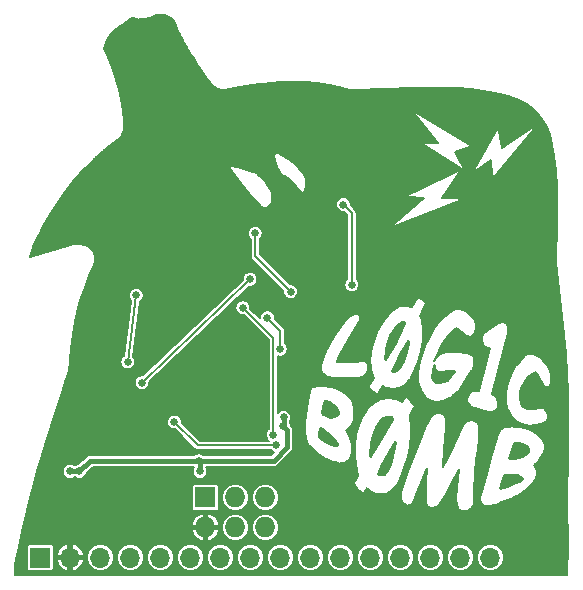
<source format=gtl>
G04 #@! TF.GenerationSoftware,KiCad,Pcbnew,(5.1.2)-1*
G04 #@! TF.CreationDate,2019-07-09T23:08:42-04:00*
G04 #@! TF.ProjectId,SPIvSPI_SAO_Black,53504976-5350-4495-9f53-414f5f426c61,0*
G04 #@! TF.SameCoordinates,PX8b5c450PY5b57ca0*
G04 #@! TF.FileFunction,Copper,L1,Top*
G04 #@! TF.FilePolarity,Positive*
%FSLAX46Y46*%
G04 Gerber Fmt 4.6, Leading zero omitted, Abs format (unit mm)*
G04 Created by KiCad (PCBNEW (5.1.2)-1) date 2019-07-09 23:08:42*
%MOMM*%
%LPD*%
G04 APERTURE LIST*
%ADD10O,1.727200X1.727200*%
%ADD11R,1.727200X1.727200*%
%ADD12O,1.700000X1.700000*%
%ADD13R,1.700000X1.700000*%
%ADD14C,0.650000*%
%ADD15C,0.406400*%
%ADD16C,0.177800*%
%ADD17C,0.178000*%
%ADD18C,0.203200*%
%ADD19C,0.254000*%
G04 APERTURE END LIST*
D10*
X-4080000Y-16660000D03*
X-4080000Y-14120000D03*
X-6620000Y-16660000D03*
X-6620000Y-14120000D03*
X-9160000Y-16660000D03*
D11*
X-9160000Y-14120000D03*
D12*
X14950000Y-19210000D03*
X12410000Y-19210000D03*
X9870000Y-19210000D03*
X7330000Y-19210000D03*
X4790000Y-19210000D03*
X2250000Y-19210000D03*
X-290000Y-19210000D03*
X-2830000Y-19210000D03*
X-5370000Y-19210000D03*
X-7910000Y-19210000D03*
X-10450000Y-19210000D03*
X-12990000Y-19210000D03*
X-15530000Y-19210000D03*
X-18070000Y-19210000D03*
X-20610000Y-19210000D03*
D13*
X-23150000Y-19210000D03*
D14*
X-16940000Y-2180000D03*
X-16230000Y22380000D03*
X-9730000Y-11020000D03*
X-9630000Y-11920000D03*
X-19830000Y-11920000D03*
X-20630000Y-11920000D03*
X-2550000Y-7350000D03*
X-2560000Y-8090000D03*
X-6000000Y1940000D03*
X-3430000Y-8820000D03*
X-1955200Y3292400D03*
X-3916000Y1080300D03*
X-2833990Y-1562400D03*
X-4950000Y8240000D03*
X3235000Y3875200D03*
X2510002Y10670000D03*
X-5388700Y4347700D03*
X-14537200Y-4410100D03*
X-11796900Y-7741500D03*
X-3155685Y-9717305D03*
X-15749100Y-2658300D03*
X-15026500Y2982300D03*
D15*
X-9630000Y-11120000D02*
X-9730000Y-11020000D01*
X-9630000Y-11920000D02*
X-9630000Y-11120000D01*
X-18930000Y-11020000D02*
X-19830000Y-11920000D01*
X-9730000Y-11020000D02*
X-18930000Y-11020000D01*
X-19830000Y-11920000D02*
X-20630000Y-11920000D01*
X-2235001Y-9864620D02*
X-2235001Y-8414999D01*
X-2235001Y-8414999D02*
X-2560000Y-8090000D01*
X-3390381Y-11020000D02*
X-2235001Y-9864620D01*
X-9730000Y-11020000D02*
X-3390381Y-11020000D01*
X-2550000Y-8080000D02*
X-2560000Y-8090000D01*
X-2550000Y-7350000D02*
X-2550000Y-8080000D01*
D16*
X-3430000Y-630000D02*
X-3430000Y-8360381D01*
X-3430000Y-8360381D02*
X-3430000Y-8820000D01*
X-6000000Y1940000D02*
X-3430000Y-630000D01*
D17*
X-2833990Y-1710D02*
X-2833990Y-1102781D01*
X-2833990Y-1102781D02*
X-2833990Y-1562400D01*
X-3916000Y1080300D02*
X-2833990Y-1710D01*
X-4950000Y6287200D02*
X-4950000Y7780381D01*
X-4950000Y7780381D02*
X-4950000Y8240000D01*
X-1955200Y3292400D02*
X-4950000Y6287200D01*
X3235000Y9945002D02*
X2835001Y10345001D01*
X3235000Y3875200D02*
X3235000Y9945002D01*
X2835001Y10345001D02*
X2510002Y10670000D01*
X-5388700Y4347700D02*
X-14537200Y-4410100D01*
X-3615304Y-9717305D02*
X-3155685Y-9717305D01*
X-11796900Y-7741500D02*
X-9821095Y-9717305D01*
X-9821095Y-9717305D02*
X-3615304Y-9717305D01*
X-15749100Y-2658300D02*
X-15026500Y2982300D01*
D18*
G36*
X-12949243Y26751943D02*
G01*
X-12872106Y26744947D01*
X-12796911Y26734678D01*
X-12723260Y26721319D01*
X-12699945Y26716365D01*
X-12628985Y26699160D01*
X-12562922Y26680267D01*
X-12500007Y26659505D01*
X-12439145Y26636687D01*
X-12381376Y26612376D01*
X-12324124Y26585553D01*
X-12270671Y26557863D01*
X-12217070Y26527317D01*
X-12163999Y26494093D01*
X-12116220Y26461395D01*
X-12069474Y26426576D01*
X-12022886Y26388796D01*
X-11979790Y26350790D01*
X-11939096Y26311846D01*
X-11898820Y26269992D01*
X-11860026Y26226108D01*
X-11823309Y26180821D01*
X-11789593Y26135460D01*
X-11769747Y26106187D01*
X-11751337Y26041670D01*
X-11750083Y26038491D01*
X-11749406Y26035141D01*
X-11747923Y26030414D01*
X-11723356Y25954015D01*
X-11722513Y25952070D01*
X-11722042Y25950013D01*
X-11720437Y25945326D01*
X-11694193Y25870410D01*
X-11693667Y25869278D01*
X-11693363Y25868067D01*
X-11691660Y25863415D01*
X-11663808Y25788951D01*
X-11663530Y25788384D01*
X-11663366Y25787776D01*
X-11661582Y25783154D01*
X-11632668Y25709791D01*
X-11632599Y25709656D01*
X-11632558Y25709513D01*
X-11630706Y25704918D01*
X-11601227Y25633249D01*
X-11601213Y25633222D01*
X-11599481Y25629080D01*
X-11568905Y25557356D01*
X-11568880Y25557311D01*
X-11567242Y25553517D01*
X-11532671Y25475000D01*
X-11532635Y25474935D01*
X-11531153Y25471601D01*
X-11498920Y25400428D01*
X-11498878Y25400355D01*
X-11497590Y25397525D01*
X-11464361Y25325876D01*
X-11464315Y25325798D01*
X-11463145Y25323282D01*
X-11430242Y25253811D01*
X-11430193Y25253729D01*
X-11429115Y25251455D01*
X-11394924Y25180617D01*
X-11394878Y25180542D01*
X-11393850Y25178411D01*
X-11358408Y25106260D01*
X-11358363Y25106188D01*
X-11357420Y25104264D01*
X-11323425Y25036143D01*
X-11323380Y25036071D01*
X-11322510Y25034322D01*
X-11287500Y24965164D01*
X-11287454Y24965091D01*
X-11286630Y24963457D01*
X-11250641Y24893308D01*
X-11250594Y24893235D01*
X-11249793Y24891667D01*
X-11212851Y24820572D01*
X-11212805Y24820502D01*
X-11212075Y24819088D01*
X-11177158Y24752660D01*
X-11177115Y24752594D01*
X-11176429Y24751281D01*
X-11140003Y24682716D01*
X-11139964Y24682657D01*
X-11139291Y24681382D01*
X-11102863Y24613513D01*
X-11102821Y24613451D01*
X-11102184Y24612255D01*
X-11065046Y24543727D01*
X-11065007Y24543669D01*
X-11064403Y24542546D01*
X-11028169Y24476287D01*
X-11028134Y24476236D01*
X-11027562Y24475181D01*
X-10990722Y24408379D01*
X-10990685Y24408325D01*
X-10990134Y24407317D01*
X-10954344Y24342941D01*
X-10954309Y24342890D01*
X-10953772Y24341916D01*
X-10915801Y24274146D01*
X-10915763Y24274092D01*
X-10915243Y24273155D01*
X-10877571Y24206421D01*
X-10877538Y24206373D01*
X-10877033Y24205471D01*
X-10839714Y24139834D01*
X-10839679Y24139785D01*
X-10839194Y24138923D01*
X-10801415Y24072933D01*
X-10801383Y24072888D01*
X-10800908Y24072050D01*
X-10762687Y24005731D01*
X-10762656Y24005687D01*
X-10762191Y24004873D01*
X-10723549Y23938253D01*
X-10723518Y23938209D01*
X-10723054Y23937402D01*
X-10684005Y23870509D01*
X-10683973Y23870465D01*
X-10683531Y23869700D01*
X-10644099Y23802559D01*
X-10644069Y23802518D01*
X-10643625Y23801754D01*
X-10603828Y23734399D01*
X-10603802Y23734363D01*
X-10603359Y23733606D01*
X-10563213Y23666060D01*
X-10563183Y23666019D01*
X-10562757Y23665295D01*
X-10522282Y23597583D01*
X-10522251Y23597541D01*
X-10521831Y23596831D01*
X-10481049Y23528987D01*
X-10481018Y23528946D01*
X-10480599Y23528241D01*
X-10439524Y23460287D01*
X-10439494Y23460246D01*
X-10439094Y23459578D01*
X-10399630Y23394634D01*
X-10395965Y23389750D01*
X-10393130Y23384339D01*
X-10375210Y23362093D01*
X-10358068Y23339249D01*
X-10353523Y23335169D01*
X-10349692Y23330413D01*
X-10327798Y23312075D01*
X-10306540Y23292992D01*
X-10301289Y23289872D01*
X-10296607Y23285951D01*
X-10271553Y23272207D01*
X-10247008Y23257625D01*
X-10241257Y23255587D01*
X-10235898Y23252647D01*
X-10225070Y23249223D01*
X-10212585Y23222431D01*
X-10212540Y23222355D01*
X-10211279Y23219660D01*
X-10178670Y23151234D01*
X-10178624Y23151157D01*
X-10177372Y23148539D01*
X-10143946Y23079895D01*
X-10143896Y23079814D01*
X-10142673Y23077309D01*
X-10109018Y23009597D01*
X-10108970Y23009520D01*
X-10107759Y23007089D01*
X-10072350Y22937241D01*
X-10072301Y22937164D01*
X-10071133Y22934864D01*
X-10037068Y22868903D01*
X-10037022Y22868833D01*
X-10035905Y22866669D01*
X-9999334Y22797072D01*
X-9999283Y22796994D01*
X-9998188Y22794910D01*
X-9961449Y22726149D01*
X-9961400Y22726076D01*
X-9960399Y22724198D01*
X-9924306Y22657650D01*
X-9924261Y22657584D01*
X-9923332Y22655865D01*
X-9885800Y22587599D01*
X-9885753Y22587531D01*
X-9884906Y22585983D01*
X-9849148Y22521738D01*
X-9843545Y22513646D01*
X-9839129Y22504855D01*
X-9836455Y22500685D01*
X-9825257Y22483487D01*
X-9825239Y22483464D01*
X-9824986Y22483071D01*
X-9784666Y22421341D01*
X-9784641Y22421310D01*
X-9784264Y22420726D01*
X-9743965Y22359306D01*
X-9743940Y22359274D01*
X-9743559Y22358688D01*
X-9703293Y22297595D01*
X-9703261Y22297555D01*
X-9702874Y22296962D01*
X-9662656Y22236225D01*
X-9662631Y22236194D01*
X-9662248Y22235610D01*
X-9622094Y22175243D01*
X-9622063Y22175205D01*
X-9621647Y22174573D01*
X-9577125Y22107966D01*
X-9577094Y22107928D01*
X-9576652Y22107260D01*
X-9532243Y22041168D01*
X-9532212Y22041130D01*
X-9531736Y22040415D01*
X-9483045Y21968348D01*
X-9483010Y21968305D01*
X-9482535Y21967596D01*
X-9438437Y21902685D01*
X-9438403Y21902645D01*
X-9437934Y21901947D01*
X-9394012Y21837645D01*
X-9393982Y21837609D01*
X-9393507Y21836907D01*
X-9349785Y21773243D01*
X-9349749Y21773200D01*
X-9349263Y21772486D01*
X-9305758Y21709487D01*
X-9305720Y21709442D01*
X-9305224Y21708717D01*
X-9261956Y21646415D01*
X-9261919Y21646372D01*
X-9261408Y21645629D01*
X-9218401Y21584057D01*
X-9218364Y21584014D01*
X-9217846Y21583265D01*
X-9175115Y21522443D01*
X-9175080Y21522402D01*
X-9174541Y21521628D01*
X-9132109Y21461591D01*
X-9132071Y21461547D01*
X-9131512Y21460749D01*
X-9089396Y21401527D01*
X-9089364Y21401490D01*
X-9088790Y21400676D01*
X-9047015Y21342297D01*
X-9046971Y21342246D01*
X-9046345Y21341365D01*
X-9000805Y21278156D01*
X-9000759Y21278104D01*
X-9000082Y21277157D01*
X-8955002Y21215044D01*
X-8954955Y21214991D01*
X-8954249Y21214011D01*
X-8909655Y21153031D01*
X-8909613Y21152984D01*
X-8908876Y21151969D01*
X-8865790Y21093508D01*
X-8865742Y21093454D01*
X-8864975Y21092407D01*
X-8820439Y21032465D01*
X-8820392Y21032413D01*
X-8819562Y21031289D01*
X-8776588Y20973946D01*
X-8776537Y20973890D01*
X-8775656Y20972708D01*
X-8731359Y20914136D01*
X-8729133Y20911723D01*
X-8727366Y20908956D01*
X-8724279Y20905081D01*
X-8686827Y20858759D01*
X-8680251Y20852080D01*
X-8674695Y20844537D01*
X-8671356Y20840876D01*
X-8622445Y20788010D01*
X-8614449Y20780904D01*
X-8607485Y20772786D01*
X-8603884Y20769384D01*
X-8549709Y20718904D01*
X-8541259Y20712449D01*
X-8533758Y20704908D01*
X-8529916Y20701780D01*
X-8474328Y20657165D01*
X-8465581Y20651452D01*
X-8457699Y20644604D01*
X-8453641Y20641763D01*
X-8394231Y20600803D01*
X-8384953Y20595663D01*
X-8376458Y20589316D01*
X-8372202Y20586782D01*
X-8308872Y20549676D01*
X-8298738Y20545000D01*
X-8289311Y20539025D01*
X-8284872Y20536825D01*
X-8214186Y20502396D01*
X-8203409Y20498395D01*
X-8193242Y20493020D01*
X-8188644Y20491175D01*
X-8116534Y20462824D01*
X-8105298Y20459631D01*
X-8094576Y20455014D01*
X-8089846Y20453540D01*
X-8012586Y20430069D01*
X-8000461Y20427646D01*
X-7988734Y20423720D01*
X-7983897Y20422647D01*
X-7900577Y20404767D01*
X-7887459Y20403270D01*
X-7874619Y20400198D01*
X-7869706Y20399555D01*
X-7780249Y20388485D01*
X-7765845Y20388119D01*
X-7751584Y20386113D01*
X-7746633Y20385939D01*
X-7648354Y20383180D01*
X-7633642Y20384207D01*
X-7618904Y20383576D01*
X-7613959Y20383883D01*
X-7520208Y20390356D01*
X-7506578Y20392649D01*
X-7492783Y20393325D01*
X-7487888Y20394082D01*
X-7400674Y20408217D01*
X-7395544Y20409573D01*
X-7390264Y20410064D01*
X-7385406Y20411035D01*
X-7330368Y20422446D01*
X-7245837Y20439828D01*
X-7154925Y20458327D01*
X-7068301Y20475767D01*
X-6981778Y20492997D01*
X-6896257Y20509840D01*
X-6810869Y20526472D01*
X-6725958Y20542825D01*
X-6641084Y20558981D01*
X-6557143Y20574770D01*
X-6466843Y20591543D01*
X-6376486Y20608109D01*
X-6287162Y20624261D01*
X-6197930Y20640172D01*
X-6109572Y20655707D01*
X-6021872Y20670901D01*
X-5933961Y20685909D01*
X-5847393Y20700465D01*
X-5761005Y20714766D01*
X-5675169Y20728754D01*
X-5621913Y20737291D01*
X-5340579Y20769909D01*
X-5337912Y20770254D01*
X-4359926Y20909966D01*
X-3483587Y20999592D01*
X-2872661Y21042017D01*
X-2810186Y21045381D01*
X-2709037Y21050340D01*
X-2705422Y21050500D01*
X-1732312Y21069214D01*
X-1023611Y21055180D01*
X-904940Y21049539D01*
X-809198Y21044369D01*
X-715292Y21038757D01*
X-620760Y21032569D01*
X-525889Y21025804D01*
X-431525Y21018521D01*
X-337739Y21010735D01*
X-240154Y21002046D01*
X-142142Y20992712D01*
X-47143Y20983088D01*
X44145Y20973297D01*
X135121Y20963004D01*
X225359Y20952274D01*
X316091Y20940956D01*
X409522Y20928744D01*
X501487Y20916177D01*
X589682Y20903610D01*
X677578Y20890585D01*
X764898Y20877155D01*
X852895Y20863123D01*
X938273Y20849032D01*
X1024560Y20834318D01*
X1118628Y20817739D01*
X1203950Y20802215D01*
X1288953Y20786295D01*
X1374753Y20769766D01*
X1458092Y20753272D01*
X1542200Y20736196D01*
X1630221Y20717864D01*
X1714685Y20699832D01*
X1798029Y20681624D01*
X1882078Y20662850D01*
X1969789Y20642818D01*
X2049513Y20624232D01*
X2132095Y20604605D01*
X2184162Y20591996D01*
X2452370Y20524944D01*
X2477881Y20518417D01*
X2563326Y20496167D01*
X2625298Y20479759D01*
X3089052Y20343361D01*
X3108619Y20339641D01*
X3123005Y20339371D01*
X4083005Y20389371D01*
X4083020Y20389371D01*
X5421310Y20459282D01*
X6509584Y20479250D01*
X6512265Y20479335D01*
X7850381Y20539251D01*
X9118520Y20549236D01*
X9120707Y20549277D01*
X10118766Y20578632D01*
X10129370Y20578583D01*
X10163897Y20578366D01*
X11093584Y20549313D01*
X12092314Y20499377D01*
X13338752Y20429576D01*
X14324032Y20310148D01*
X15376899Y20151225D01*
X16446693Y19863966D01*
X17345545Y19528131D01*
X18054215Y19144267D01*
X18443578Y18871713D01*
X18893132Y18451478D01*
X19344080Y17892695D01*
X19714340Y17269098D01*
X19716821Y17264254D01*
X19990709Y16559971D01*
X20198213Y15729956D01*
X20357278Y14795447D01*
X20536425Y13481700D01*
X20596166Y12137534D01*
X20626110Y10660294D01*
X20606134Y8512805D01*
X20546164Y6483835D01*
X20546128Y6482135D01*
X20536128Y5702135D01*
X20536823Y5688899D01*
X20976662Y1970256D01*
X21336421Y-1977091D01*
X21546104Y-5212204D01*
X21536121Y-7278676D01*
X21536121Y-7278845D01*
X21526122Y-10438400D01*
X21486125Y-14408143D01*
X21486121Y-14409699D01*
X21506115Y-18228522D01*
X21461514Y-20668699D01*
X-25270014Y-20668699D01*
X-25280558Y-19749229D01*
X-24986488Y-18360000D01*
X-24306274Y-18360000D01*
X-24306274Y-20060000D01*
X-24300389Y-20119751D01*
X-24282960Y-20177206D01*
X-24254658Y-20230157D01*
X-24216568Y-20276568D01*
X-24170157Y-20314658D01*
X-24117206Y-20342960D01*
X-24059751Y-20360389D01*
X-24000000Y-20366274D01*
X-22300000Y-20366274D01*
X-22240249Y-20360389D01*
X-22182794Y-20342960D01*
X-22129843Y-20314658D01*
X-22083432Y-20276568D01*
X-22045342Y-20230157D01*
X-22017040Y-20177206D01*
X-21999611Y-20119751D01*
X-21993726Y-20060000D01*
X-21993726Y-19547609D01*
X-21767371Y-19547609D01*
X-21679268Y-19766914D01*
X-21550074Y-19964817D01*
X-21384753Y-20133713D01*
X-21189659Y-20267111D01*
X-20972289Y-20359885D01*
X-20947608Y-20367365D01*
X-20762400Y-20316252D01*
X-20762400Y-19362400D01*
X-20457600Y-19362400D01*
X-20457600Y-20316252D01*
X-20272392Y-20367365D01*
X-20247711Y-20359885D01*
X-20030341Y-20267111D01*
X-19835247Y-20133713D01*
X-19669926Y-19964817D01*
X-19540732Y-19766914D01*
X-19452629Y-19547609D01*
X-19502964Y-19362400D01*
X-20457600Y-19362400D01*
X-20762400Y-19362400D01*
X-21717036Y-19362400D01*
X-21767371Y-19547609D01*
X-21993726Y-19547609D01*
X-21993726Y-19210000D01*
X-19230387Y-19210000D01*
X-19208090Y-19436380D01*
X-19142058Y-19654061D01*
X-19034827Y-19854676D01*
X-18890518Y-20030518D01*
X-18714676Y-20174827D01*
X-18514061Y-20282058D01*
X-18296380Y-20348090D01*
X-18126724Y-20364800D01*
X-18013276Y-20364800D01*
X-17843620Y-20348090D01*
X-17625939Y-20282058D01*
X-17425324Y-20174827D01*
X-17249482Y-20030518D01*
X-17105173Y-19854676D01*
X-16997942Y-19654061D01*
X-16931910Y-19436380D01*
X-16909613Y-19210000D01*
X-16690387Y-19210000D01*
X-16668090Y-19436380D01*
X-16602058Y-19654061D01*
X-16494827Y-19854676D01*
X-16350518Y-20030518D01*
X-16174676Y-20174827D01*
X-15974061Y-20282058D01*
X-15756380Y-20348090D01*
X-15586724Y-20364800D01*
X-15473276Y-20364800D01*
X-15303620Y-20348090D01*
X-15085939Y-20282058D01*
X-14885324Y-20174827D01*
X-14709482Y-20030518D01*
X-14565173Y-19854676D01*
X-14457942Y-19654061D01*
X-14391910Y-19436380D01*
X-14369613Y-19210000D01*
X-14150387Y-19210000D01*
X-14128090Y-19436380D01*
X-14062058Y-19654061D01*
X-13954827Y-19854676D01*
X-13810518Y-20030518D01*
X-13634676Y-20174827D01*
X-13434061Y-20282058D01*
X-13216380Y-20348090D01*
X-13046724Y-20364800D01*
X-12933276Y-20364800D01*
X-12763620Y-20348090D01*
X-12545939Y-20282058D01*
X-12345324Y-20174827D01*
X-12169482Y-20030518D01*
X-12025173Y-19854676D01*
X-11917942Y-19654061D01*
X-11851910Y-19436380D01*
X-11829613Y-19210000D01*
X-11610387Y-19210000D01*
X-11588090Y-19436380D01*
X-11522058Y-19654061D01*
X-11414827Y-19854676D01*
X-11270518Y-20030518D01*
X-11094676Y-20174827D01*
X-10894061Y-20282058D01*
X-10676380Y-20348090D01*
X-10506724Y-20364800D01*
X-10393276Y-20364800D01*
X-10223620Y-20348090D01*
X-10005939Y-20282058D01*
X-9805324Y-20174827D01*
X-9629482Y-20030518D01*
X-9485173Y-19854676D01*
X-9377942Y-19654061D01*
X-9311910Y-19436380D01*
X-9289613Y-19210000D01*
X-9070387Y-19210000D01*
X-9048090Y-19436380D01*
X-8982058Y-19654061D01*
X-8874827Y-19854676D01*
X-8730518Y-20030518D01*
X-8554676Y-20174827D01*
X-8354061Y-20282058D01*
X-8136380Y-20348090D01*
X-7966724Y-20364800D01*
X-7853276Y-20364800D01*
X-7683620Y-20348090D01*
X-7465939Y-20282058D01*
X-7265324Y-20174827D01*
X-7089482Y-20030518D01*
X-6945173Y-19854676D01*
X-6837942Y-19654061D01*
X-6771910Y-19436380D01*
X-6749613Y-19210000D01*
X-6530387Y-19210000D01*
X-6508090Y-19436380D01*
X-6442058Y-19654061D01*
X-6334827Y-19854676D01*
X-6190518Y-20030518D01*
X-6014676Y-20174827D01*
X-5814061Y-20282058D01*
X-5596380Y-20348090D01*
X-5426724Y-20364800D01*
X-5313276Y-20364800D01*
X-5143620Y-20348090D01*
X-4925939Y-20282058D01*
X-4725324Y-20174827D01*
X-4549482Y-20030518D01*
X-4405173Y-19854676D01*
X-4297942Y-19654061D01*
X-4231910Y-19436380D01*
X-4209613Y-19210000D01*
X-3990387Y-19210000D01*
X-3968090Y-19436380D01*
X-3902058Y-19654061D01*
X-3794827Y-19854676D01*
X-3650518Y-20030518D01*
X-3474676Y-20174827D01*
X-3274061Y-20282058D01*
X-3056380Y-20348090D01*
X-2886724Y-20364800D01*
X-2773276Y-20364800D01*
X-2603620Y-20348090D01*
X-2385939Y-20282058D01*
X-2185324Y-20174827D01*
X-2009482Y-20030518D01*
X-1865173Y-19854676D01*
X-1757942Y-19654061D01*
X-1691910Y-19436380D01*
X-1669613Y-19210000D01*
X-1450387Y-19210000D01*
X-1428090Y-19436380D01*
X-1362058Y-19654061D01*
X-1254827Y-19854676D01*
X-1110518Y-20030518D01*
X-934676Y-20174827D01*
X-734061Y-20282058D01*
X-516380Y-20348090D01*
X-346724Y-20364800D01*
X-233276Y-20364800D01*
X-63620Y-20348090D01*
X154061Y-20282058D01*
X354676Y-20174827D01*
X530518Y-20030518D01*
X674827Y-19854676D01*
X782058Y-19654061D01*
X848090Y-19436380D01*
X870387Y-19210000D01*
X1089613Y-19210000D01*
X1111910Y-19436380D01*
X1177942Y-19654061D01*
X1285173Y-19854676D01*
X1429482Y-20030518D01*
X1605324Y-20174827D01*
X1805939Y-20282058D01*
X2023620Y-20348090D01*
X2193276Y-20364800D01*
X2306724Y-20364800D01*
X2476380Y-20348090D01*
X2694061Y-20282058D01*
X2894676Y-20174827D01*
X3070518Y-20030518D01*
X3214827Y-19854676D01*
X3322058Y-19654061D01*
X3388090Y-19436380D01*
X3410387Y-19210000D01*
X3629613Y-19210000D01*
X3651910Y-19436380D01*
X3717942Y-19654061D01*
X3825173Y-19854676D01*
X3969482Y-20030518D01*
X4145324Y-20174827D01*
X4345939Y-20282058D01*
X4563620Y-20348090D01*
X4733276Y-20364800D01*
X4846724Y-20364800D01*
X5016380Y-20348090D01*
X5234061Y-20282058D01*
X5434676Y-20174827D01*
X5610518Y-20030518D01*
X5754827Y-19854676D01*
X5862058Y-19654061D01*
X5928090Y-19436380D01*
X5950387Y-19210000D01*
X6169613Y-19210000D01*
X6191910Y-19436380D01*
X6257942Y-19654061D01*
X6365173Y-19854676D01*
X6509482Y-20030518D01*
X6685324Y-20174827D01*
X6885939Y-20282058D01*
X7103620Y-20348090D01*
X7273276Y-20364800D01*
X7386724Y-20364800D01*
X7556380Y-20348090D01*
X7774061Y-20282058D01*
X7974676Y-20174827D01*
X8150518Y-20030518D01*
X8294827Y-19854676D01*
X8402058Y-19654061D01*
X8468090Y-19436380D01*
X8490387Y-19210000D01*
X8709613Y-19210000D01*
X8731910Y-19436380D01*
X8797942Y-19654061D01*
X8905173Y-19854676D01*
X9049482Y-20030518D01*
X9225324Y-20174827D01*
X9425939Y-20282058D01*
X9643620Y-20348090D01*
X9813276Y-20364800D01*
X9926724Y-20364800D01*
X10096380Y-20348090D01*
X10314061Y-20282058D01*
X10514676Y-20174827D01*
X10690518Y-20030518D01*
X10834827Y-19854676D01*
X10942058Y-19654061D01*
X11008090Y-19436380D01*
X11030387Y-19210000D01*
X11249613Y-19210000D01*
X11271910Y-19436380D01*
X11337942Y-19654061D01*
X11445173Y-19854676D01*
X11589482Y-20030518D01*
X11765324Y-20174827D01*
X11965939Y-20282058D01*
X12183620Y-20348090D01*
X12353276Y-20364800D01*
X12466724Y-20364800D01*
X12636380Y-20348090D01*
X12854061Y-20282058D01*
X13054676Y-20174827D01*
X13230518Y-20030518D01*
X13374827Y-19854676D01*
X13482058Y-19654061D01*
X13548090Y-19436380D01*
X13570387Y-19210000D01*
X13789613Y-19210000D01*
X13811910Y-19436380D01*
X13877942Y-19654061D01*
X13985173Y-19854676D01*
X14129482Y-20030518D01*
X14305324Y-20174827D01*
X14505939Y-20282058D01*
X14723620Y-20348090D01*
X14893276Y-20364800D01*
X15006724Y-20364800D01*
X15176380Y-20348090D01*
X15394061Y-20282058D01*
X15594676Y-20174827D01*
X15770518Y-20030518D01*
X15914827Y-19854676D01*
X16022058Y-19654061D01*
X16088090Y-19436380D01*
X16110387Y-19210000D01*
X16088090Y-18983620D01*
X16022058Y-18765939D01*
X15914827Y-18565324D01*
X15770518Y-18389482D01*
X15594676Y-18245173D01*
X15394061Y-18137942D01*
X15176380Y-18071910D01*
X15006724Y-18055200D01*
X14893276Y-18055200D01*
X14723620Y-18071910D01*
X14505939Y-18137942D01*
X14305324Y-18245173D01*
X14129482Y-18389482D01*
X13985173Y-18565324D01*
X13877942Y-18765939D01*
X13811910Y-18983620D01*
X13789613Y-19210000D01*
X13570387Y-19210000D01*
X13548090Y-18983620D01*
X13482058Y-18765939D01*
X13374827Y-18565324D01*
X13230518Y-18389482D01*
X13054676Y-18245173D01*
X12854061Y-18137942D01*
X12636380Y-18071910D01*
X12466724Y-18055200D01*
X12353276Y-18055200D01*
X12183620Y-18071910D01*
X11965939Y-18137942D01*
X11765324Y-18245173D01*
X11589482Y-18389482D01*
X11445173Y-18565324D01*
X11337942Y-18765939D01*
X11271910Y-18983620D01*
X11249613Y-19210000D01*
X11030387Y-19210000D01*
X11008090Y-18983620D01*
X10942058Y-18765939D01*
X10834827Y-18565324D01*
X10690518Y-18389482D01*
X10514676Y-18245173D01*
X10314061Y-18137942D01*
X10096380Y-18071910D01*
X9926724Y-18055200D01*
X9813276Y-18055200D01*
X9643620Y-18071910D01*
X9425939Y-18137942D01*
X9225324Y-18245173D01*
X9049482Y-18389482D01*
X8905173Y-18565324D01*
X8797942Y-18765939D01*
X8731910Y-18983620D01*
X8709613Y-19210000D01*
X8490387Y-19210000D01*
X8468090Y-18983620D01*
X8402058Y-18765939D01*
X8294827Y-18565324D01*
X8150518Y-18389482D01*
X7974676Y-18245173D01*
X7774061Y-18137942D01*
X7556380Y-18071910D01*
X7386724Y-18055200D01*
X7273276Y-18055200D01*
X7103620Y-18071910D01*
X6885939Y-18137942D01*
X6685324Y-18245173D01*
X6509482Y-18389482D01*
X6365173Y-18565324D01*
X6257942Y-18765939D01*
X6191910Y-18983620D01*
X6169613Y-19210000D01*
X5950387Y-19210000D01*
X5928090Y-18983620D01*
X5862058Y-18765939D01*
X5754827Y-18565324D01*
X5610518Y-18389482D01*
X5434676Y-18245173D01*
X5234061Y-18137942D01*
X5016380Y-18071910D01*
X4846724Y-18055200D01*
X4733276Y-18055200D01*
X4563620Y-18071910D01*
X4345939Y-18137942D01*
X4145324Y-18245173D01*
X3969482Y-18389482D01*
X3825173Y-18565324D01*
X3717942Y-18765939D01*
X3651910Y-18983620D01*
X3629613Y-19210000D01*
X3410387Y-19210000D01*
X3388090Y-18983620D01*
X3322058Y-18765939D01*
X3214827Y-18565324D01*
X3070518Y-18389482D01*
X2894676Y-18245173D01*
X2694061Y-18137942D01*
X2476380Y-18071910D01*
X2306724Y-18055200D01*
X2193276Y-18055200D01*
X2023620Y-18071910D01*
X1805939Y-18137942D01*
X1605324Y-18245173D01*
X1429482Y-18389482D01*
X1285173Y-18565324D01*
X1177942Y-18765939D01*
X1111910Y-18983620D01*
X1089613Y-19210000D01*
X870387Y-19210000D01*
X848090Y-18983620D01*
X782058Y-18765939D01*
X674827Y-18565324D01*
X530518Y-18389482D01*
X354676Y-18245173D01*
X154061Y-18137942D01*
X-63620Y-18071910D01*
X-233276Y-18055200D01*
X-346724Y-18055200D01*
X-516380Y-18071910D01*
X-734061Y-18137942D01*
X-934676Y-18245173D01*
X-1110518Y-18389482D01*
X-1254827Y-18565324D01*
X-1362058Y-18765939D01*
X-1428090Y-18983620D01*
X-1450387Y-19210000D01*
X-1669613Y-19210000D01*
X-1691910Y-18983620D01*
X-1757942Y-18765939D01*
X-1865173Y-18565324D01*
X-2009482Y-18389482D01*
X-2185324Y-18245173D01*
X-2385939Y-18137942D01*
X-2603620Y-18071910D01*
X-2773276Y-18055200D01*
X-2886724Y-18055200D01*
X-3056380Y-18071910D01*
X-3274061Y-18137942D01*
X-3474676Y-18245173D01*
X-3650518Y-18389482D01*
X-3794827Y-18565324D01*
X-3902058Y-18765939D01*
X-3968090Y-18983620D01*
X-3990387Y-19210000D01*
X-4209613Y-19210000D01*
X-4231910Y-18983620D01*
X-4297942Y-18765939D01*
X-4405173Y-18565324D01*
X-4549482Y-18389482D01*
X-4725324Y-18245173D01*
X-4925939Y-18137942D01*
X-5143620Y-18071910D01*
X-5313276Y-18055200D01*
X-5426724Y-18055200D01*
X-5596380Y-18071910D01*
X-5814061Y-18137942D01*
X-6014676Y-18245173D01*
X-6190518Y-18389482D01*
X-6334827Y-18565324D01*
X-6442058Y-18765939D01*
X-6508090Y-18983620D01*
X-6530387Y-19210000D01*
X-6749613Y-19210000D01*
X-6771910Y-18983620D01*
X-6837942Y-18765939D01*
X-6945173Y-18565324D01*
X-7089482Y-18389482D01*
X-7265324Y-18245173D01*
X-7465939Y-18137942D01*
X-7683620Y-18071910D01*
X-7853276Y-18055200D01*
X-7966724Y-18055200D01*
X-8136380Y-18071910D01*
X-8354061Y-18137942D01*
X-8554676Y-18245173D01*
X-8730518Y-18389482D01*
X-8874827Y-18565324D01*
X-8982058Y-18765939D01*
X-9048090Y-18983620D01*
X-9070387Y-19210000D01*
X-9289613Y-19210000D01*
X-9311910Y-18983620D01*
X-9377942Y-18765939D01*
X-9485173Y-18565324D01*
X-9629482Y-18389482D01*
X-9805324Y-18245173D01*
X-10005939Y-18137942D01*
X-10223620Y-18071910D01*
X-10393276Y-18055200D01*
X-10506724Y-18055200D01*
X-10676380Y-18071910D01*
X-10894061Y-18137942D01*
X-11094676Y-18245173D01*
X-11270518Y-18389482D01*
X-11414827Y-18565324D01*
X-11522058Y-18765939D01*
X-11588090Y-18983620D01*
X-11610387Y-19210000D01*
X-11829613Y-19210000D01*
X-11851910Y-18983620D01*
X-11917942Y-18765939D01*
X-12025173Y-18565324D01*
X-12169482Y-18389482D01*
X-12345324Y-18245173D01*
X-12545939Y-18137942D01*
X-12763620Y-18071910D01*
X-12933276Y-18055200D01*
X-13046724Y-18055200D01*
X-13216380Y-18071910D01*
X-13434061Y-18137942D01*
X-13634676Y-18245173D01*
X-13810518Y-18389482D01*
X-13954827Y-18565324D01*
X-14062058Y-18765939D01*
X-14128090Y-18983620D01*
X-14150387Y-19210000D01*
X-14369613Y-19210000D01*
X-14391910Y-18983620D01*
X-14457942Y-18765939D01*
X-14565173Y-18565324D01*
X-14709482Y-18389482D01*
X-14885324Y-18245173D01*
X-15085939Y-18137942D01*
X-15303620Y-18071910D01*
X-15473276Y-18055200D01*
X-15586724Y-18055200D01*
X-15756380Y-18071910D01*
X-15974061Y-18137942D01*
X-16174676Y-18245173D01*
X-16350518Y-18389482D01*
X-16494827Y-18565324D01*
X-16602058Y-18765939D01*
X-16668090Y-18983620D01*
X-16690387Y-19210000D01*
X-16909613Y-19210000D01*
X-16931910Y-18983620D01*
X-16997942Y-18765939D01*
X-17105173Y-18565324D01*
X-17249482Y-18389482D01*
X-17425324Y-18245173D01*
X-17625939Y-18137942D01*
X-17843620Y-18071910D01*
X-18013276Y-18055200D01*
X-18126724Y-18055200D01*
X-18296380Y-18071910D01*
X-18514061Y-18137942D01*
X-18714676Y-18245173D01*
X-18890518Y-18389482D01*
X-19034827Y-18565324D01*
X-19142058Y-18765939D01*
X-19208090Y-18983620D01*
X-19230387Y-19210000D01*
X-21993726Y-19210000D01*
X-21993726Y-18872391D01*
X-21767371Y-18872391D01*
X-21717036Y-19057600D01*
X-20762400Y-19057600D01*
X-20762400Y-18103748D01*
X-20457600Y-18103748D01*
X-20457600Y-19057600D01*
X-19502964Y-19057600D01*
X-19452629Y-18872391D01*
X-19540732Y-18653086D01*
X-19669926Y-18455183D01*
X-19835247Y-18286287D01*
X-20030341Y-18152889D01*
X-20247711Y-18060115D01*
X-20272392Y-18052635D01*
X-20457600Y-18103748D01*
X-20762400Y-18103748D01*
X-20947608Y-18052635D01*
X-20972289Y-18060115D01*
X-21189659Y-18152889D01*
X-21384753Y-18286287D01*
X-21550074Y-18455183D01*
X-21679268Y-18653086D01*
X-21767371Y-18872391D01*
X-21993726Y-18872391D01*
X-21993726Y-18360000D01*
X-21999611Y-18300249D01*
X-22017040Y-18242794D01*
X-22045342Y-18189843D01*
X-22083432Y-18143432D01*
X-22129843Y-18105342D01*
X-22182794Y-18077040D01*
X-22240249Y-18059611D01*
X-22300000Y-18053726D01*
X-24000000Y-18053726D01*
X-24059751Y-18059611D01*
X-24117206Y-18077040D01*
X-24170157Y-18105342D01*
X-24216568Y-18143432D01*
X-24254658Y-18189843D01*
X-24282960Y-18242794D01*
X-24300389Y-18300249D01*
X-24306274Y-18360000D01*
X-24986488Y-18360000D01*
X-24703211Y-17021761D01*
X-24697830Y-16999754D01*
X-10330912Y-16999754D01*
X-10242131Y-17221659D01*
X-10111764Y-17421980D01*
X-9944821Y-17593019D01*
X-9747718Y-17728202D01*
X-9528029Y-17822335D01*
X-9499753Y-17830904D01*
X-9312400Y-17779979D01*
X-9312400Y-16812400D01*
X-9007600Y-16812400D01*
X-9007600Y-17779979D01*
X-8820247Y-17830904D01*
X-8791971Y-17822335D01*
X-8572282Y-17728202D01*
X-8375179Y-17593019D01*
X-8208236Y-17421980D01*
X-8077869Y-17221659D01*
X-7989088Y-16999754D01*
X-8039255Y-16812400D01*
X-9007600Y-16812400D01*
X-9312400Y-16812400D01*
X-10280745Y-16812400D01*
X-10330912Y-16999754D01*
X-24697830Y-16999754D01*
X-24614756Y-16660000D01*
X-7794053Y-16660000D01*
X-7771494Y-16889046D01*
X-7704684Y-17109291D01*
X-7596189Y-17312269D01*
X-7450181Y-17490181D01*
X-7272269Y-17636189D01*
X-7069291Y-17744684D01*
X-6849046Y-17811494D01*
X-6677396Y-17828400D01*
X-6562604Y-17828400D01*
X-6390954Y-17811494D01*
X-6170709Y-17744684D01*
X-5967731Y-17636189D01*
X-5789819Y-17490181D01*
X-5643811Y-17312269D01*
X-5535316Y-17109291D01*
X-5468506Y-16889046D01*
X-5445947Y-16660000D01*
X-5254053Y-16660000D01*
X-5231494Y-16889046D01*
X-5164684Y-17109291D01*
X-5056189Y-17312269D01*
X-4910181Y-17490181D01*
X-4732269Y-17636189D01*
X-4529291Y-17744684D01*
X-4309046Y-17811494D01*
X-4137396Y-17828400D01*
X-4022604Y-17828400D01*
X-3850954Y-17811494D01*
X-3630709Y-17744684D01*
X-3427731Y-17636189D01*
X-3249819Y-17490181D01*
X-3103811Y-17312269D01*
X-2995316Y-17109291D01*
X-2928506Y-16889046D01*
X-2905947Y-16660000D01*
X-2928506Y-16430954D01*
X-2995316Y-16210709D01*
X-3103811Y-16007731D01*
X-3249819Y-15829819D01*
X-3427731Y-15683811D01*
X-3630709Y-15575316D01*
X-3850954Y-15508506D01*
X-4022604Y-15491600D01*
X-4137396Y-15491600D01*
X-4309046Y-15508506D01*
X-4529291Y-15575316D01*
X-4732269Y-15683811D01*
X-4910181Y-15829819D01*
X-5056189Y-16007731D01*
X-5164684Y-16210709D01*
X-5231494Y-16430954D01*
X-5254053Y-16660000D01*
X-5445947Y-16660000D01*
X-5468506Y-16430954D01*
X-5535316Y-16210709D01*
X-5643811Y-16007731D01*
X-5789819Y-15829819D01*
X-5967731Y-15683811D01*
X-6170709Y-15575316D01*
X-6390954Y-15508506D01*
X-6562604Y-15491600D01*
X-6677396Y-15491600D01*
X-6849046Y-15508506D01*
X-7069291Y-15575316D01*
X-7272269Y-15683811D01*
X-7450181Y-15829819D01*
X-7596189Y-16007731D01*
X-7704684Y-16210709D01*
X-7771494Y-16430954D01*
X-7794053Y-16660000D01*
X-24614756Y-16660000D01*
X-24531681Y-16320246D01*
X-10330912Y-16320246D01*
X-10280745Y-16507600D01*
X-9312400Y-16507600D01*
X-9312400Y-15540021D01*
X-9007600Y-15540021D01*
X-9007600Y-16507600D01*
X-8039255Y-16507600D01*
X-7989088Y-16320246D01*
X-8077869Y-16098341D01*
X-8208236Y-15898020D01*
X-8375179Y-15726981D01*
X-8572282Y-15591798D01*
X-8791971Y-15497665D01*
X-8820247Y-15489096D01*
X-9007600Y-15540021D01*
X-9312400Y-15540021D01*
X-9499753Y-15489096D01*
X-9528029Y-15497665D01*
X-9747718Y-15591798D01*
X-9944821Y-15726981D01*
X-10111764Y-15898020D01*
X-10242131Y-16098341D01*
X-10330912Y-16320246D01*
X-24531681Y-16320246D01*
X-23923889Y-13834534D01*
X-23766866Y-13256400D01*
X-10329874Y-13256400D01*
X-10329874Y-14983600D01*
X-10323989Y-15043351D01*
X-10306560Y-15100806D01*
X-10278258Y-15153757D01*
X-10240168Y-15200168D01*
X-10193757Y-15238258D01*
X-10140806Y-15266560D01*
X-10083351Y-15283989D01*
X-10023600Y-15289874D01*
X-8296400Y-15289874D01*
X-8236649Y-15283989D01*
X-8179194Y-15266560D01*
X-8126243Y-15238258D01*
X-8079832Y-15200168D01*
X-8041742Y-15153757D01*
X-8013440Y-15100806D01*
X-7996011Y-15043351D01*
X-7990126Y-14983600D01*
X-7990126Y-14120000D01*
X-7794053Y-14120000D01*
X-7771494Y-14349046D01*
X-7704684Y-14569291D01*
X-7596189Y-14772269D01*
X-7450181Y-14950181D01*
X-7272269Y-15096189D01*
X-7069291Y-15204684D01*
X-6849046Y-15271494D01*
X-6677396Y-15288400D01*
X-6562604Y-15288400D01*
X-6390954Y-15271494D01*
X-6170709Y-15204684D01*
X-5967731Y-15096189D01*
X-5789819Y-14950181D01*
X-5643811Y-14772269D01*
X-5535316Y-14569291D01*
X-5468506Y-14349046D01*
X-5445947Y-14120000D01*
X-5254053Y-14120000D01*
X-5231494Y-14349046D01*
X-5164684Y-14569291D01*
X-5056189Y-14772269D01*
X-4910181Y-14950181D01*
X-4732269Y-15096189D01*
X-4529291Y-15204684D01*
X-4309046Y-15271494D01*
X-4137396Y-15288400D01*
X-4022604Y-15288400D01*
X-3850954Y-15271494D01*
X-3630709Y-15204684D01*
X-3427731Y-15096189D01*
X-3249819Y-14950181D01*
X-3103811Y-14772269D01*
X-2995316Y-14569291D01*
X-2928506Y-14349046D01*
X-2922092Y-14283915D01*
X7388582Y-14283915D01*
X7388656Y-14297202D01*
X7392008Y-14316835D01*
X7399126Y-14335437D01*
X7529126Y-14595437D01*
X7538051Y-14610057D01*
X7551342Y-14624891D01*
X7567272Y-14636846D01*
X7847272Y-14806846D01*
X7862788Y-14814540D01*
X7881947Y-14819983D01*
X7901799Y-14821584D01*
X7921583Y-14819281D01*
X8151583Y-14769281D01*
X8178659Y-14759190D01*
X8195124Y-14747983D01*
X8209087Y-14733780D01*
X8459087Y-14423780D01*
X8474157Y-14398172D01*
X8774157Y-13658172D01*
X8775681Y-13654172D01*
X8974882Y-13096408D01*
X9577995Y-11628591D01*
X9518534Y-12784782D01*
X9518402Y-12789413D01*
X9508402Y-14519413D01*
X9509334Y-14533746D01*
X9513950Y-14553121D01*
X9613950Y-14843121D01*
X9621390Y-14859708D01*
X9632790Y-14876040D01*
X9647158Y-14889834D01*
X9663940Y-14900560D01*
X9682492Y-14907805D01*
X10002492Y-14997805D01*
X10029475Y-15001599D01*
X10049306Y-14999749D01*
X10359306Y-14939749D01*
X10369503Y-14937222D01*
X10387903Y-14929598D01*
X10404462Y-14918531D01*
X10418544Y-14904447D01*
X10738544Y-14514447D01*
X10746248Y-14503702D01*
X11076248Y-13973702D01*
X11079143Y-13968745D01*
X12298195Y-11739384D01*
X12148920Y-13209738D01*
X12148617Y-13213367D01*
X12078617Y-14283367D01*
X12078837Y-14299411D01*
X12118837Y-14729411D01*
X12124319Y-14754172D01*
X12224319Y-15034172D01*
X12228928Y-15045038D01*
X12239465Y-15061940D01*
X12253096Y-15076462D01*
X12413096Y-15216462D01*
X12438014Y-15232519D01*
X12456870Y-15238932D01*
X12476615Y-15241544D01*
X12776615Y-15251544D01*
X12784613Y-15251495D01*
X13004613Y-15241495D01*
X13021976Y-15239195D01*
X13040906Y-15233001D01*
X13058264Y-15223234D01*
X13258264Y-15083234D01*
X13266660Y-15076675D01*
X13280338Y-15062197D01*
X13520338Y-14752197D01*
X13531609Y-14733935D01*
X13538420Y-14715219D01*
X13541449Y-14695534D01*
X13569023Y-14190000D01*
X14118400Y-14190000D01*
X14118400Y-14450000D01*
X14119737Y-14466430D01*
X14124869Y-14485674D01*
X14184869Y-14645674D01*
X14194783Y-14665323D01*
X14207213Y-14680885D01*
X14222441Y-14693723D01*
X14382441Y-14803723D01*
X14401119Y-14813866D01*
X14420179Y-14819648D01*
X14440000Y-14821600D01*
X14660000Y-14821600D01*
X14664413Y-14821504D01*
X14894413Y-14811504D01*
X14911374Y-14809326D01*
X15701374Y-14639326D01*
X15716285Y-14634900D01*
X16736285Y-14244900D01*
X16748177Y-14239451D01*
X16764703Y-14228334D01*
X16778709Y-14214238D01*
X17385437Y-13910874D01*
X17400960Y-13901280D01*
X17840960Y-13571280D01*
X17849761Y-13563865D01*
X18389761Y-13053865D01*
X18396583Y-13046765D01*
X18736583Y-12656765D01*
X18747897Y-12640958D01*
X18756149Y-12622831D01*
X18896149Y-12212831D01*
X18900717Y-12193365D01*
X18901389Y-12173459D01*
X18881389Y-11863459D01*
X18879313Y-11848566D01*
X18873224Y-11829603D01*
X18743224Y-11529603D01*
X18732675Y-11510946D01*
X18645350Y-11388691D01*
X18642745Y-11375664D01*
X18877682Y-11213638D01*
X18899121Y-11193737D01*
X19189121Y-10833737D01*
X19194878Y-10825841D01*
X19444878Y-10445841D01*
X19455896Y-10423564D01*
X19595896Y-10023564D01*
X19599648Y-10009821D01*
X19601600Y-9990000D01*
X19601600Y-9760000D01*
X19600422Y-9744574D01*
X19595483Y-9725279D01*
X19515483Y-9505279D01*
X19504536Y-9483642D01*
X19304536Y-9183642D01*
X19294771Y-9171211D01*
X19064771Y-8921211D01*
X19051638Y-8909233D01*
X18671638Y-8619233D01*
X18661871Y-8612639D01*
X18341871Y-8422639D01*
X18324037Y-8414271D01*
X17874037Y-8254271D01*
X17855745Y-8249627D01*
X17345745Y-8169627D01*
X17335668Y-8168558D01*
X17315769Y-8169402D01*
X17310515Y-8170681D01*
X16944087Y-8119381D01*
X16928153Y-8118417D01*
X16378153Y-8128417D01*
X16354143Y-8131745D01*
X16164143Y-8181745D01*
X16153224Y-8185289D01*
X16135453Y-8194284D01*
X15915453Y-8334284D01*
X15899914Y-8346443D01*
X15886911Y-8361530D01*
X15696911Y-8631530D01*
X15684375Y-8655673D01*
X15544375Y-9045673D01*
X15542551Y-9051256D01*
X15022127Y-10815617D01*
X14722551Y-11831256D01*
X14722139Y-11832690D01*
X14303269Y-13333640D01*
X14242139Y-13552690D01*
X14240311Y-13560389D01*
X14120311Y-14170389D01*
X14118400Y-14190000D01*
X13569023Y-14190000D01*
X13601439Y-13595724D01*
X13691409Y-12076227D01*
X13761139Y-10940622D01*
X13900492Y-10004967D01*
X13900947Y-10001500D01*
X13990947Y-9211500D01*
X13991438Y-9205742D01*
X14021438Y-8675742D01*
X14021600Y-8670000D01*
X14021600Y-8320000D01*
X14021096Y-8309890D01*
X13991096Y-8009890D01*
X13987883Y-7992768D01*
X13980689Y-7974196D01*
X13970011Y-7957383D01*
X13790011Y-7727383D01*
X13769941Y-7707965D01*
X13752785Y-7697848D01*
X13472785Y-7567848D01*
X13444954Y-7559507D01*
X13425061Y-7558520D01*
X13405358Y-7561434D01*
X13045358Y-7651434D01*
X13018612Y-7662354D01*
X13002501Y-7674063D01*
X12732501Y-7914063D01*
X12718515Y-7929314D01*
X12708242Y-7946377D01*
X12418597Y-8555630D01*
X11499481Y-10413843D01*
X10906491Y-11542437D01*
X10920747Y-11433141D01*
X10921314Y-11427618D01*
X11021131Y-10100054D01*
X11150830Y-9052484D01*
X11150924Y-9051701D01*
X11230924Y-8361701D01*
X11231592Y-8348714D01*
X11221592Y-7558714D01*
X11219882Y-7541395D01*
X11214333Y-7522267D01*
X11094333Y-7222267D01*
X11088049Y-7209305D01*
X11076467Y-7193102D01*
X11061947Y-7179469D01*
X10801947Y-6979469D01*
X10778881Y-6966134D01*
X10759821Y-6960352D01*
X10740000Y-6958400D01*
X10470000Y-6958400D01*
X10449428Y-6960505D01*
X10430413Y-6966430D01*
X10170413Y-7076430D01*
X10145428Y-7091559D01*
X10131366Y-7105663D01*
X9951366Y-7325663D01*
X9939859Y-7343127D01*
X9549859Y-8093127D01*
X9545715Y-8102145D01*
X7935715Y-12112145D01*
X7935221Y-12113402D01*
X7545221Y-13123402D01*
X7540194Y-13140989D01*
X7420194Y-13770989D01*
X7418582Y-13783915D01*
X7388582Y-14283915D01*
X-2922092Y-14283915D01*
X-2905947Y-14120000D01*
X-2928506Y-13890954D01*
X-2995316Y-13670709D01*
X-3103811Y-13467731D01*
X-3249819Y-13289819D01*
X-3427731Y-13143811D01*
X-3630709Y-13035316D01*
X-3850954Y-12968506D01*
X-4022604Y-12951600D01*
X-4137396Y-12951600D01*
X-4309046Y-12968506D01*
X-4529291Y-13035316D01*
X-4732269Y-13143811D01*
X-4910181Y-13289819D01*
X-5056189Y-13467731D01*
X-5164684Y-13670709D01*
X-5231494Y-13890954D01*
X-5254053Y-14120000D01*
X-5445947Y-14120000D01*
X-5468506Y-13890954D01*
X-5535316Y-13670709D01*
X-5643811Y-13467731D01*
X-5789819Y-13289819D01*
X-5967731Y-13143811D01*
X-6170709Y-13035316D01*
X-6390954Y-12968506D01*
X-6562604Y-12951600D01*
X-6677396Y-12951600D01*
X-6849046Y-12968506D01*
X-7069291Y-13035316D01*
X-7272269Y-13143811D01*
X-7450181Y-13289819D01*
X-7596189Y-13467731D01*
X-7704684Y-13670709D01*
X-7771494Y-13890954D01*
X-7794053Y-14120000D01*
X-7990126Y-14120000D01*
X-7990126Y-13256400D01*
X-7996011Y-13196649D01*
X-8013440Y-13139194D01*
X-8041742Y-13086243D01*
X-8079832Y-13039832D01*
X-8126243Y-13001742D01*
X-8179194Y-12973440D01*
X-8236649Y-12956011D01*
X-8296400Y-12950126D01*
X-10023600Y-12950126D01*
X-10083351Y-12956011D01*
X-10140806Y-12973440D01*
X-10193757Y-13001742D01*
X-10240168Y-13039832D01*
X-10278258Y-13086243D01*
X-10306560Y-13139194D01*
X-10323989Y-13196649D01*
X-10329874Y-13256400D01*
X-23766866Y-13256400D01*
X-23682136Y-12944439D01*
X3408497Y-12944439D01*
X3411313Y-12964155D01*
X3417922Y-12982944D01*
X3428069Y-13000083D01*
X3868069Y-13600083D01*
X3880367Y-13613985D01*
X4050367Y-13773985D01*
X4065729Y-13785890D01*
X4083528Y-13794828D01*
X4102729Y-13800121D01*
X4122593Y-13801567D01*
X4142358Y-13799109D01*
X4161264Y-13792843D01*
X4251264Y-13752843D01*
X4273608Y-13739225D01*
X4287842Y-13725293D01*
X4299084Y-13708853D01*
X4501592Y-13339573D01*
X4537932Y-13371876D01*
X4540810Y-13378659D01*
X4552017Y-13395124D01*
X4566220Y-13409087D01*
X4876220Y-13659087D01*
X4895747Y-13671456D01*
X5205747Y-13821456D01*
X5227564Y-13829092D01*
X5247327Y-13831565D01*
X5627327Y-13841565D01*
X5637414Y-13841329D01*
X6047414Y-13811329D01*
X6070316Y-13806972D01*
X6088651Y-13799194D01*
X6528651Y-13559194D01*
X6549633Y-13543985D01*
X6889633Y-13223985D01*
X6903325Y-13208134D01*
X7203325Y-12778134D01*
X7212068Y-12762965D01*
X7492068Y-12162965D01*
X7495594Y-12154414D01*
X7765594Y-11404414D01*
X7767640Y-11398088D01*
X7977640Y-10668088D01*
X7979445Y-10660814D01*
X8159445Y-9800814D01*
X8161128Y-9789787D01*
X8251128Y-8859787D01*
X8251512Y-8854230D01*
X8281512Y-8134230D01*
X8280709Y-8116572D01*
X8180709Y-7366572D01*
X8178217Y-7354002D01*
X8174355Y-7343645D01*
X8156438Y-7115206D01*
X8549094Y-6398834D01*
X8553866Y-6388881D01*
X8559648Y-6369821D01*
X8561600Y-6350000D01*
X8559648Y-6330179D01*
X8553866Y-6311119D01*
X8544477Y-6293554D01*
X8531842Y-6278158D01*
X7901842Y-5648158D01*
X7881193Y-5632240D01*
X7863089Y-5623939D01*
X7843712Y-5619330D01*
X7823809Y-5618589D01*
X7804143Y-5621745D01*
X7785472Y-5628678D01*
X7768511Y-5639119D01*
X7753914Y-5652669D01*
X7742240Y-5668807D01*
X7500453Y-6083299D01*
X7448264Y-6046766D01*
X7435437Y-6039126D01*
X6975437Y-5809126D01*
X6963504Y-5804083D01*
X6944148Y-5799390D01*
X6304148Y-5709390D01*
X6275632Y-5709421D01*
X5715632Y-5789421D01*
X5695975Y-5794267D01*
X5677953Y-5802744D01*
X5107953Y-6142744D01*
X5089526Y-6156815D01*
X4549526Y-6676815D01*
X4534382Y-6695300D01*
X4074382Y-7415300D01*
X4067027Y-7429029D01*
X3807027Y-8019029D01*
X3802450Y-8031599D01*
X3572450Y-8821599D01*
X3568817Y-8840802D01*
X3488817Y-9720802D01*
X3488460Y-9733501D01*
X3518460Y-10603501D01*
X3518491Y-10604289D01*
X3548491Y-11314289D01*
X3550438Y-11330250D01*
X3670438Y-11920250D01*
X3672380Y-11928160D01*
X3781743Y-12307285D01*
X3423583Y-12886570D01*
X3414525Y-12905257D01*
X3409581Y-12924551D01*
X3408497Y-12944439D01*
X-23682136Y-12944439D01*
X-23387045Y-11857970D01*
X-21259800Y-11857970D01*
X-21259800Y-11982030D01*
X-21235597Y-12103706D01*
X-21188121Y-12218322D01*
X-21119197Y-12321474D01*
X-21031474Y-12409197D01*
X-20928322Y-12478121D01*
X-20813706Y-12525597D01*
X-20692030Y-12549800D01*
X-20567970Y-12549800D01*
X-20446294Y-12525597D01*
X-20331678Y-12478121D01*
X-20256667Y-12428000D01*
X-20203333Y-12428000D01*
X-20128322Y-12478121D01*
X-20013706Y-12525597D01*
X-19892030Y-12549800D01*
X-19767970Y-12549800D01*
X-19646294Y-12525597D01*
X-19531678Y-12478121D01*
X-19428526Y-12409197D01*
X-19340803Y-12321474D01*
X-19271879Y-12218322D01*
X-19224403Y-12103706D01*
X-19206802Y-12015223D01*
X-18719579Y-11528000D01*
X-10138000Y-11528000D01*
X-10138000Y-11546666D01*
X-10188121Y-11621678D01*
X-10235597Y-11736294D01*
X-10259800Y-11857970D01*
X-10259800Y-11982030D01*
X-10235597Y-12103706D01*
X-10188121Y-12218322D01*
X-10119197Y-12321474D01*
X-10031474Y-12409197D01*
X-9928322Y-12478121D01*
X-9813706Y-12525597D01*
X-9692030Y-12549800D01*
X-9567970Y-12549800D01*
X-9446294Y-12525597D01*
X-9331678Y-12478121D01*
X-9228526Y-12409197D01*
X-9140803Y-12321474D01*
X-9071879Y-12218322D01*
X-9024403Y-12103706D01*
X-9000200Y-11982030D01*
X-9000200Y-11857970D01*
X-9024403Y-11736294D01*
X-9071879Y-11621678D01*
X-9122000Y-11546667D01*
X-9122000Y-11528000D01*
X-3415325Y-11528000D01*
X-3390381Y-11530457D01*
X-3365437Y-11528000D01*
X-3365434Y-11528000D01*
X-3290796Y-11520649D01*
X-3195038Y-11491601D01*
X-3106786Y-11444429D01*
X-3029433Y-11380948D01*
X-3013526Y-11361565D01*
X-1893430Y-10241470D01*
X-1874053Y-10225568D01*
X-1847477Y-10193185D01*
X-1810572Y-10148216D01*
X-1775654Y-10082888D01*
X-1763400Y-10059963D01*
X-1734352Y-9964205D01*
X-1727001Y-9889567D01*
X-1727001Y-9889565D01*
X-1724544Y-9864621D01*
X-1727001Y-9839677D01*
X-1727001Y-8556374D01*
X-731535Y-8556374D01*
X-731183Y-8569198D01*
X-681183Y-9119198D01*
X-679560Y-9130257D01*
X-673695Y-9149291D01*
X-543695Y-9459291D01*
X-534536Y-9476358D01*
X-354536Y-9746358D01*
X-342682Y-9760992D01*
X77318Y-10190992D01*
X79526Y-10193185D01*
X349526Y-10453185D01*
X368289Y-10467456D01*
X386344Y-10475864D01*
X397760Y-10478651D01*
X885866Y-10785977D01*
X898960Y-10792943D01*
X1668960Y-11132943D01*
X1686371Y-11138814D01*
X2146371Y-11248814D01*
X2167653Y-11251573D01*
X2187514Y-11250079D01*
X2587514Y-11180079D01*
X2604272Y-11175645D01*
X2622273Y-11167121D01*
X2922273Y-10987121D01*
X2935066Y-10978032D01*
X2949039Y-10963839D01*
X3159039Y-10703839D01*
X3172975Y-10680966D01*
X3179181Y-10662040D01*
X3259181Y-10302040D01*
X3261530Y-10283760D01*
X3281530Y-9743760D01*
X3278865Y-9716585D01*
X3188865Y-9336585D01*
X3183385Y-9319978D01*
X3003385Y-8899978D01*
X3001421Y-8895675D01*
X2841421Y-8565675D01*
X2827413Y-8544199D01*
X2732119Y-8432089D01*
X2865501Y-8345101D01*
X2885937Y-8327499D01*
X3205937Y-7967499D01*
X3221930Y-7943261D01*
X3381930Y-7603261D01*
X3388069Y-7586554D01*
X3391365Y-7566911D01*
X3421365Y-7126911D01*
X3421538Y-7116437D01*
X3401538Y-6546437D01*
X3398217Y-6524001D01*
X3308217Y-6184001D01*
X3301930Y-6166739D01*
X3141930Y-5826739D01*
X3136558Y-5816800D01*
X3124517Y-5800936D01*
X2744517Y-5390936D01*
X2726842Y-5375789D01*
X2326842Y-5105789D01*
X2320090Y-5101606D01*
X2020090Y-4931606D01*
X2000805Y-4923183D01*
X1577566Y-4788516D01*
X4668758Y-4788516D01*
X4672364Y-4808104D01*
X4679723Y-4826611D01*
X4690551Y-4843328D01*
X4704432Y-4857611D01*
X5284432Y-5347611D01*
X5301972Y-5359532D01*
X5320362Y-5367181D01*
X5339890Y-5371096D01*
X5359807Y-5371126D01*
X5379348Y-5367269D01*
X5397760Y-5359675D01*
X5414337Y-5348634D01*
X5524337Y-5258634D01*
X5535877Y-5247567D01*
X5547601Y-5231465D01*
X5867087Y-4687659D01*
X5924499Y-4725101D01*
X5947398Y-4736227D01*
X5966797Y-4740738D01*
X5975437Y-4741016D01*
X6150484Y-4838717D01*
X6168887Y-4846719D01*
X6188354Y-4850930D01*
X6708354Y-4910930D01*
X6730979Y-4911005D01*
X7190979Y-4861005D01*
X7205997Y-4858218D01*
X7224659Y-4851259D01*
X7694659Y-4621259D01*
X7710594Y-4611553D01*
X7725340Y-4598165D01*
X8105340Y-4178165D01*
X8118755Y-4159449D01*
X8422381Y-3614478D01*
X8818499Y-3614478D01*
X8832756Y-3937617D01*
X8848499Y-4294478D01*
X8852206Y-4317548D01*
X9052206Y-5027548D01*
X9057451Y-5041921D01*
X9067408Y-5059170D01*
X9547408Y-5729170D01*
X9562440Y-5745883D01*
X9578543Y-5757605D01*
X9596622Y-5765961D01*
X10286622Y-6005961D01*
X10310193Y-6011126D01*
X10330110Y-6011096D01*
X11030110Y-5941096D01*
X11049883Y-5937106D01*
X11068253Y-5929410D01*
X11326571Y-5790000D01*
X13018400Y-5790000D01*
X13018400Y-6090000D01*
X13020352Y-6109821D01*
X13026134Y-6128881D01*
X13035523Y-6146446D01*
X13048158Y-6161842D01*
X13218158Y-6331842D01*
X13231416Y-6343009D01*
X13248736Y-6352843D01*
X13608736Y-6512843D01*
X13619365Y-6516871D01*
X14789365Y-6886871D01*
X14810213Y-6891128D01*
X15120213Y-6921128D01*
X15146082Y-6920319D01*
X15165344Y-6915254D01*
X15183248Y-6906528D01*
X15443248Y-6746528D01*
X15458618Y-6734928D01*
X15471917Y-6720101D01*
X15482068Y-6702965D01*
X15622068Y-6402965D01*
X15629648Y-6379821D01*
X15631600Y-6360000D01*
X15631600Y-6060000D01*
X15630802Y-6047293D01*
X15626386Y-6027871D01*
X15536386Y-5757871D01*
X15524477Y-5733554D01*
X15511842Y-5718158D01*
X15331842Y-5538158D01*
X15318727Y-5527092D01*
X15135225Y-5397112D01*
X15135977Y-5394061D01*
X16258481Y-5394061D01*
X16288481Y-6144061D01*
X16291002Y-6162846D01*
X16381002Y-6552846D01*
X16388819Y-6574818D01*
X16678819Y-7164818D01*
X16694063Y-7187499D01*
X17094063Y-7637499D01*
X17107082Y-7649774D01*
X17123855Y-7660516D01*
X17633855Y-7920516D01*
X17660989Y-7929806D01*
X18290989Y-8049806D01*
X18314413Y-8051504D01*
X18774413Y-8031504D01*
X18796054Y-8028203D01*
X19286054Y-7898203D01*
X19306768Y-7890196D01*
X19576768Y-7750196D01*
X19583848Y-7746157D01*
X19743848Y-7646157D01*
X19760412Y-7633244D01*
X19773348Y-7618100D01*
X19783082Y-7600723D01*
X19853082Y-7440723D01*
X19859648Y-7419821D01*
X19861600Y-7400000D01*
X19861600Y-7170000D01*
X19860967Y-7158675D01*
X19856817Y-7139195D01*
X19786817Y-6919195D01*
X19775971Y-6895857D01*
X19763757Y-6880125D01*
X19583757Y-6690125D01*
X19569486Y-6677635D01*
X19389486Y-6547635D01*
X19373760Y-6538307D01*
X19355031Y-6531532D01*
X19335340Y-6528540D01*
X19145340Y-6518540D01*
X19135061Y-6518520D01*
X19115358Y-6521434D01*
X18759069Y-6610506D01*
X18421356Y-6668400D01*
X18099979Y-6668400D01*
X17913352Y-6592052D01*
X17678467Y-6393304D01*
X17545728Y-6172071D01*
X17452314Y-5742368D01*
X17480844Y-5304909D01*
X17576332Y-4894310D01*
X17817498Y-4402332D01*
X18135722Y-3958746D01*
X18444313Y-3688729D01*
X18629189Y-3547871D01*
X18751400Y-3534292D01*
X18881016Y-3599100D01*
X18990919Y-3759728D01*
X19107157Y-4021264D01*
X19109126Y-4025437D01*
X19289126Y-4385437D01*
X19290000Y-4387143D01*
X19400000Y-4597143D01*
X19407518Y-4609324D01*
X19420676Y-4624275D01*
X19570676Y-4764275D01*
X19579192Y-4771394D01*
X19596240Y-4781693D01*
X19614969Y-4788468D01*
X19634660Y-4791460D01*
X19824660Y-4801460D01*
X19838696Y-4801227D01*
X19858277Y-4797586D01*
X19876772Y-4790194D01*
X19893469Y-4779336D01*
X19993469Y-4699336D01*
X20012201Y-4679713D01*
X20022271Y-4662529D01*
X20028795Y-4643711D01*
X20088795Y-4393711D01*
X20091570Y-4372477D01*
X20101570Y-3962477D01*
X20100888Y-3947990D01*
X20050888Y-3527990D01*
X20044529Y-3502761D01*
X19914529Y-3172761D01*
X19903606Y-3152272D01*
X19613606Y-2732272D01*
X19600264Y-2716614D01*
X19130264Y-2266614D01*
X19116927Y-2255846D01*
X18776927Y-2025846D01*
X18762649Y-2017785D01*
X18743839Y-2011236D01*
X18453839Y-1941236D01*
X18434439Y-1938497D01*
X18414551Y-1939581D01*
X18154551Y-1979581D01*
X18134827Y-1984682D01*
X18116908Y-1993376D01*
X17806908Y-2183376D01*
X17797897Y-2189590D01*
X17783403Y-2203251D01*
X17173403Y-2903251D01*
X17161376Y-2920317D01*
X16791376Y-3580317D01*
X16787562Y-3587835D01*
X16527562Y-4157835D01*
X16523614Y-4167871D01*
X16353614Y-4677871D01*
X16349278Y-4696669D01*
X16259278Y-5376669D01*
X16258481Y-5394061D01*
X15135977Y-5394061D01*
X16418643Y-194333D01*
X16420419Y-185449D01*
X16480419Y204551D01*
X16481259Y228317D01*
X16477691Y247912D01*
X16417691Y457912D01*
X16413866Y468881D01*
X16404477Y486446D01*
X16391842Y501842D01*
X16251842Y641842D01*
X16243172Y649573D01*
X16226434Y660368D01*
X16207912Y667691D01*
X15997912Y727691D01*
X15969620Y731599D01*
X15949806Y729573D01*
X15930768Y723720D01*
X15500768Y543720D01*
X15482628Y533851D01*
X14722628Y13851D01*
X14714372Y7560D01*
X14454372Y-212440D01*
X14442518Y-224280D01*
X14431186Y-240659D01*
X14281186Y-510659D01*
X14272166Y-532595D01*
X14268699Y-552208D01*
X14248699Y-812208D01*
X14250373Y-839925D01*
X14300373Y-1089925D01*
X14308020Y-1113154D01*
X14318206Y-1130269D01*
X14458206Y-1320269D01*
X14474361Y-1337551D01*
X14490752Y-1348866D01*
X14509035Y-1356766D01*
X14759035Y-1436766D01*
X14764354Y-1438310D01*
X14896621Y-1472814D01*
X13972977Y-5100734D01*
X13739483Y-5078844D01*
X13718354Y-5079070D01*
X13458354Y-5109070D01*
X13435061Y-5114597D01*
X13417120Y-5123246D01*
X13401211Y-5135229D01*
X13151211Y-5365229D01*
X13140427Y-5376828D01*
X13129632Y-5393566D01*
X13122309Y-5412088D01*
X13022309Y-5762088D01*
X13018400Y-5790000D01*
X11326571Y-5790000D01*
X11698253Y-5589410D01*
X11716497Y-5576816D01*
X12386497Y-4996816D01*
X12394891Y-4988658D01*
X12406846Y-4972728D01*
X12916846Y-4132728D01*
X12919824Y-4127478D01*
X13278969Y-3448015D01*
X13450269Y-3321794D01*
X13468407Y-3304613D01*
X13479506Y-3288075D01*
X13487165Y-3269689D01*
X13597165Y-2909689D01*
X13600031Y-2897784D01*
X13601579Y-2877927D01*
X13591579Y-2387927D01*
X13590592Y-2375721D01*
X13585873Y-2356371D01*
X13577470Y-2338313D01*
X13447470Y-2118313D01*
X13435822Y-2102372D01*
X13421172Y-2088879D01*
X13404171Y-2078504D01*
X13114171Y-1938504D01*
X13103714Y-1934157D01*
X13084368Y-1929421D01*
X12104368Y-1789421D01*
X12086330Y-1788466D01*
X11256330Y-1818466D01*
X11234434Y-1821669D01*
X10734434Y-1951669D01*
X10724756Y-1954709D01*
X10706842Y-1963416D01*
X10690972Y-1975450D01*
X10420972Y-2225450D01*
X10403677Y-2246420D01*
X10223677Y-2536420D01*
X10219228Y-2545963D01*
X10256404Y-2402978D01*
X10491882Y-1853529D01*
X10866332Y-1134191D01*
X11358033Y-475312D01*
X12040080Y252820D01*
X12338304Y88012D01*
X12638158Y-211842D01*
X12642333Y-215787D01*
X12922333Y-465787D01*
X12937783Y-477155D01*
X12955790Y-485667D01*
X12975111Y-490503D01*
X13245111Y-530503D01*
X13264269Y-531510D01*
X13283991Y-528727D01*
X13302790Y-522150D01*
X13319946Y-512031D01*
X13579946Y-322031D01*
X13594238Y-309364D01*
X13606343Y-293548D01*
X13615131Y-275674D01*
X13765131Y124326D01*
X13769002Y137170D01*
X13771553Y156923D01*
X13781553Y486923D01*
X13781293Y497898D01*
X13777805Y517508D01*
X13687805Y837508D01*
X13684390Y847591D01*
X13675243Y865284D01*
X13662819Y880851D01*
X13302819Y1250851D01*
X13299563Y1254051D01*
X12969563Y1564051D01*
X12947537Y1579793D01*
X12607537Y1759793D01*
X12581583Y1769281D01*
X12351583Y1819281D01*
X12322004Y1821285D01*
X11942004Y1791285D01*
X11918934Y1786734D01*
X11900659Y1778814D01*
X11450659Y1528814D01*
X11431040Y1514613D01*
X10771040Y904613D01*
X10758999Y891330D01*
X10228999Y191330D01*
X10220252Y177622D01*
X9440252Y-1292378D01*
X9434319Y-1305828D01*
X8984319Y-2565828D01*
X8979651Y-2584103D01*
X8819651Y-3594103D01*
X8818499Y-3614478D01*
X8422381Y-3614478D01*
X8508755Y-3459449D01*
X8515415Y-3444908D01*
X8815415Y-2624908D01*
X8818096Y-2616453D01*
X9058096Y-1726453D01*
X9059409Y-1720986D01*
X9249409Y-820986D01*
X9251519Y-804061D01*
X9291519Y195939D01*
X9289086Y222460D01*
X9148125Y844347D01*
X9148782Y846239D01*
X9151520Y865967D01*
X9150356Y885850D01*
X9145336Y905124D01*
X9027903Y1223871D01*
X9502932Y2298937D01*
X9509575Y2319815D01*
X9511599Y2339629D01*
X9509719Y2359457D01*
X9504007Y2378538D01*
X9494683Y2396137D01*
X9482104Y2411579D01*
X9466754Y2424271D01*
X8976754Y2754271D01*
X8968046Y2759522D01*
X8949658Y2767175D01*
X8930131Y2771094D01*
X8910213Y2771128D01*
X8890672Y2767275D01*
X8872259Y2759685D01*
X8855679Y2748647D01*
X8841572Y2734588D01*
X8701572Y2564588D01*
X8693404Y2553138D01*
X8352522Y1997627D01*
X7895948Y2118231D01*
X7878869Y2121212D01*
X7858953Y2120998D01*
X7218953Y2050998D01*
X7204527Y2048355D01*
X7185829Y2041496D01*
X7168827Y2031120D01*
X6558827Y1571120D01*
X6543478Y1556835D01*
X5853478Y766835D01*
X5841135Y749250D01*
X5381135Y-80750D01*
X5374219Y-96108D01*
X4914219Y-1396108D01*
X4908875Y-1420182D01*
X4808875Y-2450182D01*
X4808473Y-2463855D01*
X4838473Y-3253855D01*
X4842965Y-3280114D01*
X5022965Y-3860114D01*
X5028128Y-3873384D01*
X5096624Y-4018434D01*
X4682240Y-4728807D01*
X4673205Y-4749124D01*
X4669042Y-4768601D01*
X4668758Y-4788516D01*
X1577566Y-4788516D01*
X1560805Y-4783183D01*
X1541871Y-4779096D01*
X1201871Y-4739096D01*
X1199633Y-4738858D01*
X1102918Y-4729647D01*
X1100728Y-4727061D01*
X1085140Y-4714664D01*
X1067432Y-4705547D01*
X1048286Y-4700059D01*
X1028437Y-4698412D01*
X378437Y-4708412D01*
X371323Y-4708771D01*
X21323Y-4738771D01*
X3821Y-4741831D01*
X-146179Y-4781831D01*
X-161063Y-4787068D01*
X-178404Y-4796865D01*
X-193501Y-4809856D01*
X-205773Y-4825543D01*
X-214749Y-4843323D01*
X-334749Y-5153323D01*
X-340357Y-5174154D01*
X-460357Y-5934154D01*
X-460679Y-5936349D01*
X-700679Y-7706349D01*
X-701535Y-7716374D01*
X-731535Y-8556374D01*
X-1727001Y-8556374D01*
X-1727001Y-8439943D01*
X-1724544Y-8414999D01*
X-1727121Y-8388838D01*
X-1734352Y-8315414D01*
X-1763400Y-8219656D01*
X-1790141Y-8169627D01*
X-1810572Y-8131403D01*
X-1834055Y-8102790D01*
X-1874053Y-8054051D01*
X-1893436Y-8038144D01*
X-1936802Y-7994778D01*
X-1954403Y-7906294D01*
X-2001879Y-7791678D01*
X-2042000Y-7731633D01*
X-2042000Y-7723333D01*
X-1991879Y-7648322D01*
X-1944403Y-7533706D01*
X-1920200Y-7412030D01*
X-1920200Y-7287970D01*
X-1944403Y-7166294D01*
X-1991879Y-7051678D01*
X-2060803Y-6948526D01*
X-2148526Y-6860803D01*
X-2251678Y-6791879D01*
X-2366294Y-6744403D01*
X-2487970Y-6720200D01*
X-2612030Y-6720200D01*
X-2733706Y-6744403D01*
X-2848322Y-6791879D01*
X-2951474Y-6860803D01*
X-3036300Y-6945629D01*
X-3036300Y-2921304D01*
X598773Y-2921304D01*
X599021Y-2941220D01*
X639021Y-3301220D01*
X641360Y-3314347D01*
X648005Y-3333122D01*
X798005Y-3653122D01*
X803968Y-3664046D01*
X816165Y-3679792D01*
X831199Y-3692856D01*
X1141199Y-3912856D01*
X1160612Y-3923654D01*
X1179640Y-3929539D01*
X1619640Y-4019539D01*
X1638461Y-4021588D01*
X2958461Y-4041588D01*
X2965203Y-4041467D01*
X3745203Y-4001467D01*
X3755449Y-4000419D01*
X4145449Y-3940419D01*
X4166688Y-3934745D01*
X4184467Y-3925767D01*
X4200152Y-3913493D01*
X4420152Y-3703493D01*
X4431017Y-3691309D01*
X4441421Y-3674325D01*
X4601421Y-3344325D01*
X4607175Y-3329658D01*
X4611094Y-3310131D01*
X4611128Y-3290213D01*
X4581128Y-2980213D01*
X4574828Y-2953528D01*
X4474828Y-2693528D01*
X4461931Y-2669917D01*
X4448635Y-2655088D01*
X4432702Y-2643137D01*
X4414743Y-2634525D01*
X4395449Y-2629581D01*
X4265449Y-2609581D01*
X4240213Y-2608872D01*
X3315090Y-2698400D01*
X2180060Y-2698400D01*
X1962710Y-2654930D01*
X2181672Y-2144018D01*
X2808685Y-969614D01*
X3387663Y18642D01*
X3388214Y19592D01*
X3668214Y509592D01*
X3669956Y512773D01*
X3879956Y912773D01*
X3885605Y925616D01*
X3890476Y944929D01*
X3920476Y1144929D01*
X3921480Y1164939D01*
X3918566Y1184642D01*
X3888566Y1304642D01*
X3884886Y1316320D01*
X3875977Y1334134D01*
X3863764Y1349867D01*
X3848717Y1362915D01*
X3831412Y1372777D01*
X3812517Y1379073D01*
X3592517Y1429073D01*
X3571866Y1431583D01*
X3552012Y1429995D01*
X3532850Y1424564D01*
X3252850Y1314564D01*
X3227044Y1299744D01*
X2847044Y999744D01*
X2834573Y988068D01*
X2464573Y578068D01*
X2455897Y567003D01*
X1845897Y-332997D01*
X1842028Y-339172D01*
X1062028Y-1689172D01*
X1055856Y-1701797D01*
X775856Y-2391797D01*
X773808Y-2397295D01*
X603808Y-2897295D01*
X598773Y-2921304D01*
X-3036300Y-2921304D01*
X-3036300Y-2160291D01*
X-3017696Y-2167997D01*
X-2896020Y-2192200D01*
X-2771960Y-2192200D01*
X-2650284Y-2167997D01*
X-2535668Y-2120521D01*
X-2432516Y-2051597D01*
X-2344793Y-1963874D01*
X-2275869Y-1860722D01*
X-2228393Y-1746106D01*
X-2204190Y-1624430D01*
X-2204190Y-1500370D01*
X-2228393Y-1378694D01*
X-2275869Y-1264078D01*
X-2344793Y-1160926D01*
X-2432516Y-1073203D01*
X-2440190Y-1068075D01*
X-2440190Y-21049D01*
X-2438285Y-1709D01*
X-2440190Y17633D01*
X-2445888Y75488D01*
X-2468406Y149720D01*
X-2504973Y218132D01*
X-2541044Y262085D01*
X-2541854Y263072D01*
X-2541855Y263073D01*
X-2554184Y278096D01*
X-2569206Y290424D01*
X-3288001Y1009218D01*
X-3286200Y1018270D01*
X-3286200Y1142330D01*
X-3310403Y1264006D01*
X-3357879Y1378622D01*
X-3426803Y1481774D01*
X-3514526Y1569497D01*
X-3617678Y1638421D01*
X-3732294Y1685897D01*
X-3853970Y1710100D01*
X-3978030Y1710100D01*
X-4099706Y1685897D01*
X-4214322Y1638421D01*
X-4317474Y1569497D01*
X-4405197Y1481774D01*
X-4474121Y1378622D01*
X-4521597Y1264006D01*
X-4545800Y1142330D01*
X-4545800Y1042575D01*
X-5372024Y1868799D01*
X-5370200Y1877970D01*
X-5370200Y2002030D01*
X-5394403Y2123706D01*
X-5441879Y2238322D01*
X-5510803Y2341474D01*
X-5598526Y2429197D01*
X-5701678Y2498121D01*
X-5816294Y2545597D01*
X-5937970Y2569800D01*
X-6062030Y2569800D01*
X-6183706Y2545597D01*
X-6298322Y2498121D01*
X-6401474Y2429197D01*
X-6489197Y2341474D01*
X-6558121Y2238322D01*
X-6605597Y2123706D01*
X-6629800Y2002030D01*
X-6629800Y1877970D01*
X-6605597Y1756294D01*
X-6558121Y1641678D01*
X-6489197Y1538526D01*
X-6401474Y1450803D01*
X-6298322Y1381879D01*
X-6183706Y1334403D01*
X-6062030Y1310200D01*
X-5937970Y1310200D01*
X-5928799Y1312024D01*
X-3823700Y-793076D01*
X-3823699Y-8325608D01*
X-3831474Y-8330803D01*
X-3919197Y-8418526D01*
X-3988121Y-8521678D01*
X-4035597Y-8636294D01*
X-4059800Y-8757970D01*
X-4059800Y-8882030D01*
X-4035597Y-9003706D01*
X-3988121Y-9118322D01*
X-3919197Y-9221474D01*
X-3831474Y-9309197D01*
X-3810061Y-9323505D01*
X-9657977Y-9323505D01*
X-11168901Y-7812582D01*
X-11167100Y-7803530D01*
X-11167100Y-7679470D01*
X-11191303Y-7557794D01*
X-11238779Y-7443178D01*
X-11307703Y-7340026D01*
X-11395426Y-7252303D01*
X-11498578Y-7183379D01*
X-11613194Y-7135903D01*
X-11734870Y-7111700D01*
X-11858930Y-7111700D01*
X-11980606Y-7135903D01*
X-12095222Y-7183379D01*
X-12198374Y-7252303D01*
X-12286097Y-7340026D01*
X-12355021Y-7443178D01*
X-12402497Y-7557794D01*
X-12426700Y-7679470D01*
X-12426700Y-7803530D01*
X-12402497Y-7925206D01*
X-12355021Y-8039822D01*
X-12286097Y-8142974D01*
X-12198374Y-8230697D01*
X-12095222Y-8299621D01*
X-11980606Y-8347097D01*
X-11858930Y-8371300D01*
X-11734870Y-8371300D01*
X-11725818Y-8369499D01*
X-10113230Y-9982088D01*
X-10100901Y-9997111D01*
X-10040937Y-10046322D01*
X-9972525Y-10082889D01*
X-9898293Y-10105407D01*
X-9840438Y-10111105D01*
X-9840436Y-10111105D01*
X-9821096Y-10113010D01*
X-9801756Y-10111105D01*
X-3650010Y-10111105D01*
X-3644882Y-10118779D01*
X-3557159Y-10206502D01*
X-3454007Y-10275426D01*
X-3390523Y-10301722D01*
X-3600801Y-10512000D01*
X-9356667Y-10512000D01*
X-9431678Y-10461879D01*
X-9546294Y-10414403D01*
X-9667970Y-10390200D01*
X-9792030Y-10390200D01*
X-9913706Y-10414403D01*
X-10028322Y-10461879D01*
X-10103333Y-10512000D01*
X-18905057Y-10512000D01*
X-18930001Y-10509543D01*
X-18954945Y-10512000D01*
X-18954947Y-10512000D01*
X-19029585Y-10519351D01*
X-19125343Y-10548399D01*
X-19125345Y-10548400D01*
X-19213596Y-10595571D01*
X-19247760Y-10623609D01*
X-19290948Y-10659052D01*
X-19306850Y-10678429D01*
X-19925223Y-11296802D01*
X-20013706Y-11314403D01*
X-20128322Y-11361879D01*
X-20203333Y-11412000D01*
X-20256667Y-11412000D01*
X-20331678Y-11361879D01*
X-20446294Y-11314403D01*
X-20567970Y-11290200D01*
X-20692030Y-11290200D01*
X-20813706Y-11314403D01*
X-20928322Y-11361879D01*
X-21031474Y-11430803D01*
X-21119197Y-11518526D01*
X-21188121Y-11621678D01*
X-21235597Y-11736294D01*
X-21259800Y-11857970D01*
X-23387045Y-11857970D01*
X-23264296Y-11406034D01*
X-22775177Y-9649196D01*
X-22146104Y-7801919D01*
X-22145455Y-7799949D01*
X-21595455Y-6069949D01*
X-21595427Y-6069860D01*
X-21146056Y-4651844D01*
X-21035816Y-4348070D01*
X-15167000Y-4348070D01*
X-15167000Y-4472130D01*
X-15142797Y-4593806D01*
X-15095321Y-4708422D01*
X-15026397Y-4811574D01*
X-14938674Y-4899297D01*
X-14835522Y-4968221D01*
X-14720906Y-5015697D01*
X-14599230Y-5039900D01*
X-14475170Y-5039900D01*
X-14353494Y-5015697D01*
X-14238878Y-4968221D01*
X-14135726Y-4899297D01*
X-14048003Y-4811574D01*
X-13979079Y-4708422D01*
X-13931603Y-4593806D01*
X-13907400Y-4472130D01*
X-13907400Y-4352351D01*
X-5472581Y3722247D01*
X-5450730Y3717900D01*
X-5326670Y3717900D01*
X-5204994Y3742103D01*
X-5090378Y3789579D01*
X-4987226Y3858503D01*
X-4899503Y3946226D01*
X-4830579Y4049378D01*
X-4783103Y4163994D01*
X-4758900Y4285670D01*
X-4758900Y4409730D01*
X-4783103Y4531406D01*
X-4830579Y4646022D01*
X-4899503Y4749174D01*
X-4987226Y4836897D01*
X-5090378Y4905821D01*
X-5204994Y4953297D01*
X-5326670Y4977500D01*
X-5450730Y4977500D01*
X-5572406Y4953297D01*
X-5687022Y4905821D01*
X-5790174Y4836897D01*
X-5877897Y4749174D01*
X-5946821Y4646022D01*
X-5994297Y4531406D01*
X-6018500Y4409730D01*
X-6018500Y4289951D01*
X-14453318Y-3784647D01*
X-14475170Y-3780300D01*
X-14599230Y-3780300D01*
X-14720906Y-3804503D01*
X-14835522Y-3851979D01*
X-14938674Y-3920903D01*
X-15026397Y-4008626D01*
X-15095321Y-4111778D01*
X-15142797Y-4226394D01*
X-15167000Y-4348070D01*
X-21035816Y-4348070D01*
X-20696775Y-3413826D01*
X-20691848Y-3394528D01*
X-20690718Y-3381937D01*
X-20669291Y-2596270D01*
X-16378900Y-2596270D01*
X-16378900Y-2720330D01*
X-16354697Y-2842006D01*
X-16307221Y-2956622D01*
X-16238297Y-3059774D01*
X-16150574Y-3147497D01*
X-16047422Y-3216421D01*
X-15932806Y-3263897D01*
X-15811130Y-3288100D01*
X-15687070Y-3288100D01*
X-15565394Y-3263897D01*
X-15450778Y-3216421D01*
X-15347626Y-3147497D01*
X-15259903Y-3059774D01*
X-15190979Y-2956622D01*
X-15143503Y-2842006D01*
X-15119300Y-2720330D01*
X-15119300Y-2596270D01*
X-15143503Y-2474594D01*
X-15190979Y-2359978D01*
X-15259903Y-2256826D01*
X-15296024Y-2220705D01*
X-14698436Y2444052D01*
X-14625026Y2493103D01*
X-14537303Y2580826D01*
X-14468379Y2683978D01*
X-14420903Y2798594D01*
X-14396700Y2920270D01*
X-14396700Y3044330D01*
X-14420903Y3166006D01*
X-14468379Y3280622D01*
X-14537303Y3383774D01*
X-14625026Y3471497D01*
X-14728178Y3540421D01*
X-14842794Y3587897D01*
X-14964470Y3612100D01*
X-15088530Y3612100D01*
X-15210206Y3587897D01*
X-15324822Y3540421D01*
X-15427974Y3471497D01*
X-15515697Y3383774D01*
X-15584621Y3280622D01*
X-15632097Y3166006D01*
X-15656300Y3044330D01*
X-15656300Y2920270D01*
X-15632097Y2798594D01*
X-15584621Y2683978D01*
X-15515697Y2580826D01*
X-15479577Y2544706D01*
X-16077164Y-2120052D01*
X-16150574Y-2169103D01*
X-16238297Y-2256826D01*
X-16307221Y-2359978D01*
X-16354697Y-2474594D01*
X-16378900Y-2596270D01*
X-20669291Y-2596270D01*
X-20660855Y-2286958D01*
X-20481641Y-873156D01*
X-20242283Y712586D01*
X-20153545Y1126697D01*
X-19745360Y2610103D01*
X-19297194Y3855008D01*
X-18908145Y4842595D01*
X-18678546Y5391635D01*
X-18677776Y5393529D01*
X-18527776Y5773529D01*
X-18522314Y5792682D01*
X-18520780Y5806322D01*
X-18500780Y6256322D01*
X-18501850Y6276210D01*
X-18507058Y6296264D01*
X-18667058Y6726264D01*
X-18675800Y6744160D01*
X-18688229Y6760396D01*
X-18998229Y7090396D01*
X-19013223Y7103506D01*
X-19032258Y7114218D01*
X-19382258Y7264218D01*
X-19403269Y7270639D01*
X-19823269Y7350639D01*
X-19843106Y7352430D01*
X-19853752Y7351783D01*
X-20293752Y7301783D01*
X-20309446Y7298734D01*
X-24035963Y6264674D01*
X-23638778Y7320827D01*
X-23166082Y8302030D01*
X-5579800Y8302030D01*
X-5579800Y8177970D01*
X-5555597Y8056294D01*
X-5508121Y7941678D01*
X-5439197Y7838526D01*
X-5351474Y7750803D01*
X-5343799Y7745675D01*
X-5343800Y6306540D01*
X-5345705Y6287200D01*
X-5343800Y6267860D01*
X-5343800Y6267858D01*
X-5338102Y6210003D01*
X-5315584Y6135771D01*
X-5279017Y6067359D01*
X-5229806Y6007394D01*
X-5214777Y5995060D01*
X-2583199Y3363482D01*
X-2585000Y3354430D01*
X-2585000Y3230370D01*
X-2560797Y3108694D01*
X-2513321Y2994078D01*
X-2444397Y2890926D01*
X-2356674Y2803203D01*
X-2253522Y2734279D01*
X-2138906Y2686803D01*
X-2017230Y2662600D01*
X-1893170Y2662600D01*
X-1771494Y2686803D01*
X-1656878Y2734279D01*
X-1553726Y2803203D01*
X-1466003Y2890926D01*
X-1397079Y2994078D01*
X-1349603Y3108694D01*
X-1325400Y3230370D01*
X-1325400Y3354430D01*
X-1349603Y3476106D01*
X-1397079Y3590722D01*
X-1466003Y3693874D01*
X-1553726Y3781597D01*
X-1656878Y3850521D01*
X-1771494Y3897997D01*
X-1893170Y3922200D01*
X-2017230Y3922200D01*
X-2026282Y3920399D01*
X-4556200Y6450317D01*
X-4556200Y7745675D01*
X-4548526Y7750803D01*
X-4460803Y7838526D01*
X-4391879Y7941678D01*
X-4344403Y8056294D01*
X-4320200Y8177970D01*
X-4320200Y8302030D01*
X-4344403Y8423706D01*
X-4391879Y8538322D01*
X-4460803Y8641474D01*
X-4548526Y8729197D01*
X-4651678Y8798121D01*
X-4766294Y8845597D01*
X-4887970Y8869800D01*
X-5012030Y8869800D01*
X-5133706Y8845597D01*
X-5248322Y8798121D01*
X-5351474Y8729197D01*
X-5439197Y8641474D01*
X-5508121Y8538322D01*
X-5555597Y8423706D01*
X-5579800Y8302030D01*
X-23166082Y8302030D01*
X-22982370Y8683371D01*
X-22414959Y9668873D01*
X-21747185Y10755252D01*
X-21050722Y11760149D01*
X-20264964Y12744833D01*
X-19437964Y13651544D01*
X-19222825Y13877308D01*
X-7091337Y13877308D01*
X-7090815Y13857398D01*
X-7080815Y13777398D01*
X-7075940Y13756561D01*
X-7067573Y13738487D01*
X-6967573Y13568487D01*
X-6962249Y13560354D01*
X-6012249Y12250354D01*
X-6009177Y12246332D01*
X-5229177Y11276332D01*
X-5224452Y11270866D01*
X-4834452Y10850866D01*
X-4830420Y10846763D01*
X-4570420Y10596763D01*
X-4560390Y10588296D01*
X-4330390Y10418296D01*
X-4305674Y10404869D01*
X-4145674Y10344869D01*
X-4119113Y10338810D01*
X-4099196Y10338976D01*
X-4079695Y10343025D01*
X-3919695Y10393025D01*
X-3901507Y10400720D01*
X-3885021Y10411896D01*
X-3871032Y10426073D01*
X-3701032Y10636073D01*
X-3688458Y10655924D01*
X-3651815Y10732030D01*
X1880202Y10732030D01*
X1880202Y10607970D01*
X1904405Y10486294D01*
X1951881Y10371678D01*
X2020805Y10268526D01*
X2108528Y10180803D01*
X2211680Y10111879D01*
X2326296Y10064403D01*
X2447972Y10040200D01*
X2572032Y10040200D01*
X2581084Y10042001D01*
X2841201Y9781883D01*
X2841200Y4369525D01*
X2833526Y4364397D01*
X2745803Y4276674D01*
X2676879Y4173522D01*
X2629403Y4058906D01*
X2605200Y3937230D01*
X2605200Y3813170D01*
X2629403Y3691494D01*
X2676879Y3576878D01*
X2745803Y3473726D01*
X2833526Y3386003D01*
X2936678Y3317079D01*
X3051294Y3269603D01*
X3172970Y3245400D01*
X3297030Y3245400D01*
X3418706Y3269603D01*
X3533322Y3317079D01*
X3636474Y3386003D01*
X3724197Y3473726D01*
X3793121Y3576878D01*
X3840597Y3691494D01*
X3864800Y3813170D01*
X3864800Y3937230D01*
X3840597Y4058906D01*
X3793121Y4173522D01*
X3724197Y4276674D01*
X3636474Y4364397D01*
X3628800Y4369525D01*
X3628800Y8951304D01*
X6768408Y8951304D01*
X6770106Y8931460D01*
X6775643Y8912327D01*
X6784805Y8894643D01*
X6797242Y8879086D01*
X6812474Y8866254D01*
X6829918Y8856641D01*
X6848901Y8850615D01*
X6868696Y8848408D01*
X6888540Y8850106D01*
X6907673Y8855643D01*
X12267673Y10995643D01*
X12282074Y11002760D01*
X12298093Y11014595D01*
X12311495Y11029328D01*
X12321766Y11046393D01*
X12328510Y11065133D01*
X12331468Y11084830D01*
X12330527Y11104724D01*
X12325723Y11124053D01*
X12317240Y11142074D01*
X12305405Y11158093D01*
X12290672Y11171495D01*
X12273607Y11181766D01*
X12254867Y11188510D01*
X12235170Y11191468D01*
X10849935Y11262053D01*
X12332850Y13351191D01*
X12345594Y13375586D01*
X12350471Y13394897D01*
X12351487Y13414788D01*
X12348603Y13434495D01*
X12341930Y13453261D01*
X12331723Y13470364D01*
X12318377Y13485148D01*
X12302402Y13497044D01*
X12284414Y13505594D01*
X12265103Y13510471D01*
X12245212Y13511487D01*
X12225505Y13508603D01*
X12206739Y13501930D01*
X7956739Y11501930D01*
X7947843Y11497191D01*
X7931835Y11485340D01*
X7918447Y11470594D01*
X7908193Y11453520D01*
X7901466Y11434773D01*
X7898527Y11415074D01*
X7899487Y11395180D01*
X7904309Y11375855D01*
X7912809Y11357843D01*
X7924660Y11341835D01*
X7939406Y11328447D01*
X7956480Y11318193D01*
X7975227Y11311466D01*
X7994926Y11308527D01*
X9343419Y11241102D01*
X6803235Y9026583D01*
X6786254Y9007526D01*
X6776641Y8990082D01*
X6770615Y8971099D01*
X6768408Y8951304D01*
X3628800Y8951304D01*
X3628800Y9925663D01*
X3630705Y9945003D01*
X3628173Y9970709D01*
X3623102Y10022200D01*
X3600584Y10096432D01*
X3564017Y10164844D01*
X3529807Y10206529D01*
X3527136Y10209784D01*
X3527135Y10209785D01*
X3514806Y10224808D01*
X3499783Y10237137D01*
X3138001Y10598918D01*
X3139802Y10607970D01*
X3139802Y10732030D01*
X3115599Y10853706D01*
X3068123Y10968322D01*
X2999199Y11071474D01*
X2911476Y11159197D01*
X2808324Y11228121D01*
X2693708Y11275597D01*
X2572032Y11299800D01*
X2447972Y11299800D01*
X2326296Y11275597D01*
X2211680Y11228121D01*
X2108528Y11159197D01*
X2020805Y11071474D01*
X1951881Y10968322D01*
X1904405Y10853706D01*
X1880202Y10732030D01*
X-3651815Y10732030D01*
X-3558458Y10925924D01*
X-3549676Y10953948D01*
X-3509676Y11203948D01*
X-3509315Y11233606D01*
X-3559315Y11603606D01*
X-3561397Y11614495D01*
X-3568070Y11633261D01*
X-3728070Y11973261D01*
X-3732073Y11980905D01*
X-3952073Y12360905D01*
X-3959989Y12372617D01*
X-4319989Y12832617D01*
X-4325548Y12839134D01*
X-4585548Y13119134D01*
X-4595663Y13128634D01*
X-4815663Y13308634D01*
X-4840709Y13323695D01*
X-5150709Y13453695D01*
X-5159358Y13456869D01*
X-6139358Y13766869D01*
X-6144458Y13768337D01*
X-6914458Y13968337D01*
X-6940000Y13971600D01*
X-6990000Y13971600D01*
X-7002602Y13970815D01*
X-7022028Y13966420D01*
X-7040223Y13958319D01*
X-7056488Y13946824D01*
X-7070198Y13932376D01*
X-7080826Y13915532D01*
X-7087964Y13896938D01*
X-7091337Y13877308D01*
X-19222825Y13877308D01*
X-18722401Y14402444D01*
X-18694323Y14429043D01*
X-18635523Y14484340D01*
X-18566663Y14548598D01*
X-18527141Y14585207D01*
X-18128344Y14920000D01*
X-3341600Y14920000D01*
X-3341600Y14780000D01*
X-3339046Y14757361D01*
X-3259046Y14407361D01*
X-3256745Y14398969D01*
X-3086745Y13868969D01*
X-3082932Y13858937D01*
X-2892932Y13428937D01*
X-2885902Y13415746D01*
X-2765902Y13225746D01*
X-2748265Y13204751D01*
X-2732273Y13192879D01*
X-2632273Y13132879D01*
X-2617733Y13125667D01*
X-2427557Y13049596D01*
X-2113260Y12840065D01*
X-1673304Y12429440D01*
X-1166864Y11843558D01*
X-1164895Y11841346D01*
X-1054895Y11721346D01*
X-1036446Y11705523D01*
X-1018881Y11696134D01*
X-999821Y11690352D01*
X-980000Y11688400D01*
X-930000Y11688400D01*
X-901972Y11692342D01*
X-883459Y11699687D01*
X-866734Y11710502D01*
X-852440Y11724372D01*
X-742440Y11854372D01*
X-729632Y11873566D01*
X-722309Y11892088D01*
X-642309Y12172088D01*
X-638641Y12193010D01*
X-618641Y12483010D01*
X-620373Y12509925D01*
X-680373Y12809925D01*
X-683614Y12822129D01*
X-753614Y13032129D01*
X-762715Y13051999D01*
X-1042715Y13521999D01*
X-1055105Y13538654D01*
X-1495105Y14018654D01*
X-1508283Y14030707D01*
X-2018283Y14420707D01*
X-2025059Y14425464D01*
X-2585059Y14785464D01*
X-2597668Y14792361D01*
X-3044103Y14996977D01*
X-3054372Y15007560D01*
X-3070765Y15018873D01*
X-3089049Y15026771D01*
X-3108523Y15030950D01*
X-3128437Y15031249D01*
X-3248437Y15021249D01*
X-3259821Y15019648D01*
X-3278881Y15013866D01*
X-3296446Y15004477D01*
X-3311842Y14991842D01*
X-3324477Y14976446D01*
X-3333866Y14958881D01*
X-3339648Y14939821D01*
X-3341600Y14920000D01*
X-18128344Y14920000D01*
X-17826954Y15173018D01*
X-17826361Y15173520D01*
X-16995263Y15882141D01*
X-16958700Y15910442D01*
X-16901386Y15954531D01*
X-16839869Y16001539D01*
X-16772850Y16052386D01*
X-16707107Y16101899D01*
X-16647292Y16146634D01*
X-16647229Y16146692D01*
X-16646272Y16147411D01*
X-16533226Y16228158D01*
X-16517730Y16241805D01*
X-16267730Y16511805D01*
X-16255696Y16527675D01*
X-16247947Y16543100D01*
X-16107947Y16893100D01*
X-16101117Y16921422D01*
X-16061117Y17351422D01*
X-16060915Y17367744D01*
X-16090915Y17807744D01*
X-16091453Y17813344D01*
X-16172813Y18469010D01*
X8448800Y18469010D01*
X8448987Y18449093D01*
X8453056Y18429596D01*
X8460850Y18411268D01*
X8472070Y18394812D01*
X10540265Y15922379D01*
X9395489Y15871500D01*
X9376537Y15868854D01*
X9357702Y15862377D01*
X9340493Y15852350D01*
X9325571Y15839158D01*
X9313509Y15823309D01*
X9304771Y15805411D01*
X9299692Y15786152D01*
X9298468Y15766273D01*
X9301146Y15746537D01*
X9307623Y15727702D01*
X9317650Y15710493D01*
X9330842Y15695571D01*
X9346691Y15683509D01*
X12526691Y13723509D01*
X12552738Y13712126D01*
X12572356Y13708688D01*
X12592268Y13709143D01*
X12611709Y13713475D01*
X12618491Y13716468D01*
X13648461Y13716468D01*
X13651102Y13696726D01*
X13657542Y13677879D01*
X13667536Y13660651D01*
X13680699Y13645704D01*
X13696525Y13633611D01*
X13714406Y13624839D01*
X13733655Y13619723D01*
X13753532Y13618461D01*
X13773274Y13621102D01*
X13792121Y13627542D01*
X13809349Y13637536D01*
X14988822Y14486399D01*
X15139064Y13178406D01*
X15142200Y13162474D01*
X15149449Y13143923D01*
X15160178Y13127142D01*
X15173975Y13112778D01*
X15190309Y13101381D01*
X15208553Y13093389D01*
X15228005Y13089111D01*
X15247918Y13088709D01*
X15267526Y13092200D01*
X15286077Y13099449D01*
X15302858Y13110178D01*
X15317222Y13123975D01*
X18737222Y17123975D01*
X18745150Y17134574D01*
X18754327Y17152251D01*
X18759879Y17171379D01*
X18761593Y17191222D01*
X18759402Y17211018D01*
X18753392Y17230007D01*
X18743792Y17247458D01*
X18730973Y17262701D01*
X18715426Y17275150D01*
X18697749Y17284327D01*
X18678621Y17289879D01*
X18658778Y17291593D01*
X18638982Y17289402D01*
X18619993Y17283392D01*
X18602542Y17273792D01*
X15931442Y15442180D01*
X15659901Y16908500D01*
X15650906Y16935373D01*
X15640307Y16952236D01*
X15626623Y16966707D01*
X15610378Y16978231D01*
X15592197Y16986364D01*
X15572779Y16990793D01*
X15552869Y16991349D01*
X15533234Y16988011D01*
X15514627Y16980906D01*
X15497764Y16970307D01*
X15483293Y16956623D01*
X15471769Y16940378D01*
X13661769Y13770378D01*
X13654839Y13755594D01*
X13649723Y13736345D01*
X13648461Y13716468D01*
X12618491Y13716468D01*
X12629931Y13721516D01*
X12646234Y13732957D01*
X12659991Y13747359D01*
X12670675Y13764168D01*
X12677874Y13782738D01*
X12681312Y13802356D01*
X12680857Y13822268D01*
X12676525Y13841709D01*
X12668484Y13859931D01*
X11940833Y15149439D01*
X13209387Y15532743D01*
X13222641Y15537781D01*
X13239813Y15547872D01*
X13254686Y15561119D01*
X13266689Y15577013D01*
X13275360Y15594943D01*
X13280367Y15614221D01*
X13281517Y15634105D01*
X13278766Y15653831D01*
X13272219Y15672641D01*
X13262128Y15689813D01*
X13248881Y15704686D01*
X13232987Y15716689D01*
X8602987Y18546689D01*
X8578579Y18557498D01*
X8559010Y18561200D01*
X8539093Y18561013D01*
X8519596Y18556944D01*
X8501268Y18549150D01*
X8484812Y18537930D01*
X8470861Y18523715D01*
X8459951Y18507051D01*
X8452502Y18488579D01*
X8448800Y18469010D01*
X-16172813Y18469010D01*
X-16261453Y19183344D01*
X-16262459Y19189764D01*
X-16482459Y20349764D01*
X-16484464Y20358302D01*
X-16894464Y21818302D01*
X-16896766Y21825470D01*
X-17226766Y22735470D01*
X-17228495Y22739910D01*
X-17478495Y23339910D01*
X-17481077Y23345605D01*
X-17735298Y23863463D01*
X-17655521Y24218029D01*
X-17482951Y24591931D01*
X-17172899Y25076387D01*
X-16636889Y25602651D01*
X-16093512Y25987955D01*
X-16093377Y25988050D01*
X-15577028Y26355452D01*
X-15333602Y26498150D01*
X-15320847Y26493107D01*
X-15292900Y26475955D01*
X-15267040Y26463376D01*
X-15241619Y26449948D01*
X-15237020Y26448105D01*
X-15164939Y26419793D01*
X-15144234Y26413917D01*
X-15124024Y26406524D01*
X-15119219Y26405317D01*
X-15065973Y26392344D01*
X-14949634Y26346349D01*
X-14930483Y26340877D01*
X-14900881Y26339874D01*
X-14727486Y26359451D01*
X-14665316Y26360440D01*
X-14658404Y26361229D01*
X-14651462Y26360932D01*
X-14646518Y26361238D01*
X-14552103Y26367758D01*
X-14547046Y26368609D01*
X-14541920Y26368609D01*
X-14536993Y26369127D01*
X-14444337Y26379521D01*
X-14439998Y26380443D01*
X-14435563Y26380616D01*
X-14430660Y26381325D01*
X-14328568Y26396817D01*
X-14325022Y26397716D01*
X-14321380Y26397984D01*
X-14316504Y26398861D01*
X-14231661Y26414746D01*
X-14228832Y26415568D01*
X-14225899Y26415874D01*
X-14221053Y26416900D01*
X-14138075Y26435072D01*
X-14134972Y26436077D01*
X-14131742Y26436520D01*
X-14126931Y26437702D01*
X-14111106Y26441707D01*
X-13903393Y26481004D01*
X-13879019Y26488903D01*
X-13542191Y26647411D01*
X-13317309Y26734864D01*
X-13266926Y26742644D01*
X-13193407Y26750423D01*
X-13113151Y26754954D01*
X-13030830Y26755467D01*
X-12949243Y26751943D01*
X-12949243Y26751943D01*
G37*
X-12949243Y26751943D02*
X-12872106Y26744947D01*
X-12796911Y26734678D01*
X-12723260Y26721319D01*
X-12699945Y26716365D01*
X-12628985Y26699160D01*
X-12562922Y26680267D01*
X-12500007Y26659505D01*
X-12439145Y26636687D01*
X-12381376Y26612376D01*
X-12324124Y26585553D01*
X-12270671Y26557863D01*
X-12217070Y26527317D01*
X-12163999Y26494093D01*
X-12116220Y26461395D01*
X-12069474Y26426576D01*
X-12022886Y26388796D01*
X-11979790Y26350790D01*
X-11939096Y26311846D01*
X-11898820Y26269992D01*
X-11860026Y26226108D01*
X-11823309Y26180821D01*
X-11789593Y26135460D01*
X-11769747Y26106187D01*
X-11751337Y26041670D01*
X-11750083Y26038491D01*
X-11749406Y26035141D01*
X-11747923Y26030414D01*
X-11723356Y25954015D01*
X-11722513Y25952070D01*
X-11722042Y25950013D01*
X-11720437Y25945326D01*
X-11694193Y25870410D01*
X-11693667Y25869278D01*
X-11693363Y25868067D01*
X-11691660Y25863415D01*
X-11663808Y25788951D01*
X-11663530Y25788384D01*
X-11663366Y25787776D01*
X-11661582Y25783154D01*
X-11632668Y25709791D01*
X-11632599Y25709656D01*
X-11632558Y25709513D01*
X-11630706Y25704918D01*
X-11601227Y25633249D01*
X-11601213Y25633222D01*
X-11599481Y25629080D01*
X-11568905Y25557356D01*
X-11568880Y25557311D01*
X-11567242Y25553517D01*
X-11532671Y25475000D01*
X-11532635Y25474935D01*
X-11531153Y25471601D01*
X-11498920Y25400428D01*
X-11498878Y25400355D01*
X-11497590Y25397525D01*
X-11464361Y25325876D01*
X-11464315Y25325798D01*
X-11463145Y25323282D01*
X-11430242Y25253811D01*
X-11430193Y25253729D01*
X-11429115Y25251455D01*
X-11394924Y25180617D01*
X-11394878Y25180542D01*
X-11393850Y25178411D01*
X-11358408Y25106260D01*
X-11358363Y25106188D01*
X-11357420Y25104264D01*
X-11323425Y25036143D01*
X-11323380Y25036071D01*
X-11322510Y25034322D01*
X-11287500Y24965164D01*
X-11287454Y24965091D01*
X-11286630Y24963457D01*
X-11250641Y24893308D01*
X-11250594Y24893235D01*
X-11249793Y24891667D01*
X-11212851Y24820572D01*
X-11212805Y24820502D01*
X-11212075Y24819088D01*
X-11177158Y24752660D01*
X-11177115Y24752594D01*
X-11176429Y24751281D01*
X-11140003Y24682716D01*
X-11139964Y24682657D01*
X-11139291Y24681382D01*
X-11102863Y24613513D01*
X-11102821Y24613451D01*
X-11102184Y24612255D01*
X-11065046Y24543727D01*
X-11065007Y24543669D01*
X-11064403Y24542546D01*
X-11028169Y24476287D01*
X-11028134Y24476236D01*
X-11027562Y24475181D01*
X-10990722Y24408379D01*
X-10990685Y24408325D01*
X-10990134Y24407317D01*
X-10954344Y24342941D01*
X-10954309Y24342890D01*
X-10953772Y24341916D01*
X-10915801Y24274146D01*
X-10915763Y24274092D01*
X-10915243Y24273155D01*
X-10877571Y24206421D01*
X-10877538Y24206373D01*
X-10877033Y24205471D01*
X-10839714Y24139834D01*
X-10839679Y24139785D01*
X-10839194Y24138923D01*
X-10801415Y24072933D01*
X-10801383Y24072888D01*
X-10800908Y24072050D01*
X-10762687Y24005731D01*
X-10762656Y24005687D01*
X-10762191Y24004873D01*
X-10723549Y23938253D01*
X-10723518Y23938209D01*
X-10723054Y23937402D01*
X-10684005Y23870509D01*
X-10683973Y23870465D01*
X-10683531Y23869700D01*
X-10644099Y23802559D01*
X-10644069Y23802518D01*
X-10643625Y23801754D01*
X-10603828Y23734399D01*
X-10603802Y23734363D01*
X-10603359Y23733606D01*
X-10563213Y23666060D01*
X-10563183Y23666019D01*
X-10562757Y23665295D01*
X-10522282Y23597583D01*
X-10522251Y23597541D01*
X-10521831Y23596831D01*
X-10481049Y23528987D01*
X-10481018Y23528946D01*
X-10480599Y23528241D01*
X-10439524Y23460287D01*
X-10439494Y23460246D01*
X-10439094Y23459578D01*
X-10399630Y23394634D01*
X-10395965Y23389750D01*
X-10393130Y23384339D01*
X-10375210Y23362093D01*
X-10358068Y23339249D01*
X-10353523Y23335169D01*
X-10349692Y23330413D01*
X-10327798Y23312075D01*
X-10306540Y23292992D01*
X-10301289Y23289872D01*
X-10296607Y23285951D01*
X-10271553Y23272207D01*
X-10247008Y23257625D01*
X-10241257Y23255587D01*
X-10235898Y23252647D01*
X-10225070Y23249223D01*
X-10212585Y23222431D01*
X-10212540Y23222355D01*
X-10211279Y23219660D01*
X-10178670Y23151234D01*
X-10178624Y23151157D01*
X-10177372Y23148539D01*
X-10143946Y23079895D01*
X-10143896Y23079814D01*
X-10142673Y23077309D01*
X-10109018Y23009597D01*
X-10108970Y23009520D01*
X-10107759Y23007089D01*
X-10072350Y22937241D01*
X-10072301Y22937164D01*
X-10071133Y22934864D01*
X-10037068Y22868903D01*
X-10037022Y22868833D01*
X-10035905Y22866669D01*
X-9999334Y22797072D01*
X-9999283Y22796994D01*
X-9998188Y22794910D01*
X-9961449Y22726149D01*
X-9961400Y22726076D01*
X-9960399Y22724198D01*
X-9924306Y22657650D01*
X-9924261Y22657584D01*
X-9923332Y22655865D01*
X-9885800Y22587599D01*
X-9885753Y22587531D01*
X-9884906Y22585983D01*
X-9849148Y22521738D01*
X-9843545Y22513646D01*
X-9839129Y22504855D01*
X-9836455Y22500685D01*
X-9825257Y22483487D01*
X-9825239Y22483464D01*
X-9824986Y22483071D01*
X-9784666Y22421341D01*
X-9784641Y22421310D01*
X-9784264Y22420726D01*
X-9743965Y22359306D01*
X-9743940Y22359274D01*
X-9743559Y22358688D01*
X-9703293Y22297595D01*
X-9703261Y22297555D01*
X-9702874Y22296962D01*
X-9662656Y22236225D01*
X-9662631Y22236194D01*
X-9662248Y22235610D01*
X-9622094Y22175243D01*
X-9622063Y22175205D01*
X-9621647Y22174573D01*
X-9577125Y22107966D01*
X-9577094Y22107928D01*
X-9576652Y22107260D01*
X-9532243Y22041168D01*
X-9532212Y22041130D01*
X-9531736Y22040415D01*
X-9483045Y21968348D01*
X-9483010Y21968305D01*
X-9482535Y21967596D01*
X-9438437Y21902685D01*
X-9438403Y21902645D01*
X-9437934Y21901947D01*
X-9394012Y21837645D01*
X-9393982Y21837609D01*
X-9393507Y21836907D01*
X-9349785Y21773243D01*
X-9349749Y21773200D01*
X-9349263Y21772486D01*
X-9305758Y21709487D01*
X-9305720Y21709442D01*
X-9305224Y21708717D01*
X-9261956Y21646415D01*
X-9261919Y21646372D01*
X-9261408Y21645629D01*
X-9218401Y21584057D01*
X-9218364Y21584014D01*
X-9217846Y21583265D01*
X-9175115Y21522443D01*
X-9175080Y21522402D01*
X-9174541Y21521628D01*
X-9132109Y21461591D01*
X-9132071Y21461547D01*
X-9131512Y21460749D01*
X-9089396Y21401527D01*
X-9089364Y21401490D01*
X-9088790Y21400676D01*
X-9047015Y21342297D01*
X-9046971Y21342246D01*
X-9046345Y21341365D01*
X-9000805Y21278156D01*
X-9000759Y21278104D01*
X-9000082Y21277157D01*
X-8955002Y21215044D01*
X-8954955Y21214991D01*
X-8954249Y21214011D01*
X-8909655Y21153031D01*
X-8909613Y21152984D01*
X-8908876Y21151969D01*
X-8865790Y21093508D01*
X-8865742Y21093454D01*
X-8864975Y21092407D01*
X-8820439Y21032465D01*
X-8820392Y21032413D01*
X-8819562Y21031289D01*
X-8776588Y20973946D01*
X-8776537Y20973890D01*
X-8775656Y20972708D01*
X-8731359Y20914136D01*
X-8729133Y20911723D01*
X-8727366Y20908956D01*
X-8724279Y20905081D01*
X-8686827Y20858759D01*
X-8680251Y20852080D01*
X-8674695Y20844537D01*
X-8671356Y20840876D01*
X-8622445Y20788010D01*
X-8614449Y20780904D01*
X-8607485Y20772786D01*
X-8603884Y20769384D01*
X-8549709Y20718904D01*
X-8541259Y20712449D01*
X-8533758Y20704908D01*
X-8529916Y20701780D01*
X-8474328Y20657165D01*
X-8465581Y20651452D01*
X-8457699Y20644604D01*
X-8453641Y20641763D01*
X-8394231Y20600803D01*
X-8384953Y20595663D01*
X-8376458Y20589316D01*
X-8372202Y20586782D01*
X-8308872Y20549676D01*
X-8298738Y20545000D01*
X-8289311Y20539025D01*
X-8284872Y20536825D01*
X-8214186Y20502396D01*
X-8203409Y20498395D01*
X-8193242Y20493020D01*
X-8188644Y20491175D01*
X-8116534Y20462824D01*
X-8105298Y20459631D01*
X-8094576Y20455014D01*
X-8089846Y20453540D01*
X-8012586Y20430069D01*
X-8000461Y20427646D01*
X-7988734Y20423720D01*
X-7983897Y20422647D01*
X-7900577Y20404767D01*
X-7887459Y20403270D01*
X-7874619Y20400198D01*
X-7869706Y20399555D01*
X-7780249Y20388485D01*
X-7765845Y20388119D01*
X-7751584Y20386113D01*
X-7746633Y20385939D01*
X-7648354Y20383180D01*
X-7633642Y20384207D01*
X-7618904Y20383576D01*
X-7613959Y20383883D01*
X-7520208Y20390356D01*
X-7506578Y20392649D01*
X-7492783Y20393325D01*
X-7487888Y20394082D01*
X-7400674Y20408217D01*
X-7395544Y20409573D01*
X-7390264Y20410064D01*
X-7385406Y20411035D01*
X-7330368Y20422446D01*
X-7245837Y20439828D01*
X-7154925Y20458327D01*
X-7068301Y20475767D01*
X-6981778Y20492997D01*
X-6896257Y20509840D01*
X-6810869Y20526472D01*
X-6725958Y20542825D01*
X-6641084Y20558981D01*
X-6557143Y20574770D01*
X-6466843Y20591543D01*
X-6376486Y20608109D01*
X-6287162Y20624261D01*
X-6197930Y20640172D01*
X-6109572Y20655707D01*
X-6021872Y20670901D01*
X-5933961Y20685909D01*
X-5847393Y20700465D01*
X-5761005Y20714766D01*
X-5675169Y20728754D01*
X-5621913Y20737291D01*
X-5340579Y20769909D01*
X-5337912Y20770254D01*
X-4359926Y20909966D01*
X-3483587Y20999592D01*
X-2872661Y21042017D01*
X-2810186Y21045381D01*
X-2709037Y21050340D01*
X-2705422Y21050500D01*
X-1732312Y21069214D01*
X-1023611Y21055180D01*
X-904940Y21049539D01*
X-809198Y21044369D01*
X-715292Y21038757D01*
X-620760Y21032569D01*
X-525889Y21025804D01*
X-431525Y21018521D01*
X-337739Y21010735D01*
X-240154Y21002046D01*
X-142142Y20992712D01*
X-47143Y20983088D01*
X44145Y20973297D01*
X135121Y20963004D01*
X225359Y20952274D01*
X316091Y20940956D01*
X409522Y20928744D01*
X501487Y20916177D01*
X589682Y20903610D01*
X677578Y20890585D01*
X764898Y20877155D01*
X852895Y20863123D01*
X938273Y20849032D01*
X1024560Y20834318D01*
X1118628Y20817739D01*
X1203950Y20802215D01*
X1288953Y20786295D01*
X1374753Y20769766D01*
X1458092Y20753272D01*
X1542200Y20736196D01*
X1630221Y20717864D01*
X1714685Y20699832D01*
X1798029Y20681624D01*
X1882078Y20662850D01*
X1969789Y20642818D01*
X2049513Y20624232D01*
X2132095Y20604605D01*
X2184162Y20591996D01*
X2452370Y20524944D01*
X2477881Y20518417D01*
X2563326Y20496167D01*
X2625298Y20479759D01*
X3089052Y20343361D01*
X3108619Y20339641D01*
X3123005Y20339371D01*
X4083005Y20389371D01*
X4083020Y20389371D01*
X5421310Y20459282D01*
X6509584Y20479250D01*
X6512265Y20479335D01*
X7850381Y20539251D01*
X9118520Y20549236D01*
X9120707Y20549277D01*
X10118766Y20578632D01*
X10129370Y20578583D01*
X10163897Y20578366D01*
X11093584Y20549313D01*
X12092314Y20499377D01*
X13338752Y20429576D01*
X14324032Y20310148D01*
X15376899Y20151225D01*
X16446693Y19863966D01*
X17345545Y19528131D01*
X18054215Y19144267D01*
X18443578Y18871713D01*
X18893132Y18451478D01*
X19344080Y17892695D01*
X19714340Y17269098D01*
X19716821Y17264254D01*
X19990709Y16559971D01*
X20198213Y15729956D01*
X20357278Y14795447D01*
X20536425Y13481700D01*
X20596166Y12137534D01*
X20626110Y10660294D01*
X20606134Y8512805D01*
X20546164Y6483835D01*
X20546128Y6482135D01*
X20536128Y5702135D01*
X20536823Y5688899D01*
X20976662Y1970256D01*
X21336421Y-1977091D01*
X21546104Y-5212204D01*
X21536121Y-7278676D01*
X21536121Y-7278845D01*
X21526122Y-10438400D01*
X21486125Y-14408143D01*
X21486121Y-14409699D01*
X21506115Y-18228522D01*
X21461514Y-20668699D01*
X-25270014Y-20668699D01*
X-25280558Y-19749229D01*
X-24986488Y-18360000D01*
X-24306274Y-18360000D01*
X-24306274Y-20060000D01*
X-24300389Y-20119751D01*
X-24282960Y-20177206D01*
X-24254658Y-20230157D01*
X-24216568Y-20276568D01*
X-24170157Y-20314658D01*
X-24117206Y-20342960D01*
X-24059751Y-20360389D01*
X-24000000Y-20366274D01*
X-22300000Y-20366274D01*
X-22240249Y-20360389D01*
X-22182794Y-20342960D01*
X-22129843Y-20314658D01*
X-22083432Y-20276568D01*
X-22045342Y-20230157D01*
X-22017040Y-20177206D01*
X-21999611Y-20119751D01*
X-21993726Y-20060000D01*
X-21993726Y-19547609D01*
X-21767371Y-19547609D01*
X-21679268Y-19766914D01*
X-21550074Y-19964817D01*
X-21384753Y-20133713D01*
X-21189659Y-20267111D01*
X-20972289Y-20359885D01*
X-20947608Y-20367365D01*
X-20762400Y-20316252D01*
X-20762400Y-19362400D01*
X-20457600Y-19362400D01*
X-20457600Y-20316252D01*
X-20272392Y-20367365D01*
X-20247711Y-20359885D01*
X-20030341Y-20267111D01*
X-19835247Y-20133713D01*
X-19669926Y-19964817D01*
X-19540732Y-19766914D01*
X-19452629Y-19547609D01*
X-19502964Y-19362400D01*
X-20457600Y-19362400D01*
X-20762400Y-19362400D01*
X-21717036Y-19362400D01*
X-21767371Y-19547609D01*
X-21993726Y-19547609D01*
X-21993726Y-19210000D01*
X-19230387Y-19210000D01*
X-19208090Y-19436380D01*
X-19142058Y-19654061D01*
X-19034827Y-19854676D01*
X-18890518Y-20030518D01*
X-18714676Y-20174827D01*
X-18514061Y-20282058D01*
X-18296380Y-20348090D01*
X-18126724Y-20364800D01*
X-18013276Y-20364800D01*
X-17843620Y-20348090D01*
X-17625939Y-20282058D01*
X-17425324Y-20174827D01*
X-17249482Y-20030518D01*
X-17105173Y-19854676D01*
X-16997942Y-19654061D01*
X-16931910Y-19436380D01*
X-16909613Y-19210000D01*
X-16690387Y-19210000D01*
X-16668090Y-19436380D01*
X-16602058Y-19654061D01*
X-16494827Y-19854676D01*
X-16350518Y-20030518D01*
X-16174676Y-20174827D01*
X-15974061Y-20282058D01*
X-15756380Y-20348090D01*
X-15586724Y-20364800D01*
X-15473276Y-20364800D01*
X-15303620Y-20348090D01*
X-15085939Y-20282058D01*
X-14885324Y-20174827D01*
X-14709482Y-20030518D01*
X-14565173Y-19854676D01*
X-14457942Y-19654061D01*
X-14391910Y-19436380D01*
X-14369613Y-19210000D01*
X-14150387Y-19210000D01*
X-14128090Y-19436380D01*
X-14062058Y-19654061D01*
X-13954827Y-19854676D01*
X-13810518Y-20030518D01*
X-13634676Y-20174827D01*
X-13434061Y-20282058D01*
X-13216380Y-20348090D01*
X-13046724Y-20364800D01*
X-12933276Y-20364800D01*
X-12763620Y-20348090D01*
X-12545939Y-20282058D01*
X-12345324Y-20174827D01*
X-12169482Y-20030518D01*
X-12025173Y-19854676D01*
X-11917942Y-19654061D01*
X-11851910Y-19436380D01*
X-11829613Y-19210000D01*
X-11610387Y-19210000D01*
X-11588090Y-19436380D01*
X-11522058Y-19654061D01*
X-11414827Y-19854676D01*
X-11270518Y-20030518D01*
X-11094676Y-20174827D01*
X-10894061Y-20282058D01*
X-10676380Y-20348090D01*
X-10506724Y-20364800D01*
X-10393276Y-20364800D01*
X-10223620Y-20348090D01*
X-10005939Y-20282058D01*
X-9805324Y-20174827D01*
X-9629482Y-20030518D01*
X-9485173Y-19854676D01*
X-9377942Y-19654061D01*
X-9311910Y-19436380D01*
X-9289613Y-19210000D01*
X-9070387Y-19210000D01*
X-9048090Y-19436380D01*
X-8982058Y-19654061D01*
X-8874827Y-19854676D01*
X-8730518Y-20030518D01*
X-8554676Y-20174827D01*
X-8354061Y-20282058D01*
X-8136380Y-20348090D01*
X-7966724Y-20364800D01*
X-7853276Y-20364800D01*
X-7683620Y-20348090D01*
X-7465939Y-20282058D01*
X-7265324Y-20174827D01*
X-7089482Y-20030518D01*
X-6945173Y-19854676D01*
X-6837942Y-19654061D01*
X-6771910Y-19436380D01*
X-6749613Y-19210000D01*
X-6530387Y-19210000D01*
X-6508090Y-19436380D01*
X-6442058Y-19654061D01*
X-6334827Y-19854676D01*
X-6190518Y-20030518D01*
X-6014676Y-20174827D01*
X-5814061Y-20282058D01*
X-5596380Y-20348090D01*
X-5426724Y-20364800D01*
X-5313276Y-20364800D01*
X-5143620Y-20348090D01*
X-4925939Y-20282058D01*
X-4725324Y-20174827D01*
X-4549482Y-20030518D01*
X-4405173Y-19854676D01*
X-4297942Y-19654061D01*
X-4231910Y-19436380D01*
X-4209613Y-19210000D01*
X-3990387Y-19210000D01*
X-3968090Y-19436380D01*
X-3902058Y-19654061D01*
X-3794827Y-19854676D01*
X-3650518Y-20030518D01*
X-3474676Y-20174827D01*
X-3274061Y-20282058D01*
X-3056380Y-20348090D01*
X-2886724Y-20364800D01*
X-2773276Y-20364800D01*
X-2603620Y-20348090D01*
X-2385939Y-20282058D01*
X-2185324Y-20174827D01*
X-2009482Y-20030518D01*
X-1865173Y-19854676D01*
X-1757942Y-19654061D01*
X-1691910Y-19436380D01*
X-1669613Y-19210000D01*
X-1450387Y-19210000D01*
X-1428090Y-19436380D01*
X-1362058Y-19654061D01*
X-1254827Y-19854676D01*
X-1110518Y-20030518D01*
X-934676Y-20174827D01*
X-734061Y-20282058D01*
X-516380Y-20348090D01*
X-346724Y-20364800D01*
X-233276Y-20364800D01*
X-63620Y-20348090D01*
X154061Y-20282058D01*
X354676Y-20174827D01*
X530518Y-20030518D01*
X674827Y-19854676D01*
X782058Y-19654061D01*
X848090Y-19436380D01*
X870387Y-19210000D01*
X1089613Y-19210000D01*
X1111910Y-19436380D01*
X1177942Y-19654061D01*
X1285173Y-19854676D01*
X1429482Y-20030518D01*
X1605324Y-20174827D01*
X1805939Y-20282058D01*
X2023620Y-20348090D01*
X2193276Y-20364800D01*
X2306724Y-20364800D01*
X2476380Y-20348090D01*
X2694061Y-20282058D01*
X2894676Y-20174827D01*
X3070518Y-20030518D01*
X3214827Y-19854676D01*
X3322058Y-19654061D01*
X3388090Y-19436380D01*
X3410387Y-19210000D01*
X3629613Y-19210000D01*
X3651910Y-19436380D01*
X3717942Y-19654061D01*
X3825173Y-19854676D01*
X3969482Y-20030518D01*
X4145324Y-20174827D01*
X4345939Y-20282058D01*
X4563620Y-20348090D01*
X4733276Y-20364800D01*
X4846724Y-20364800D01*
X5016380Y-20348090D01*
X5234061Y-20282058D01*
X5434676Y-20174827D01*
X5610518Y-20030518D01*
X5754827Y-19854676D01*
X5862058Y-19654061D01*
X5928090Y-19436380D01*
X5950387Y-19210000D01*
X6169613Y-19210000D01*
X6191910Y-19436380D01*
X6257942Y-19654061D01*
X6365173Y-19854676D01*
X6509482Y-20030518D01*
X6685324Y-20174827D01*
X6885939Y-20282058D01*
X7103620Y-20348090D01*
X7273276Y-20364800D01*
X7386724Y-20364800D01*
X7556380Y-20348090D01*
X7774061Y-20282058D01*
X7974676Y-20174827D01*
X8150518Y-20030518D01*
X8294827Y-19854676D01*
X8402058Y-19654061D01*
X8468090Y-19436380D01*
X8490387Y-19210000D01*
X8709613Y-19210000D01*
X8731910Y-19436380D01*
X8797942Y-19654061D01*
X8905173Y-19854676D01*
X9049482Y-20030518D01*
X9225324Y-20174827D01*
X9425939Y-20282058D01*
X9643620Y-20348090D01*
X9813276Y-20364800D01*
X9926724Y-20364800D01*
X10096380Y-20348090D01*
X10314061Y-20282058D01*
X10514676Y-20174827D01*
X10690518Y-20030518D01*
X10834827Y-19854676D01*
X10942058Y-19654061D01*
X11008090Y-19436380D01*
X11030387Y-19210000D01*
X11249613Y-19210000D01*
X11271910Y-19436380D01*
X11337942Y-19654061D01*
X11445173Y-19854676D01*
X11589482Y-20030518D01*
X11765324Y-20174827D01*
X11965939Y-20282058D01*
X12183620Y-20348090D01*
X12353276Y-20364800D01*
X12466724Y-20364800D01*
X12636380Y-20348090D01*
X12854061Y-20282058D01*
X13054676Y-20174827D01*
X13230518Y-20030518D01*
X13374827Y-19854676D01*
X13482058Y-19654061D01*
X13548090Y-19436380D01*
X13570387Y-19210000D01*
X13789613Y-19210000D01*
X13811910Y-19436380D01*
X13877942Y-19654061D01*
X13985173Y-19854676D01*
X14129482Y-20030518D01*
X14305324Y-20174827D01*
X14505939Y-20282058D01*
X14723620Y-20348090D01*
X14893276Y-20364800D01*
X15006724Y-20364800D01*
X15176380Y-20348090D01*
X15394061Y-20282058D01*
X15594676Y-20174827D01*
X15770518Y-20030518D01*
X15914827Y-19854676D01*
X16022058Y-19654061D01*
X16088090Y-19436380D01*
X16110387Y-19210000D01*
X16088090Y-18983620D01*
X16022058Y-18765939D01*
X15914827Y-18565324D01*
X15770518Y-18389482D01*
X15594676Y-18245173D01*
X15394061Y-18137942D01*
X15176380Y-18071910D01*
X15006724Y-18055200D01*
X14893276Y-18055200D01*
X14723620Y-18071910D01*
X14505939Y-18137942D01*
X14305324Y-18245173D01*
X14129482Y-18389482D01*
X13985173Y-18565324D01*
X13877942Y-18765939D01*
X13811910Y-18983620D01*
X13789613Y-19210000D01*
X13570387Y-19210000D01*
X13548090Y-18983620D01*
X13482058Y-18765939D01*
X13374827Y-18565324D01*
X13230518Y-18389482D01*
X13054676Y-18245173D01*
X12854061Y-18137942D01*
X12636380Y-18071910D01*
X12466724Y-18055200D01*
X12353276Y-18055200D01*
X12183620Y-18071910D01*
X11965939Y-18137942D01*
X11765324Y-18245173D01*
X11589482Y-18389482D01*
X11445173Y-18565324D01*
X11337942Y-18765939D01*
X11271910Y-18983620D01*
X11249613Y-19210000D01*
X11030387Y-19210000D01*
X11008090Y-18983620D01*
X10942058Y-18765939D01*
X10834827Y-18565324D01*
X10690518Y-18389482D01*
X10514676Y-18245173D01*
X10314061Y-18137942D01*
X10096380Y-18071910D01*
X9926724Y-18055200D01*
X9813276Y-18055200D01*
X9643620Y-18071910D01*
X9425939Y-18137942D01*
X9225324Y-18245173D01*
X9049482Y-18389482D01*
X8905173Y-18565324D01*
X8797942Y-18765939D01*
X8731910Y-18983620D01*
X8709613Y-19210000D01*
X8490387Y-19210000D01*
X8468090Y-18983620D01*
X8402058Y-18765939D01*
X8294827Y-18565324D01*
X8150518Y-18389482D01*
X7974676Y-18245173D01*
X7774061Y-18137942D01*
X7556380Y-18071910D01*
X7386724Y-18055200D01*
X7273276Y-18055200D01*
X7103620Y-18071910D01*
X6885939Y-18137942D01*
X6685324Y-18245173D01*
X6509482Y-18389482D01*
X6365173Y-18565324D01*
X6257942Y-18765939D01*
X6191910Y-18983620D01*
X6169613Y-19210000D01*
X5950387Y-19210000D01*
X5928090Y-18983620D01*
X5862058Y-18765939D01*
X5754827Y-18565324D01*
X5610518Y-18389482D01*
X5434676Y-18245173D01*
X5234061Y-18137942D01*
X5016380Y-18071910D01*
X4846724Y-18055200D01*
X4733276Y-18055200D01*
X4563620Y-18071910D01*
X4345939Y-18137942D01*
X4145324Y-18245173D01*
X3969482Y-18389482D01*
X3825173Y-18565324D01*
X3717942Y-18765939D01*
X3651910Y-18983620D01*
X3629613Y-19210000D01*
X3410387Y-19210000D01*
X3388090Y-18983620D01*
X3322058Y-18765939D01*
X3214827Y-18565324D01*
X3070518Y-18389482D01*
X2894676Y-18245173D01*
X2694061Y-18137942D01*
X2476380Y-18071910D01*
X2306724Y-18055200D01*
X2193276Y-18055200D01*
X2023620Y-18071910D01*
X1805939Y-18137942D01*
X1605324Y-18245173D01*
X1429482Y-18389482D01*
X1285173Y-18565324D01*
X1177942Y-18765939D01*
X1111910Y-18983620D01*
X1089613Y-19210000D01*
X870387Y-19210000D01*
X848090Y-18983620D01*
X782058Y-18765939D01*
X674827Y-18565324D01*
X530518Y-18389482D01*
X354676Y-18245173D01*
X154061Y-18137942D01*
X-63620Y-18071910D01*
X-233276Y-18055200D01*
X-346724Y-18055200D01*
X-516380Y-18071910D01*
X-734061Y-18137942D01*
X-934676Y-18245173D01*
X-1110518Y-18389482D01*
X-1254827Y-18565324D01*
X-1362058Y-18765939D01*
X-1428090Y-18983620D01*
X-1450387Y-19210000D01*
X-1669613Y-19210000D01*
X-1691910Y-18983620D01*
X-1757942Y-18765939D01*
X-1865173Y-18565324D01*
X-2009482Y-18389482D01*
X-2185324Y-18245173D01*
X-2385939Y-18137942D01*
X-2603620Y-18071910D01*
X-2773276Y-18055200D01*
X-2886724Y-18055200D01*
X-3056380Y-18071910D01*
X-3274061Y-18137942D01*
X-3474676Y-18245173D01*
X-3650518Y-18389482D01*
X-3794827Y-18565324D01*
X-3902058Y-18765939D01*
X-3968090Y-18983620D01*
X-3990387Y-19210000D01*
X-4209613Y-19210000D01*
X-4231910Y-18983620D01*
X-4297942Y-18765939D01*
X-4405173Y-18565324D01*
X-4549482Y-18389482D01*
X-4725324Y-18245173D01*
X-4925939Y-18137942D01*
X-5143620Y-18071910D01*
X-5313276Y-18055200D01*
X-5426724Y-18055200D01*
X-5596380Y-18071910D01*
X-5814061Y-18137942D01*
X-6014676Y-18245173D01*
X-6190518Y-18389482D01*
X-6334827Y-18565324D01*
X-6442058Y-18765939D01*
X-6508090Y-18983620D01*
X-6530387Y-19210000D01*
X-6749613Y-19210000D01*
X-6771910Y-18983620D01*
X-6837942Y-18765939D01*
X-6945173Y-18565324D01*
X-7089482Y-18389482D01*
X-7265324Y-18245173D01*
X-7465939Y-18137942D01*
X-7683620Y-18071910D01*
X-7853276Y-18055200D01*
X-7966724Y-18055200D01*
X-8136380Y-18071910D01*
X-8354061Y-18137942D01*
X-8554676Y-18245173D01*
X-8730518Y-18389482D01*
X-8874827Y-18565324D01*
X-8982058Y-18765939D01*
X-9048090Y-18983620D01*
X-9070387Y-19210000D01*
X-9289613Y-19210000D01*
X-9311910Y-18983620D01*
X-9377942Y-18765939D01*
X-9485173Y-18565324D01*
X-9629482Y-18389482D01*
X-9805324Y-18245173D01*
X-10005939Y-18137942D01*
X-10223620Y-18071910D01*
X-10393276Y-18055200D01*
X-10506724Y-18055200D01*
X-10676380Y-18071910D01*
X-10894061Y-18137942D01*
X-11094676Y-18245173D01*
X-11270518Y-18389482D01*
X-11414827Y-18565324D01*
X-11522058Y-18765939D01*
X-11588090Y-18983620D01*
X-11610387Y-19210000D01*
X-11829613Y-19210000D01*
X-11851910Y-18983620D01*
X-11917942Y-18765939D01*
X-12025173Y-18565324D01*
X-12169482Y-18389482D01*
X-12345324Y-18245173D01*
X-12545939Y-18137942D01*
X-12763620Y-18071910D01*
X-12933276Y-18055200D01*
X-13046724Y-18055200D01*
X-13216380Y-18071910D01*
X-13434061Y-18137942D01*
X-13634676Y-18245173D01*
X-13810518Y-18389482D01*
X-13954827Y-18565324D01*
X-14062058Y-18765939D01*
X-14128090Y-18983620D01*
X-14150387Y-19210000D01*
X-14369613Y-19210000D01*
X-14391910Y-18983620D01*
X-14457942Y-18765939D01*
X-14565173Y-18565324D01*
X-14709482Y-18389482D01*
X-14885324Y-18245173D01*
X-15085939Y-18137942D01*
X-15303620Y-18071910D01*
X-15473276Y-18055200D01*
X-15586724Y-18055200D01*
X-15756380Y-18071910D01*
X-15974061Y-18137942D01*
X-16174676Y-18245173D01*
X-16350518Y-18389482D01*
X-16494827Y-18565324D01*
X-16602058Y-18765939D01*
X-16668090Y-18983620D01*
X-16690387Y-19210000D01*
X-16909613Y-19210000D01*
X-16931910Y-18983620D01*
X-16997942Y-18765939D01*
X-17105173Y-18565324D01*
X-17249482Y-18389482D01*
X-17425324Y-18245173D01*
X-17625939Y-18137942D01*
X-17843620Y-18071910D01*
X-18013276Y-18055200D01*
X-18126724Y-18055200D01*
X-18296380Y-18071910D01*
X-18514061Y-18137942D01*
X-18714676Y-18245173D01*
X-18890518Y-18389482D01*
X-19034827Y-18565324D01*
X-19142058Y-18765939D01*
X-19208090Y-18983620D01*
X-19230387Y-19210000D01*
X-21993726Y-19210000D01*
X-21993726Y-18872391D01*
X-21767371Y-18872391D01*
X-21717036Y-19057600D01*
X-20762400Y-19057600D01*
X-20762400Y-18103748D01*
X-20457600Y-18103748D01*
X-20457600Y-19057600D01*
X-19502964Y-19057600D01*
X-19452629Y-18872391D01*
X-19540732Y-18653086D01*
X-19669926Y-18455183D01*
X-19835247Y-18286287D01*
X-20030341Y-18152889D01*
X-20247711Y-18060115D01*
X-20272392Y-18052635D01*
X-20457600Y-18103748D01*
X-20762400Y-18103748D01*
X-20947608Y-18052635D01*
X-20972289Y-18060115D01*
X-21189659Y-18152889D01*
X-21384753Y-18286287D01*
X-21550074Y-18455183D01*
X-21679268Y-18653086D01*
X-21767371Y-18872391D01*
X-21993726Y-18872391D01*
X-21993726Y-18360000D01*
X-21999611Y-18300249D01*
X-22017040Y-18242794D01*
X-22045342Y-18189843D01*
X-22083432Y-18143432D01*
X-22129843Y-18105342D01*
X-22182794Y-18077040D01*
X-22240249Y-18059611D01*
X-22300000Y-18053726D01*
X-24000000Y-18053726D01*
X-24059751Y-18059611D01*
X-24117206Y-18077040D01*
X-24170157Y-18105342D01*
X-24216568Y-18143432D01*
X-24254658Y-18189843D01*
X-24282960Y-18242794D01*
X-24300389Y-18300249D01*
X-24306274Y-18360000D01*
X-24986488Y-18360000D01*
X-24703211Y-17021761D01*
X-24697830Y-16999754D01*
X-10330912Y-16999754D01*
X-10242131Y-17221659D01*
X-10111764Y-17421980D01*
X-9944821Y-17593019D01*
X-9747718Y-17728202D01*
X-9528029Y-17822335D01*
X-9499753Y-17830904D01*
X-9312400Y-17779979D01*
X-9312400Y-16812400D01*
X-9007600Y-16812400D01*
X-9007600Y-17779979D01*
X-8820247Y-17830904D01*
X-8791971Y-17822335D01*
X-8572282Y-17728202D01*
X-8375179Y-17593019D01*
X-8208236Y-17421980D01*
X-8077869Y-17221659D01*
X-7989088Y-16999754D01*
X-8039255Y-16812400D01*
X-9007600Y-16812400D01*
X-9312400Y-16812400D01*
X-10280745Y-16812400D01*
X-10330912Y-16999754D01*
X-24697830Y-16999754D01*
X-24614756Y-16660000D01*
X-7794053Y-16660000D01*
X-7771494Y-16889046D01*
X-7704684Y-17109291D01*
X-7596189Y-17312269D01*
X-7450181Y-17490181D01*
X-7272269Y-17636189D01*
X-7069291Y-17744684D01*
X-6849046Y-17811494D01*
X-6677396Y-17828400D01*
X-6562604Y-17828400D01*
X-6390954Y-17811494D01*
X-6170709Y-17744684D01*
X-5967731Y-17636189D01*
X-5789819Y-17490181D01*
X-5643811Y-17312269D01*
X-5535316Y-17109291D01*
X-5468506Y-16889046D01*
X-5445947Y-16660000D01*
X-5254053Y-16660000D01*
X-5231494Y-16889046D01*
X-5164684Y-17109291D01*
X-5056189Y-17312269D01*
X-4910181Y-17490181D01*
X-4732269Y-17636189D01*
X-4529291Y-17744684D01*
X-4309046Y-17811494D01*
X-4137396Y-17828400D01*
X-4022604Y-17828400D01*
X-3850954Y-17811494D01*
X-3630709Y-17744684D01*
X-3427731Y-17636189D01*
X-3249819Y-17490181D01*
X-3103811Y-17312269D01*
X-2995316Y-17109291D01*
X-2928506Y-16889046D01*
X-2905947Y-16660000D01*
X-2928506Y-16430954D01*
X-2995316Y-16210709D01*
X-3103811Y-16007731D01*
X-3249819Y-15829819D01*
X-3427731Y-15683811D01*
X-3630709Y-15575316D01*
X-3850954Y-15508506D01*
X-4022604Y-15491600D01*
X-4137396Y-15491600D01*
X-4309046Y-15508506D01*
X-4529291Y-15575316D01*
X-4732269Y-15683811D01*
X-4910181Y-15829819D01*
X-5056189Y-16007731D01*
X-5164684Y-16210709D01*
X-5231494Y-16430954D01*
X-5254053Y-16660000D01*
X-5445947Y-16660000D01*
X-5468506Y-16430954D01*
X-5535316Y-16210709D01*
X-5643811Y-16007731D01*
X-5789819Y-15829819D01*
X-5967731Y-15683811D01*
X-6170709Y-15575316D01*
X-6390954Y-15508506D01*
X-6562604Y-15491600D01*
X-6677396Y-15491600D01*
X-6849046Y-15508506D01*
X-7069291Y-15575316D01*
X-7272269Y-15683811D01*
X-7450181Y-15829819D01*
X-7596189Y-16007731D01*
X-7704684Y-16210709D01*
X-7771494Y-16430954D01*
X-7794053Y-16660000D01*
X-24614756Y-16660000D01*
X-24531681Y-16320246D01*
X-10330912Y-16320246D01*
X-10280745Y-16507600D01*
X-9312400Y-16507600D01*
X-9312400Y-15540021D01*
X-9007600Y-15540021D01*
X-9007600Y-16507600D01*
X-8039255Y-16507600D01*
X-7989088Y-16320246D01*
X-8077869Y-16098341D01*
X-8208236Y-15898020D01*
X-8375179Y-15726981D01*
X-8572282Y-15591798D01*
X-8791971Y-15497665D01*
X-8820247Y-15489096D01*
X-9007600Y-15540021D01*
X-9312400Y-15540021D01*
X-9499753Y-15489096D01*
X-9528029Y-15497665D01*
X-9747718Y-15591798D01*
X-9944821Y-15726981D01*
X-10111764Y-15898020D01*
X-10242131Y-16098341D01*
X-10330912Y-16320246D01*
X-24531681Y-16320246D01*
X-23923889Y-13834534D01*
X-23766866Y-13256400D01*
X-10329874Y-13256400D01*
X-10329874Y-14983600D01*
X-10323989Y-15043351D01*
X-10306560Y-15100806D01*
X-10278258Y-15153757D01*
X-10240168Y-15200168D01*
X-10193757Y-15238258D01*
X-10140806Y-15266560D01*
X-10083351Y-15283989D01*
X-10023600Y-15289874D01*
X-8296400Y-15289874D01*
X-8236649Y-15283989D01*
X-8179194Y-15266560D01*
X-8126243Y-15238258D01*
X-8079832Y-15200168D01*
X-8041742Y-15153757D01*
X-8013440Y-15100806D01*
X-7996011Y-15043351D01*
X-7990126Y-14983600D01*
X-7990126Y-14120000D01*
X-7794053Y-14120000D01*
X-7771494Y-14349046D01*
X-7704684Y-14569291D01*
X-7596189Y-14772269D01*
X-7450181Y-14950181D01*
X-7272269Y-15096189D01*
X-7069291Y-15204684D01*
X-6849046Y-15271494D01*
X-6677396Y-15288400D01*
X-6562604Y-15288400D01*
X-6390954Y-15271494D01*
X-6170709Y-15204684D01*
X-5967731Y-15096189D01*
X-5789819Y-14950181D01*
X-5643811Y-14772269D01*
X-5535316Y-14569291D01*
X-5468506Y-14349046D01*
X-5445947Y-14120000D01*
X-5254053Y-14120000D01*
X-5231494Y-14349046D01*
X-5164684Y-14569291D01*
X-5056189Y-14772269D01*
X-4910181Y-14950181D01*
X-4732269Y-15096189D01*
X-4529291Y-15204684D01*
X-4309046Y-15271494D01*
X-4137396Y-15288400D01*
X-4022604Y-15288400D01*
X-3850954Y-15271494D01*
X-3630709Y-15204684D01*
X-3427731Y-15096189D01*
X-3249819Y-14950181D01*
X-3103811Y-14772269D01*
X-2995316Y-14569291D01*
X-2928506Y-14349046D01*
X-2922092Y-14283915D01*
X7388582Y-14283915D01*
X7388656Y-14297202D01*
X7392008Y-14316835D01*
X7399126Y-14335437D01*
X7529126Y-14595437D01*
X7538051Y-14610057D01*
X7551342Y-14624891D01*
X7567272Y-14636846D01*
X7847272Y-14806846D01*
X7862788Y-14814540D01*
X7881947Y-14819983D01*
X7901799Y-14821584D01*
X7921583Y-14819281D01*
X8151583Y-14769281D01*
X8178659Y-14759190D01*
X8195124Y-14747983D01*
X8209087Y-14733780D01*
X8459087Y-14423780D01*
X8474157Y-14398172D01*
X8774157Y-13658172D01*
X8775681Y-13654172D01*
X8974882Y-13096408D01*
X9577995Y-11628591D01*
X9518534Y-12784782D01*
X9518402Y-12789413D01*
X9508402Y-14519413D01*
X9509334Y-14533746D01*
X9513950Y-14553121D01*
X9613950Y-14843121D01*
X9621390Y-14859708D01*
X9632790Y-14876040D01*
X9647158Y-14889834D01*
X9663940Y-14900560D01*
X9682492Y-14907805D01*
X10002492Y-14997805D01*
X10029475Y-15001599D01*
X10049306Y-14999749D01*
X10359306Y-14939749D01*
X10369503Y-14937222D01*
X10387903Y-14929598D01*
X10404462Y-14918531D01*
X10418544Y-14904447D01*
X10738544Y-14514447D01*
X10746248Y-14503702D01*
X11076248Y-13973702D01*
X11079143Y-13968745D01*
X12298195Y-11739384D01*
X12148920Y-13209738D01*
X12148617Y-13213367D01*
X12078617Y-14283367D01*
X12078837Y-14299411D01*
X12118837Y-14729411D01*
X12124319Y-14754172D01*
X12224319Y-15034172D01*
X12228928Y-15045038D01*
X12239465Y-15061940D01*
X12253096Y-15076462D01*
X12413096Y-15216462D01*
X12438014Y-15232519D01*
X12456870Y-15238932D01*
X12476615Y-15241544D01*
X12776615Y-15251544D01*
X12784613Y-15251495D01*
X13004613Y-15241495D01*
X13021976Y-15239195D01*
X13040906Y-15233001D01*
X13058264Y-15223234D01*
X13258264Y-15083234D01*
X13266660Y-15076675D01*
X13280338Y-15062197D01*
X13520338Y-14752197D01*
X13531609Y-14733935D01*
X13538420Y-14715219D01*
X13541449Y-14695534D01*
X13569023Y-14190000D01*
X14118400Y-14190000D01*
X14118400Y-14450000D01*
X14119737Y-14466430D01*
X14124869Y-14485674D01*
X14184869Y-14645674D01*
X14194783Y-14665323D01*
X14207213Y-14680885D01*
X14222441Y-14693723D01*
X14382441Y-14803723D01*
X14401119Y-14813866D01*
X14420179Y-14819648D01*
X14440000Y-14821600D01*
X14660000Y-14821600D01*
X14664413Y-14821504D01*
X14894413Y-14811504D01*
X14911374Y-14809326D01*
X15701374Y-14639326D01*
X15716285Y-14634900D01*
X16736285Y-14244900D01*
X16748177Y-14239451D01*
X16764703Y-14228334D01*
X16778709Y-14214238D01*
X17385437Y-13910874D01*
X17400960Y-13901280D01*
X17840960Y-13571280D01*
X17849761Y-13563865D01*
X18389761Y-13053865D01*
X18396583Y-13046765D01*
X18736583Y-12656765D01*
X18747897Y-12640958D01*
X18756149Y-12622831D01*
X18896149Y-12212831D01*
X18900717Y-12193365D01*
X18901389Y-12173459D01*
X18881389Y-11863459D01*
X18879313Y-11848566D01*
X18873224Y-11829603D01*
X18743224Y-11529603D01*
X18732675Y-11510946D01*
X18645350Y-11388691D01*
X18642745Y-11375664D01*
X18877682Y-11213638D01*
X18899121Y-11193737D01*
X19189121Y-10833737D01*
X19194878Y-10825841D01*
X19444878Y-10445841D01*
X19455896Y-10423564D01*
X19595896Y-10023564D01*
X19599648Y-10009821D01*
X19601600Y-9990000D01*
X19601600Y-9760000D01*
X19600422Y-9744574D01*
X19595483Y-9725279D01*
X19515483Y-9505279D01*
X19504536Y-9483642D01*
X19304536Y-9183642D01*
X19294771Y-9171211D01*
X19064771Y-8921211D01*
X19051638Y-8909233D01*
X18671638Y-8619233D01*
X18661871Y-8612639D01*
X18341871Y-8422639D01*
X18324037Y-8414271D01*
X17874037Y-8254271D01*
X17855745Y-8249627D01*
X17345745Y-8169627D01*
X17335668Y-8168558D01*
X17315769Y-8169402D01*
X17310515Y-8170681D01*
X16944087Y-8119381D01*
X16928153Y-8118417D01*
X16378153Y-8128417D01*
X16354143Y-8131745D01*
X16164143Y-8181745D01*
X16153224Y-8185289D01*
X16135453Y-8194284D01*
X15915453Y-8334284D01*
X15899914Y-8346443D01*
X15886911Y-8361530D01*
X15696911Y-8631530D01*
X15684375Y-8655673D01*
X15544375Y-9045673D01*
X15542551Y-9051256D01*
X15022127Y-10815617D01*
X14722551Y-11831256D01*
X14722139Y-11832690D01*
X14303269Y-13333640D01*
X14242139Y-13552690D01*
X14240311Y-13560389D01*
X14120311Y-14170389D01*
X14118400Y-14190000D01*
X13569023Y-14190000D01*
X13601439Y-13595724D01*
X13691409Y-12076227D01*
X13761139Y-10940622D01*
X13900492Y-10004967D01*
X13900947Y-10001500D01*
X13990947Y-9211500D01*
X13991438Y-9205742D01*
X14021438Y-8675742D01*
X14021600Y-8670000D01*
X14021600Y-8320000D01*
X14021096Y-8309890D01*
X13991096Y-8009890D01*
X13987883Y-7992768D01*
X13980689Y-7974196D01*
X13970011Y-7957383D01*
X13790011Y-7727383D01*
X13769941Y-7707965D01*
X13752785Y-7697848D01*
X13472785Y-7567848D01*
X13444954Y-7559507D01*
X13425061Y-7558520D01*
X13405358Y-7561434D01*
X13045358Y-7651434D01*
X13018612Y-7662354D01*
X13002501Y-7674063D01*
X12732501Y-7914063D01*
X12718515Y-7929314D01*
X12708242Y-7946377D01*
X12418597Y-8555630D01*
X11499481Y-10413843D01*
X10906491Y-11542437D01*
X10920747Y-11433141D01*
X10921314Y-11427618D01*
X11021131Y-10100054D01*
X11150830Y-9052484D01*
X11150924Y-9051701D01*
X11230924Y-8361701D01*
X11231592Y-8348714D01*
X11221592Y-7558714D01*
X11219882Y-7541395D01*
X11214333Y-7522267D01*
X11094333Y-7222267D01*
X11088049Y-7209305D01*
X11076467Y-7193102D01*
X11061947Y-7179469D01*
X10801947Y-6979469D01*
X10778881Y-6966134D01*
X10759821Y-6960352D01*
X10740000Y-6958400D01*
X10470000Y-6958400D01*
X10449428Y-6960505D01*
X10430413Y-6966430D01*
X10170413Y-7076430D01*
X10145428Y-7091559D01*
X10131366Y-7105663D01*
X9951366Y-7325663D01*
X9939859Y-7343127D01*
X9549859Y-8093127D01*
X9545715Y-8102145D01*
X7935715Y-12112145D01*
X7935221Y-12113402D01*
X7545221Y-13123402D01*
X7540194Y-13140989D01*
X7420194Y-13770989D01*
X7418582Y-13783915D01*
X7388582Y-14283915D01*
X-2922092Y-14283915D01*
X-2905947Y-14120000D01*
X-2928506Y-13890954D01*
X-2995316Y-13670709D01*
X-3103811Y-13467731D01*
X-3249819Y-13289819D01*
X-3427731Y-13143811D01*
X-3630709Y-13035316D01*
X-3850954Y-12968506D01*
X-4022604Y-12951600D01*
X-4137396Y-12951600D01*
X-4309046Y-12968506D01*
X-4529291Y-13035316D01*
X-4732269Y-13143811D01*
X-4910181Y-13289819D01*
X-5056189Y-13467731D01*
X-5164684Y-13670709D01*
X-5231494Y-13890954D01*
X-5254053Y-14120000D01*
X-5445947Y-14120000D01*
X-5468506Y-13890954D01*
X-5535316Y-13670709D01*
X-5643811Y-13467731D01*
X-5789819Y-13289819D01*
X-5967731Y-13143811D01*
X-6170709Y-13035316D01*
X-6390954Y-12968506D01*
X-6562604Y-12951600D01*
X-6677396Y-12951600D01*
X-6849046Y-12968506D01*
X-7069291Y-13035316D01*
X-7272269Y-13143811D01*
X-7450181Y-13289819D01*
X-7596189Y-13467731D01*
X-7704684Y-13670709D01*
X-7771494Y-13890954D01*
X-7794053Y-14120000D01*
X-7990126Y-14120000D01*
X-7990126Y-13256400D01*
X-7996011Y-13196649D01*
X-8013440Y-13139194D01*
X-8041742Y-13086243D01*
X-8079832Y-13039832D01*
X-8126243Y-13001742D01*
X-8179194Y-12973440D01*
X-8236649Y-12956011D01*
X-8296400Y-12950126D01*
X-10023600Y-12950126D01*
X-10083351Y-12956011D01*
X-10140806Y-12973440D01*
X-10193757Y-13001742D01*
X-10240168Y-13039832D01*
X-10278258Y-13086243D01*
X-10306560Y-13139194D01*
X-10323989Y-13196649D01*
X-10329874Y-13256400D01*
X-23766866Y-13256400D01*
X-23682136Y-12944439D01*
X3408497Y-12944439D01*
X3411313Y-12964155D01*
X3417922Y-12982944D01*
X3428069Y-13000083D01*
X3868069Y-13600083D01*
X3880367Y-13613985D01*
X4050367Y-13773985D01*
X4065729Y-13785890D01*
X4083528Y-13794828D01*
X4102729Y-13800121D01*
X4122593Y-13801567D01*
X4142358Y-13799109D01*
X4161264Y-13792843D01*
X4251264Y-13752843D01*
X4273608Y-13739225D01*
X4287842Y-13725293D01*
X4299084Y-13708853D01*
X4501592Y-13339573D01*
X4537932Y-13371876D01*
X4540810Y-13378659D01*
X4552017Y-13395124D01*
X4566220Y-13409087D01*
X4876220Y-13659087D01*
X4895747Y-13671456D01*
X5205747Y-13821456D01*
X5227564Y-13829092D01*
X5247327Y-13831565D01*
X5627327Y-13841565D01*
X5637414Y-13841329D01*
X6047414Y-13811329D01*
X6070316Y-13806972D01*
X6088651Y-13799194D01*
X6528651Y-13559194D01*
X6549633Y-13543985D01*
X6889633Y-13223985D01*
X6903325Y-13208134D01*
X7203325Y-12778134D01*
X7212068Y-12762965D01*
X7492068Y-12162965D01*
X7495594Y-12154414D01*
X7765594Y-11404414D01*
X7767640Y-11398088D01*
X7977640Y-10668088D01*
X7979445Y-10660814D01*
X8159445Y-9800814D01*
X8161128Y-9789787D01*
X8251128Y-8859787D01*
X8251512Y-8854230D01*
X8281512Y-8134230D01*
X8280709Y-8116572D01*
X8180709Y-7366572D01*
X8178217Y-7354002D01*
X8174355Y-7343645D01*
X8156438Y-7115206D01*
X8549094Y-6398834D01*
X8553866Y-6388881D01*
X8559648Y-6369821D01*
X8561600Y-6350000D01*
X8559648Y-6330179D01*
X8553866Y-6311119D01*
X8544477Y-6293554D01*
X8531842Y-6278158D01*
X7901842Y-5648158D01*
X7881193Y-5632240D01*
X7863089Y-5623939D01*
X7843712Y-5619330D01*
X7823809Y-5618589D01*
X7804143Y-5621745D01*
X7785472Y-5628678D01*
X7768511Y-5639119D01*
X7753914Y-5652669D01*
X7742240Y-5668807D01*
X7500453Y-6083299D01*
X7448264Y-6046766D01*
X7435437Y-6039126D01*
X6975437Y-5809126D01*
X6963504Y-5804083D01*
X6944148Y-5799390D01*
X6304148Y-5709390D01*
X6275632Y-5709421D01*
X5715632Y-5789421D01*
X5695975Y-5794267D01*
X5677953Y-5802744D01*
X5107953Y-6142744D01*
X5089526Y-6156815D01*
X4549526Y-6676815D01*
X4534382Y-6695300D01*
X4074382Y-7415300D01*
X4067027Y-7429029D01*
X3807027Y-8019029D01*
X3802450Y-8031599D01*
X3572450Y-8821599D01*
X3568817Y-8840802D01*
X3488817Y-9720802D01*
X3488460Y-9733501D01*
X3518460Y-10603501D01*
X3518491Y-10604289D01*
X3548491Y-11314289D01*
X3550438Y-11330250D01*
X3670438Y-11920250D01*
X3672380Y-11928160D01*
X3781743Y-12307285D01*
X3423583Y-12886570D01*
X3414525Y-12905257D01*
X3409581Y-12924551D01*
X3408497Y-12944439D01*
X-23682136Y-12944439D01*
X-23387045Y-11857970D01*
X-21259800Y-11857970D01*
X-21259800Y-11982030D01*
X-21235597Y-12103706D01*
X-21188121Y-12218322D01*
X-21119197Y-12321474D01*
X-21031474Y-12409197D01*
X-20928322Y-12478121D01*
X-20813706Y-12525597D01*
X-20692030Y-12549800D01*
X-20567970Y-12549800D01*
X-20446294Y-12525597D01*
X-20331678Y-12478121D01*
X-20256667Y-12428000D01*
X-20203333Y-12428000D01*
X-20128322Y-12478121D01*
X-20013706Y-12525597D01*
X-19892030Y-12549800D01*
X-19767970Y-12549800D01*
X-19646294Y-12525597D01*
X-19531678Y-12478121D01*
X-19428526Y-12409197D01*
X-19340803Y-12321474D01*
X-19271879Y-12218322D01*
X-19224403Y-12103706D01*
X-19206802Y-12015223D01*
X-18719579Y-11528000D01*
X-10138000Y-11528000D01*
X-10138000Y-11546666D01*
X-10188121Y-11621678D01*
X-10235597Y-11736294D01*
X-10259800Y-11857970D01*
X-10259800Y-11982030D01*
X-10235597Y-12103706D01*
X-10188121Y-12218322D01*
X-10119197Y-12321474D01*
X-10031474Y-12409197D01*
X-9928322Y-12478121D01*
X-9813706Y-12525597D01*
X-9692030Y-12549800D01*
X-9567970Y-12549800D01*
X-9446294Y-12525597D01*
X-9331678Y-12478121D01*
X-9228526Y-12409197D01*
X-9140803Y-12321474D01*
X-9071879Y-12218322D01*
X-9024403Y-12103706D01*
X-9000200Y-11982030D01*
X-9000200Y-11857970D01*
X-9024403Y-11736294D01*
X-9071879Y-11621678D01*
X-9122000Y-11546667D01*
X-9122000Y-11528000D01*
X-3415325Y-11528000D01*
X-3390381Y-11530457D01*
X-3365437Y-11528000D01*
X-3365434Y-11528000D01*
X-3290796Y-11520649D01*
X-3195038Y-11491601D01*
X-3106786Y-11444429D01*
X-3029433Y-11380948D01*
X-3013526Y-11361565D01*
X-1893430Y-10241470D01*
X-1874053Y-10225568D01*
X-1847477Y-10193185D01*
X-1810572Y-10148216D01*
X-1775654Y-10082888D01*
X-1763400Y-10059963D01*
X-1734352Y-9964205D01*
X-1727001Y-9889567D01*
X-1727001Y-9889565D01*
X-1724544Y-9864621D01*
X-1727001Y-9839677D01*
X-1727001Y-8556374D01*
X-731535Y-8556374D01*
X-731183Y-8569198D01*
X-681183Y-9119198D01*
X-679560Y-9130257D01*
X-673695Y-9149291D01*
X-543695Y-9459291D01*
X-534536Y-9476358D01*
X-354536Y-9746358D01*
X-342682Y-9760992D01*
X77318Y-10190992D01*
X79526Y-10193185D01*
X349526Y-10453185D01*
X368289Y-10467456D01*
X386344Y-10475864D01*
X397760Y-10478651D01*
X885866Y-10785977D01*
X898960Y-10792943D01*
X1668960Y-11132943D01*
X1686371Y-11138814D01*
X2146371Y-11248814D01*
X2167653Y-11251573D01*
X2187514Y-11250079D01*
X2587514Y-11180079D01*
X2604272Y-11175645D01*
X2622273Y-11167121D01*
X2922273Y-10987121D01*
X2935066Y-10978032D01*
X2949039Y-10963839D01*
X3159039Y-10703839D01*
X3172975Y-10680966D01*
X3179181Y-10662040D01*
X3259181Y-10302040D01*
X3261530Y-10283760D01*
X3281530Y-9743760D01*
X3278865Y-9716585D01*
X3188865Y-9336585D01*
X3183385Y-9319978D01*
X3003385Y-8899978D01*
X3001421Y-8895675D01*
X2841421Y-8565675D01*
X2827413Y-8544199D01*
X2732119Y-8432089D01*
X2865501Y-8345101D01*
X2885937Y-8327499D01*
X3205937Y-7967499D01*
X3221930Y-7943261D01*
X3381930Y-7603261D01*
X3388069Y-7586554D01*
X3391365Y-7566911D01*
X3421365Y-7126911D01*
X3421538Y-7116437D01*
X3401538Y-6546437D01*
X3398217Y-6524001D01*
X3308217Y-6184001D01*
X3301930Y-6166739D01*
X3141930Y-5826739D01*
X3136558Y-5816800D01*
X3124517Y-5800936D01*
X2744517Y-5390936D01*
X2726842Y-5375789D01*
X2326842Y-5105789D01*
X2320090Y-5101606D01*
X2020090Y-4931606D01*
X2000805Y-4923183D01*
X1577566Y-4788516D01*
X4668758Y-4788516D01*
X4672364Y-4808104D01*
X4679723Y-4826611D01*
X4690551Y-4843328D01*
X4704432Y-4857611D01*
X5284432Y-5347611D01*
X5301972Y-5359532D01*
X5320362Y-5367181D01*
X5339890Y-5371096D01*
X5359807Y-5371126D01*
X5379348Y-5367269D01*
X5397760Y-5359675D01*
X5414337Y-5348634D01*
X5524337Y-5258634D01*
X5535877Y-5247567D01*
X5547601Y-5231465D01*
X5867087Y-4687659D01*
X5924499Y-4725101D01*
X5947398Y-4736227D01*
X5966797Y-4740738D01*
X5975437Y-4741016D01*
X6150484Y-4838717D01*
X6168887Y-4846719D01*
X6188354Y-4850930D01*
X6708354Y-4910930D01*
X6730979Y-4911005D01*
X7190979Y-4861005D01*
X7205997Y-4858218D01*
X7224659Y-4851259D01*
X7694659Y-4621259D01*
X7710594Y-4611553D01*
X7725340Y-4598165D01*
X8105340Y-4178165D01*
X8118755Y-4159449D01*
X8422381Y-3614478D01*
X8818499Y-3614478D01*
X8832756Y-3937617D01*
X8848499Y-4294478D01*
X8852206Y-4317548D01*
X9052206Y-5027548D01*
X9057451Y-5041921D01*
X9067408Y-5059170D01*
X9547408Y-5729170D01*
X9562440Y-5745883D01*
X9578543Y-5757605D01*
X9596622Y-5765961D01*
X10286622Y-6005961D01*
X10310193Y-6011126D01*
X10330110Y-6011096D01*
X11030110Y-5941096D01*
X11049883Y-5937106D01*
X11068253Y-5929410D01*
X11326571Y-5790000D01*
X13018400Y-5790000D01*
X13018400Y-6090000D01*
X13020352Y-6109821D01*
X13026134Y-6128881D01*
X13035523Y-6146446D01*
X13048158Y-6161842D01*
X13218158Y-6331842D01*
X13231416Y-6343009D01*
X13248736Y-6352843D01*
X13608736Y-6512843D01*
X13619365Y-6516871D01*
X14789365Y-6886871D01*
X14810213Y-6891128D01*
X15120213Y-6921128D01*
X15146082Y-6920319D01*
X15165344Y-6915254D01*
X15183248Y-6906528D01*
X15443248Y-6746528D01*
X15458618Y-6734928D01*
X15471917Y-6720101D01*
X15482068Y-6702965D01*
X15622068Y-6402965D01*
X15629648Y-6379821D01*
X15631600Y-6360000D01*
X15631600Y-6060000D01*
X15630802Y-6047293D01*
X15626386Y-6027871D01*
X15536386Y-5757871D01*
X15524477Y-5733554D01*
X15511842Y-5718158D01*
X15331842Y-5538158D01*
X15318727Y-5527092D01*
X15135225Y-5397112D01*
X15135977Y-5394061D01*
X16258481Y-5394061D01*
X16288481Y-6144061D01*
X16291002Y-6162846D01*
X16381002Y-6552846D01*
X16388819Y-6574818D01*
X16678819Y-7164818D01*
X16694063Y-7187499D01*
X17094063Y-7637499D01*
X17107082Y-7649774D01*
X17123855Y-7660516D01*
X17633855Y-7920516D01*
X17660989Y-7929806D01*
X18290989Y-8049806D01*
X18314413Y-8051504D01*
X18774413Y-8031504D01*
X18796054Y-8028203D01*
X19286054Y-7898203D01*
X19306768Y-7890196D01*
X19576768Y-7750196D01*
X19583848Y-7746157D01*
X19743848Y-7646157D01*
X19760412Y-7633244D01*
X19773348Y-7618100D01*
X19783082Y-7600723D01*
X19853082Y-7440723D01*
X19859648Y-7419821D01*
X19861600Y-7400000D01*
X19861600Y-7170000D01*
X19860967Y-7158675D01*
X19856817Y-7139195D01*
X19786817Y-6919195D01*
X19775971Y-6895857D01*
X19763757Y-6880125D01*
X19583757Y-6690125D01*
X19569486Y-6677635D01*
X19389486Y-6547635D01*
X19373760Y-6538307D01*
X19355031Y-6531532D01*
X19335340Y-6528540D01*
X19145340Y-6518540D01*
X19135061Y-6518520D01*
X19115358Y-6521434D01*
X18759069Y-6610506D01*
X18421356Y-6668400D01*
X18099979Y-6668400D01*
X17913352Y-6592052D01*
X17678467Y-6393304D01*
X17545728Y-6172071D01*
X17452314Y-5742368D01*
X17480844Y-5304909D01*
X17576332Y-4894310D01*
X17817498Y-4402332D01*
X18135722Y-3958746D01*
X18444313Y-3688729D01*
X18629189Y-3547871D01*
X18751400Y-3534292D01*
X18881016Y-3599100D01*
X18990919Y-3759728D01*
X19107157Y-4021264D01*
X19109126Y-4025437D01*
X19289126Y-4385437D01*
X19290000Y-4387143D01*
X19400000Y-4597143D01*
X19407518Y-4609324D01*
X19420676Y-4624275D01*
X19570676Y-4764275D01*
X19579192Y-4771394D01*
X19596240Y-4781693D01*
X19614969Y-4788468D01*
X19634660Y-4791460D01*
X19824660Y-4801460D01*
X19838696Y-4801227D01*
X19858277Y-4797586D01*
X19876772Y-4790194D01*
X19893469Y-4779336D01*
X19993469Y-4699336D01*
X20012201Y-4679713D01*
X20022271Y-4662529D01*
X20028795Y-4643711D01*
X20088795Y-4393711D01*
X20091570Y-4372477D01*
X20101570Y-3962477D01*
X20100888Y-3947990D01*
X20050888Y-3527990D01*
X20044529Y-3502761D01*
X19914529Y-3172761D01*
X19903606Y-3152272D01*
X19613606Y-2732272D01*
X19600264Y-2716614D01*
X19130264Y-2266614D01*
X19116927Y-2255846D01*
X18776927Y-2025846D01*
X18762649Y-2017785D01*
X18743839Y-2011236D01*
X18453839Y-1941236D01*
X18434439Y-1938497D01*
X18414551Y-1939581D01*
X18154551Y-1979581D01*
X18134827Y-1984682D01*
X18116908Y-1993376D01*
X17806908Y-2183376D01*
X17797897Y-2189590D01*
X17783403Y-2203251D01*
X17173403Y-2903251D01*
X17161376Y-2920317D01*
X16791376Y-3580317D01*
X16787562Y-3587835D01*
X16527562Y-4157835D01*
X16523614Y-4167871D01*
X16353614Y-4677871D01*
X16349278Y-4696669D01*
X16259278Y-5376669D01*
X16258481Y-5394061D01*
X15135977Y-5394061D01*
X16418643Y-194333D01*
X16420419Y-185449D01*
X16480419Y204551D01*
X16481259Y228317D01*
X16477691Y247912D01*
X16417691Y457912D01*
X16413866Y468881D01*
X16404477Y486446D01*
X16391842Y501842D01*
X16251842Y641842D01*
X16243172Y649573D01*
X16226434Y660368D01*
X16207912Y667691D01*
X15997912Y727691D01*
X15969620Y731599D01*
X15949806Y729573D01*
X15930768Y723720D01*
X15500768Y543720D01*
X15482628Y533851D01*
X14722628Y13851D01*
X14714372Y7560D01*
X14454372Y-212440D01*
X14442518Y-224280D01*
X14431186Y-240659D01*
X14281186Y-510659D01*
X14272166Y-532595D01*
X14268699Y-552208D01*
X14248699Y-812208D01*
X14250373Y-839925D01*
X14300373Y-1089925D01*
X14308020Y-1113154D01*
X14318206Y-1130269D01*
X14458206Y-1320269D01*
X14474361Y-1337551D01*
X14490752Y-1348866D01*
X14509035Y-1356766D01*
X14759035Y-1436766D01*
X14764354Y-1438310D01*
X14896621Y-1472814D01*
X13972977Y-5100734D01*
X13739483Y-5078844D01*
X13718354Y-5079070D01*
X13458354Y-5109070D01*
X13435061Y-5114597D01*
X13417120Y-5123246D01*
X13401211Y-5135229D01*
X13151211Y-5365229D01*
X13140427Y-5376828D01*
X13129632Y-5393566D01*
X13122309Y-5412088D01*
X13022309Y-5762088D01*
X13018400Y-5790000D01*
X11326571Y-5790000D01*
X11698253Y-5589410D01*
X11716497Y-5576816D01*
X12386497Y-4996816D01*
X12394891Y-4988658D01*
X12406846Y-4972728D01*
X12916846Y-4132728D01*
X12919824Y-4127478D01*
X13278969Y-3448015D01*
X13450269Y-3321794D01*
X13468407Y-3304613D01*
X13479506Y-3288075D01*
X13487165Y-3269689D01*
X13597165Y-2909689D01*
X13600031Y-2897784D01*
X13601579Y-2877927D01*
X13591579Y-2387927D01*
X13590592Y-2375721D01*
X13585873Y-2356371D01*
X13577470Y-2338313D01*
X13447470Y-2118313D01*
X13435822Y-2102372D01*
X13421172Y-2088879D01*
X13404171Y-2078504D01*
X13114171Y-1938504D01*
X13103714Y-1934157D01*
X13084368Y-1929421D01*
X12104368Y-1789421D01*
X12086330Y-1788466D01*
X11256330Y-1818466D01*
X11234434Y-1821669D01*
X10734434Y-1951669D01*
X10724756Y-1954709D01*
X10706842Y-1963416D01*
X10690972Y-1975450D01*
X10420972Y-2225450D01*
X10403677Y-2246420D01*
X10223677Y-2536420D01*
X10219228Y-2545963D01*
X10256404Y-2402978D01*
X10491882Y-1853529D01*
X10866332Y-1134191D01*
X11358033Y-475312D01*
X12040080Y252820D01*
X12338304Y88012D01*
X12638158Y-211842D01*
X12642333Y-215787D01*
X12922333Y-465787D01*
X12937783Y-477155D01*
X12955790Y-485667D01*
X12975111Y-490503D01*
X13245111Y-530503D01*
X13264269Y-531510D01*
X13283991Y-528727D01*
X13302790Y-522150D01*
X13319946Y-512031D01*
X13579946Y-322031D01*
X13594238Y-309364D01*
X13606343Y-293548D01*
X13615131Y-275674D01*
X13765131Y124326D01*
X13769002Y137170D01*
X13771553Y156923D01*
X13781553Y486923D01*
X13781293Y497898D01*
X13777805Y517508D01*
X13687805Y837508D01*
X13684390Y847591D01*
X13675243Y865284D01*
X13662819Y880851D01*
X13302819Y1250851D01*
X13299563Y1254051D01*
X12969563Y1564051D01*
X12947537Y1579793D01*
X12607537Y1759793D01*
X12581583Y1769281D01*
X12351583Y1819281D01*
X12322004Y1821285D01*
X11942004Y1791285D01*
X11918934Y1786734D01*
X11900659Y1778814D01*
X11450659Y1528814D01*
X11431040Y1514613D01*
X10771040Y904613D01*
X10758999Y891330D01*
X10228999Y191330D01*
X10220252Y177622D01*
X9440252Y-1292378D01*
X9434319Y-1305828D01*
X8984319Y-2565828D01*
X8979651Y-2584103D01*
X8819651Y-3594103D01*
X8818499Y-3614478D01*
X8422381Y-3614478D01*
X8508755Y-3459449D01*
X8515415Y-3444908D01*
X8815415Y-2624908D01*
X8818096Y-2616453D01*
X9058096Y-1726453D01*
X9059409Y-1720986D01*
X9249409Y-820986D01*
X9251519Y-804061D01*
X9291519Y195939D01*
X9289086Y222460D01*
X9148125Y844347D01*
X9148782Y846239D01*
X9151520Y865967D01*
X9150356Y885850D01*
X9145336Y905124D01*
X9027903Y1223871D01*
X9502932Y2298937D01*
X9509575Y2319815D01*
X9511599Y2339629D01*
X9509719Y2359457D01*
X9504007Y2378538D01*
X9494683Y2396137D01*
X9482104Y2411579D01*
X9466754Y2424271D01*
X8976754Y2754271D01*
X8968046Y2759522D01*
X8949658Y2767175D01*
X8930131Y2771094D01*
X8910213Y2771128D01*
X8890672Y2767275D01*
X8872259Y2759685D01*
X8855679Y2748647D01*
X8841572Y2734588D01*
X8701572Y2564588D01*
X8693404Y2553138D01*
X8352522Y1997627D01*
X7895948Y2118231D01*
X7878869Y2121212D01*
X7858953Y2120998D01*
X7218953Y2050998D01*
X7204527Y2048355D01*
X7185829Y2041496D01*
X7168827Y2031120D01*
X6558827Y1571120D01*
X6543478Y1556835D01*
X5853478Y766835D01*
X5841135Y749250D01*
X5381135Y-80750D01*
X5374219Y-96108D01*
X4914219Y-1396108D01*
X4908875Y-1420182D01*
X4808875Y-2450182D01*
X4808473Y-2463855D01*
X4838473Y-3253855D01*
X4842965Y-3280114D01*
X5022965Y-3860114D01*
X5028128Y-3873384D01*
X5096624Y-4018434D01*
X4682240Y-4728807D01*
X4673205Y-4749124D01*
X4669042Y-4768601D01*
X4668758Y-4788516D01*
X1577566Y-4788516D01*
X1560805Y-4783183D01*
X1541871Y-4779096D01*
X1201871Y-4739096D01*
X1199633Y-4738858D01*
X1102918Y-4729647D01*
X1100728Y-4727061D01*
X1085140Y-4714664D01*
X1067432Y-4705547D01*
X1048286Y-4700059D01*
X1028437Y-4698412D01*
X378437Y-4708412D01*
X371323Y-4708771D01*
X21323Y-4738771D01*
X3821Y-4741831D01*
X-146179Y-4781831D01*
X-161063Y-4787068D01*
X-178404Y-4796865D01*
X-193501Y-4809856D01*
X-205773Y-4825543D01*
X-214749Y-4843323D01*
X-334749Y-5153323D01*
X-340357Y-5174154D01*
X-460357Y-5934154D01*
X-460679Y-5936349D01*
X-700679Y-7706349D01*
X-701535Y-7716374D01*
X-731535Y-8556374D01*
X-1727001Y-8556374D01*
X-1727001Y-8439943D01*
X-1724544Y-8414999D01*
X-1727121Y-8388838D01*
X-1734352Y-8315414D01*
X-1763400Y-8219656D01*
X-1790141Y-8169627D01*
X-1810572Y-8131403D01*
X-1834055Y-8102790D01*
X-1874053Y-8054051D01*
X-1893436Y-8038144D01*
X-1936802Y-7994778D01*
X-1954403Y-7906294D01*
X-2001879Y-7791678D01*
X-2042000Y-7731633D01*
X-2042000Y-7723333D01*
X-1991879Y-7648322D01*
X-1944403Y-7533706D01*
X-1920200Y-7412030D01*
X-1920200Y-7287970D01*
X-1944403Y-7166294D01*
X-1991879Y-7051678D01*
X-2060803Y-6948526D01*
X-2148526Y-6860803D01*
X-2251678Y-6791879D01*
X-2366294Y-6744403D01*
X-2487970Y-6720200D01*
X-2612030Y-6720200D01*
X-2733706Y-6744403D01*
X-2848322Y-6791879D01*
X-2951474Y-6860803D01*
X-3036300Y-6945629D01*
X-3036300Y-2921304D01*
X598773Y-2921304D01*
X599021Y-2941220D01*
X639021Y-3301220D01*
X641360Y-3314347D01*
X648005Y-3333122D01*
X798005Y-3653122D01*
X803968Y-3664046D01*
X816165Y-3679792D01*
X831199Y-3692856D01*
X1141199Y-3912856D01*
X1160612Y-3923654D01*
X1179640Y-3929539D01*
X1619640Y-4019539D01*
X1638461Y-4021588D01*
X2958461Y-4041588D01*
X2965203Y-4041467D01*
X3745203Y-4001467D01*
X3755449Y-4000419D01*
X4145449Y-3940419D01*
X4166688Y-3934745D01*
X4184467Y-3925767D01*
X4200152Y-3913493D01*
X4420152Y-3703493D01*
X4431017Y-3691309D01*
X4441421Y-3674325D01*
X4601421Y-3344325D01*
X4607175Y-3329658D01*
X4611094Y-3310131D01*
X4611128Y-3290213D01*
X4581128Y-2980213D01*
X4574828Y-2953528D01*
X4474828Y-2693528D01*
X4461931Y-2669917D01*
X4448635Y-2655088D01*
X4432702Y-2643137D01*
X4414743Y-2634525D01*
X4395449Y-2629581D01*
X4265449Y-2609581D01*
X4240213Y-2608872D01*
X3315090Y-2698400D01*
X2180060Y-2698400D01*
X1962710Y-2654930D01*
X2181672Y-2144018D01*
X2808685Y-969614D01*
X3387663Y18642D01*
X3388214Y19592D01*
X3668214Y509592D01*
X3669956Y512773D01*
X3879956Y912773D01*
X3885605Y925616D01*
X3890476Y944929D01*
X3920476Y1144929D01*
X3921480Y1164939D01*
X3918566Y1184642D01*
X3888566Y1304642D01*
X3884886Y1316320D01*
X3875977Y1334134D01*
X3863764Y1349867D01*
X3848717Y1362915D01*
X3831412Y1372777D01*
X3812517Y1379073D01*
X3592517Y1429073D01*
X3571866Y1431583D01*
X3552012Y1429995D01*
X3532850Y1424564D01*
X3252850Y1314564D01*
X3227044Y1299744D01*
X2847044Y999744D01*
X2834573Y988068D01*
X2464573Y578068D01*
X2455897Y567003D01*
X1845897Y-332997D01*
X1842028Y-339172D01*
X1062028Y-1689172D01*
X1055856Y-1701797D01*
X775856Y-2391797D01*
X773808Y-2397295D01*
X603808Y-2897295D01*
X598773Y-2921304D01*
X-3036300Y-2921304D01*
X-3036300Y-2160291D01*
X-3017696Y-2167997D01*
X-2896020Y-2192200D01*
X-2771960Y-2192200D01*
X-2650284Y-2167997D01*
X-2535668Y-2120521D01*
X-2432516Y-2051597D01*
X-2344793Y-1963874D01*
X-2275869Y-1860722D01*
X-2228393Y-1746106D01*
X-2204190Y-1624430D01*
X-2204190Y-1500370D01*
X-2228393Y-1378694D01*
X-2275869Y-1264078D01*
X-2344793Y-1160926D01*
X-2432516Y-1073203D01*
X-2440190Y-1068075D01*
X-2440190Y-21049D01*
X-2438285Y-1709D01*
X-2440190Y17633D01*
X-2445888Y75488D01*
X-2468406Y149720D01*
X-2504973Y218132D01*
X-2541044Y262085D01*
X-2541854Y263072D01*
X-2541855Y263073D01*
X-2554184Y278096D01*
X-2569206Y290424D01*
X-3288001Y1009218D01*
X-3286200Y1018270D01*
X-3286200Y1142330D01*
X-3310403Y1264006D01*
X-3357879Y1378622D01*
X-3426803Y1481774D01*
X-3514526Y1569497D01*
X-3617678Y1638421D01*
X-3732294Y1685897D01*
X-3853970Y1710100D01*
X-3978030Y1710100D01*
X-4099706Y1685897D01*
X-4214322Y1638421D01*
X-4317474Y1569497D01*
X-4405197Y1481774D01*
X-4474121Y1378622D01*
X-4521597Y1264006D01*
X-4545800Y1142330D01*
X-4545800Y1042575D01*
X-5372024Y1868799D01*
X-5370200Y1877970D01*
X-5370200Y2002030D01*
X-5394403Y2123706D01*
X-5441879Y2238322D01*
X-5510803Y2341474D01*
X-5598526Y2429197D01*
X-5701678Y2498121D01*
X-5816294Y2545597D01*
X-5937970Y2569800D01*
X-6062030Y2569800D01*
X-6183706Y2545597D01*
X-6298322Y2498121D01*
X-6401474Y2429197D01*
X-6489197Y2341474D01*
X-6558121Y2238322D01*
X-6605597Y2123706D01*
X-6629800Y2002030D01*
X-6629800Y1877970D01*
X-6605597Y1756294D01*
X-6558121Y1641678D01*
X-6489197Y1538526D01*
X-6401474Y1450803D01*
X-6298322Y1381879D01*
X-6183706Y1334403D01*
X-6062030Y1310200D01*
X-5937970Y1310200D01*
X-5928799Y1312024D01*
X-3823700Y-793076D01*
X-3823699Y-8325608D01*
X-3831474Y-8330803D01*
X-3919197Y-8418526D01*
X-3988121Y-8521678D01*
X-4035597Y-8636294D01*
X-4059800Y-8757970D01*
X-4059800Y-8882030D01*
X-4035597Y-9003706D01*
X-3988121Y-9118322D01*
X-3919197Y-9221474D01*
X-3831474Y-9309197D01*
X-3810061Y-9323505D01*
X-9657977Y-9323505D01*
X-11168901Y-7812582D01*
X-11167100Y-7803530D01*
X-11167100Y-7679470D01*
X-11191303Y-7557794D01*
X-11238779Y-7443178D01*
X-11307703Y-7340026D01*
X-11395426Y-7252303D01*
X-11498578Y-7183379D01*
X-11613194Y-7135903D01*
X-11734870Y-7111700D01*
X-11858930Y-7111700D01*
X-11980606Y-7135903D01*
X-12095222Y-7183379D01*
X-12198374Y-7252303D01*
X-12286097Y-7340026D01*
X-12355021Y-7443178D01*
X-12402497Y-7557794D01*
X-12426700Y-7679470D01*
X-12426700Y-7803530D01*
X-12402497Y-7925206D01*
X-12355021Y-8039822D01*
X-12286097Y-8142974D01*
X-12198374Y-8230697D01*
X-12095222Y-8299621D01*
X-11980606Y-8347097D01*
X-11858930Y-8371300D01*
X-11734870Y-8371300D01*
X-11725818Y-8369499D01*
X-10113230Y-9982088D01*
X-10100901Y-9997111D01*
X-10040937Y-10046322D01*
X-9972525Y-10082889D01*
X-9898293Y-10105407D01*
X-9840438Y-10111105D01*
X-9840436Y-10111105D01*
X-9821096Y-10113010D01*
X-9801756Y-10111105D01*
X-3650010Y-10111105D01*
X-3644882Y-10118779D01*
X-3557159Y-10206502D01*
X-3454007Y-10275426D01*
X-3390523Y-10301722D01*
X-3600801Y-10512000D01*
X-9356667Y-10512000D01*
X-9431678Y-10461879D01*
X-9546294Y-10414403D01*
X-9667970Y-10390200D01*
X-9792030Y-10390200D01*
X-9913706Y-10414403D01*
X-10028322Y-10461879D01*
X-10103333Y-10512000D01*
X-18905057Y-10512000D01*
X-18930001Y-10509543D01*
X-18954945Y-10512000D01*
X-18954947Y-10512000D01*
X-19029585Y-10519351D01*
X-19125343Y-10548399D01*
X-19125345Y-10548400D01*
X-19213596Y-10595571D01*
X-19247760Y-10623609D01*
X-19290948Y-10659052D01*
X-19306850Y-10678429D01*
X-19925223Y-11296802D01*
X-20013706Y-11314403D01*
X-20128322Y-11361879D01*
X-20203333Y-11412000D01*
X-20256667Y-11412000D01*
X-20331678Y-11361879D01*
X-20446294Y-11314403D01*
X-20567970Y-11290200D01*
X-20692030Y-11290200D01*
X-20813706Y-11314403D01*
X-20928322Y-11361879D01*
X-21031474Y-11430803D01*
X-21119197Y-11518526D01*
X-21188121Y-11621678D01*
X-21235597Y-11736294D01*
X-21259800Y-11857970D01*
X-23387045Y-11857970D01*
X-23264296Y-11406034D01*
X-22775177Y-9649196D01*
X-22146104Y-7801919D01*
X-22145455Y-7799949D01*
X-21595455Y-6069949D01*
X-21595427Y-6069860D01*
X-21146056Y-4651844D01*
X-21035816Y-4348070D01*
X-15167000Y-4348070D01*
X-15167000Y-4472130D01*
X-15142797Y-4593806D01*
X-15095321Y-4708422D01*
X-15026397Y-4811574D01*
X-14938674Y-4899297D01*
X-14835522Y-4968221D01*
X-14720906Y-5015697D01*
X-14599230Y-5039900D01*
X-14475170Y-5039900D01*
X-14353494Y-5015697D01*
X-14238878Y-4968221D01*
X-14135726Y-4899297D01*
X-14048003Y-4811574D01*
X-13979079Y-4708422D01*
X-13931603Y-4593806D01*
X-13907400Y-4472130D01*
X-13907400Y-4352351D01*
X-5472581Y3722247D01*
X-5450730Y3717900D01*
X-5326670Y3717900D01*
X-5204994Y3742103D01*
X-5090378Y3789579D01*
X-4987226Y3858503D01*
X-4899503Y3946226D01*
X-4830579Y4049378D01*
X-4783103Y4163994D01*
X-4758900Y4285670D01*
X-4758900Y4409730D01*
X-4783103Y4531406D01*
X-4830579Y4646022D01*
X-4899503Y4749174D01*
X-4987226Y4836897D01*
X-5090378Y4905821D01*
X-5204994Y4953297D01*
X-5326670Y4977500D01*
X-5450730Y4977500D01*
X-5572406Y4953297D01*
X-5687022Y4905821D01*
X-5790174Y4836897D01*
X-5877897Y4749174D01*
X-5946821Y4646022D01*
X-5994297Y4531406D01*
X-6018500Y4409730D01*
X-6018500Y4289951D01*
X-14453318Y-3784647D01*
X-14475170Y-3780300D01*
X-14599230Y-3780300D01*
X-14720906Y-3804503D01*
X-14835522Y-3851979D01*
X-14938674Y-3920903D01*
X-15026397Y-4008626D01*
X-15095321Y-4111778D01*
X-15142797Y-4226394D01*
X-15167000Y-4348070D01*
X-21035816Y-4348070D01*
X-20696775Y-3413826D01*
X-20691848Y-3394528D01*
X-20690718Y-3381937D01*
X-20669291Y-2596270D01*
X-16378900Y-2596270D01*
X-16378900Y-2720330D01*
X-16354697Y-2842006D01*
X-16307221Y-2956622D01*
X-16238297Y-3059774D01*
X-16150574Y-3147497D01*
X-16047422Y-3216421D01*
X-15932806Y-3263897D01*
X-15811130Y-3288100D01*
X-15687070Y-3288100D01*
X-15565394Y-3263897D01*
X-15450778Y-3216421D01*
X-15347626Y-3147497D01*
X-15259903Y-3059774D01*
X-15190979Y-2956622D01*
X-15143503Y-2842006D01*
X-15119300Y-2720330D01*
X-15119300Y-2596270D01*
X-15143503Y-2474594D01*
X-15190979Y-2359978D01*
X-15259903Y-2256826D01*
X-15296024Y-2220705D01*
X-14698436Y2444052D01*
X-14625026Y2493103D01*
X-14537303Y2580826D01*
X-14468379Y2683978D01*
X-14420903Y2798594D01*
X-14396700Y2920270D01*
X-14396700Y3044330D01*
X-14420903Y3166006D01*
X-14468379Y3280622D01*
X-14537303Y3383774D01*
X-14625026Y3471497D01*
X-14728178Y3540421D01*
X-14842794Y3587897D01*
X-14964470Y3612100D01*
X-15088530Y3612100D01*
X-15210206Y3587897D01*
X-15324822Y3540421D01*
X-15427974Y3471497D01*
X-15515697Y3383774D01*
X-15584621Y3280622D01*
X-15632097Y3166006D01*
X-15656300Y3044330D01*
X-15656300Y2920270D01*
X-15632097Y2798594D01*
X-15584621Y2683978D01*
X-15515697Y2580826D01*
X-15479577Y2544706D01*
X-16077164Y-2120052D01*
X-16150574Y-2169103D01*
X-16238297Y-2256826D01*
X-16307221Y-2359978D01*
X-16354697Y-2474594D01*
X-16378900Y-2596270D01*
X-20669291Y-2596270D01*
X-20660855Y-2286958D01*
X-20481641Y-873156D01*
X-20242283Y712586D01*
X-20153545Y1126697D01*
X-19745360Y2610103D01*
X-19297194Y3855008D01*
X-18908145Y4842595D01*
X-18678546Y5391635D01*
X-18677776Y5393529D01*
X-18527776Y5773529D01*
X-18522314Y5792682D01*
X-18520780Y5806322D01*
X-18500780Y6256322D01*
X-18501850Y6276210D01*
X-18507058Y6296264D01*
X-18667058Y6726264D01*
X-18675800Y6744160D01*
X-18688229Y6760396D01*
X-18998229Y7090396D01*
X-19013223Y7103506D01*
X-19032258Y7114218D01*
X-19382258Y7264218D01*
X-19403269Y7270639D01*
X-19823269Y7350639D01*
X-19843106Y7352430D01*
X-19853752Y7351783D01*
X-20293752Y7301783D01*
X-20309446Y7298734D01*
X-24035963Y6264674D01*
X-23638778Y7320827D01*
X-23166082Y8302030D01*
X-5579800Y8302030D01*
X-5579800Y8177970D01*
X-5555597Y8056294D01*
X-5508121Y7941678D01*
X-5439197Y7838526D01*
X-5351474Y7750803D01*
X-5343799Y7745675D01*
X-5343800Y6306540D01*
X-5345705Y6287200D01*
X-5343800Y6267860D01*
X-5343800Y6267858D01*
X-5338102Y6210003D01*
X-5315584Y6135771D01*
X-5279017Y6067359D01*
X-5229806Y6007394D01*
X-5214777Y5995060D01*
X-2583199Y3363482D01*
X-2585000Y3354430D01*
X-2585000Y3230370D01*
X-2560797Y3108694D01*
X-2513321Y2994078D01*
X-2444397Y2890926D01*
X-2356674Y2803203D01*
X-2253522Y2734279D01*
X-2138906Y2686803D01*
X-2017230Y2662600D01*
X-1893170Y2662600D01*
X-1771494Y2686803D01*
X-1656878Y2734279D01*
X-1553726Y2803203D01*
X-1466003Y2890926D01*
X-1397079Y2994078D01*
X-1349603Y3108694D01*
X-1325400Y3230370D01*
X-1325400Y3354430D01*
X-1349603Y3476106D01*
X-1397079Y3590722D01*
X-1466003Y3693874D01*
X-1553726Y3781597D01*
X-1656878Y3850521D01*
X-1771494Y3897997D01*
X-1893170Y3922200D01*
X-2017230Y3922200D01*
X-2026282Y3920399D01*
X-4556200Y6450317D01*
X-4556200Y7745675D01*
X-4548526Y7750803D01*
X-4460803Y7838526D01*
X-4391879Y7941678D01*
X-4344403Y8056294D01*
X-4320200Y8177970D01*
X-4320200Y8302030D01*
X-4344403Y8423706D01*
X-4391879Y8538322D01*
X-4460803Y8641474D01*
X-4548526Y8729197D01*
X-4651678Y8798121D01*
X-4766294Y8845597D01*
X-4887970Y8869800D01*
X-5012030Y8869800D01*
X-5133706Y8845597D01*
X-5248322Y8798121D01*
X-5351474Y8729197D01*
X-5439197Y8641474D01*
X-5508121Y8538322D01*
X-5555597Y8423706D01*
X-5579800Y8302030D01*
X-23166082Y8302030D01*
X-22982370Y8683371D01*
X-22414959Y9668873D01*
X-21747185Y10755252D01*
X-21050722Y11760149D01*
X-20264964Y12744833D01*
X-19437964Y13651544D01*
X-19222825Y13877308D01*
X-7091337Y13877308D01*
X-7090815Y13857398D01*
X-7080815Y13777398D01*
X-7075940Y13756561D01*
X-7067573Y13738487D01*
X-6967573Y13568487D01*
X-6962249Y13560354D01*
X-6012249Y12250354D01*
X-6009177Y12246332D01*
X-5229177Y11276332D01*
X-5224452Y11270866D01*
X-4834452Y10850866D01*
X-4830420Y10846763D01*
X-4570420Y10596763D01*
X-4560390Y10588296D01*
X-4330390Y10418296D01*
X-4305674Y10404869D01*
X-4145674Y10344869D01*
X-4119113Y10338810D01*
X-4099196Y10338976D01*
X-4079695Y10343025D01*
X-3919695Y10393025D01*
X-3901507Y10400720D01*
X-3885021Y10411896D01*
X-3871032Y10426073D01*
X-3701032Y10636073D01*
X-3688458Y10655924D01*
X-3651815Y10732030D01*
X1880202Y10732030D01*
X1880202Y10607970D01*
X1904405Y10486294D01*
X1951881Y10371678D01*
X2020805Y10268526D01*
X2108528Y10180803D01*
X2211680Y10111879D01*
X2326296Y10064403D01*
X2447972Y10040200D01*
X2572032Y10040200D01*
X2581084Y10042001D01*
X2841201Y9781883D01*
X2841200Y4369525D01*
X2833526Y4364397D01*
X2745803Y4276674D01*
X2676879Y4173522D01*
X2629403Y4058906D01*
X2605200Y3937230D01*
X2605200Y3813170D01*
X2629403Y3691494D01*
X2676879Y3576878D01*
X2745803Y3473726D01*
X2833526Y3386003D01*
X2936678Y3317079D01*
X3051294Y3269603D01*
X3172970Y3245400D01*
X3297030Y3245400D01*
X3418706Y3269603D01*
X3533322Y3317079D01*
X3636474Y3386003D01*
X3724197Y3473726D01*
X3793121Y3576878D01*
X3840597Y3691494D01*
X3864800Y3813170D01*
X3864800Y3937230D01*
X3840597Y4058906D01*
X3793121Y4173522D01*
X3724197Y4276674D01*
X3636474Y4364397D01*
X3628800Y4369525D01*
X3628800Y8951304D01*
X6768408Y8951304D01*
X6770106Y8931460D01*
X6775643Y8912327D01*
X6784805Y8894643D01*
X6797242Y8879086D01*
X6812474Y8866254D01*
X6829918Y8856641D01*
X6848901Y8850615D01*
X6868696Y8848408D01*
X6888540Y8850106D01*
X6907673Y8855643D01*
X12267673Y10995643D01*
X12282074Y11002760D01*
X12298093Y11014595D01*
X12311495Y11029328D01*
X12321766Y11046393D01*
X12328510Y11065133D01*
X12331468Y11084830D01*
X12330527Y11104724D01*
X12325723Y11124053D01*
X12317240Y11142074D01*
X12305405Y11158093D01*
X12290672Y11171495D01*
X12273607Y11181766D01*
X12254867Y11188510D01*
X12235170Y11191468D01*
X10849935Y11262053D01*
X12332850Y13351191D01*
X12345594Y13375586D01*
X12350471Y13394897D01*
X12351487Y13414788D01*
X12348603Y13434495D01*
X12341930Y13453261D01*
X12331723Y13470364D01*
X12318377Y13485148D01*
X12302402Y13497044D01*
X12284414Y13505594D01*
X12265103Y13510471D01*
X12245212Y13511487D01*
X12225505Y13508603D01*
X12206739Y13501930D01*
X7956739Y11501930D01*
X7947843Y11497191D01*
X7931835Y11485340D01*
X7918447Y11470594D01*
X7908193Y11453520D01*
X7901466Y11434773D01*
X7898527Y11415074D01*
X7899487Y11395180D01*
X7904309Y11375855D01*
X7912809Y11357843D01*
X7924660Y11341835D01*
X7939406Y11328447D01*
X7956480Y11318193D01*
X7975227Y11311466D01*
X7994926Y11308527D01*
X9343419Y11241102D01*
X6803235Y9026583D01*
X6786254Y9007526D01*
X6776641Y8990082D01*
X6770615Y8971099D01*
X6768408Y8951304D01*
X3628800Y8951304D01*
X3628800Y9925663D01*
X3630705Y9945003D01*
X3628173Y9970709D01*
X3623102Y10022200D01*
X3600584Y10096432D01*
X3564017Y10164844D01*
X3529807Y10206529D01*
X3527136Y10209784D01*
X3527135Y10209785D01*
X3514806Y10224808D01*
X3499783Y10237137D01*
X3138001Y10598918D01*
X3139802Y10607970D01*
X3139802Y10732030D01*
X3115599Y10853706D01*
X3068123Y10968322D01*
X2999199Y11071474D01*
X2911476Y11159197D01*
X2808324Y11228121D01*
X2693708Y11275597D01*
X2572032Y11299800D01*
X2447972Y11299800D01*
X2326296Y11275597D01*
X2211680Y11228121D01*
X2108528Y11159197D01*
X2020805Y11071474D01*
X1951881Y10968322D01*
X1904405Y10853706D01*
X1880202Y10732030D01*
X-3651815Y10732030D01*
X-3558458Y10925924D01*
X-3549676Y10953948D01*
X-3509676Y11203948D01*
X-3509315Y11233606D01*
X-3559315Y11603606D01*
X-3561397Y11614495D01*
X-3568070Y11633261D01*
X-3728070Y11973261D01*
X-3732073Y11980905D01*
X-3952073Y12360905D01*
X-3959989Y12372617D01*
X-4319989Y12832617D01*
X-4325548Y12839134D01*
X-4585548Y13119134D01*
X-4595663Y13128634D01*
X-4815663Y13308634D01*
X-4840709Y13323695D01*
X-5150709Y13453695D01*
X-5159358Y13456869D01*
X-6139358Y13766869D01*
X-6144458Y13768337D01*
X-6914458Y13968337D01*
X-6940000Y13971600D01*
X-6990000Y13971600D01*
X-7002602Y13970815D01*
X-7022028Y13966420D01*
X-7040223Y13958319D01*
X-7056488Y13946824D01*
X-7070198Y13932376D01*
X-7080826Y13915532D01*
X-7087964Y13896938D01*
X-7091337Y13877308D01*
X-19222825Y13877308D01*
X-18722401Y14402444D01*
X-18694323Y14429043D01*
X-18635523Y14484340D01*
X-18566663Y14548598D01*
X-18527141Y14585207D01*
X-18128344Y14920000D01*
X-3341600Y14920000D01*
X-3341600Y14780000D01*
X-3339046Y14757361D01*
X-3259046Y14407361D01*
X-3256745Y14398969D01*
X-3086745Y13868969D01*
X-3082932Y13858937D01*
X-2892932Y13428937D01*
X-2885902Y13415746D01*
X-2765902Y13225746D01*
X-2748265Y13204751D01*
X-2732273Y13192879D01*
X-2632273Y13132879D01*
X-2617733Y13125667D01*
X-2427557Y13049596D01*
X-2113260Y12840065D01*
X-1673304Y12429440D01*
X-1166864Y11843558D01*
X-1164895Y11841346D01*
X-1054895Y11721346D01*
X-1036446Y11705523D01*
X-1018881Y11696134D01*
X-999821Y11690352D01*
X-980000Y11688400D01*
X-930000Y11688400D01*
X-901972Y11692342D01*
X-883459Y11699687D01*
X-866734Y11710502D01*
X-852440Y11724372D01*
X-742440Y11854372D01*
X-729632Y11873566D01*
X-722309Y11892088D01*
X-642309Y12172088D01*
X-638641Y12193010D01*
X-618641Y12483010D01*
X-620373Y12509925D01*
X-680373Y12809925D01*
X-683614Y12822129D01*
X-753614Y13032129D01*
X-762715Y13051999D01*
X-1042715Y13521999D01*
X-1055105Y13538654D01*
X-1495105Y14018654D01*
X-1508283Y14030707D01*
X-2018283Y14420707D01*
X-2025059Y14425464D01*
X-2585059Y14785464D01*
X-2597668Y14792361D01*
X-3044103Y14996977D01*
X-3054372Y15007560D01*
X-3070765Y15018873D01*
X-3089049Y15026771D01*
X-3108523Y15030950D01*
X-3128437Y15031249D01*
X-3248437Y15021249D01*
X-3259821Y15019648D01*
X-3278881Y15013866D01*
X-3296446Y15004477D01*
X-3311842Y14991842D01*
X-3324477Y14976446D01*
X-3333866Y14958881D01*
X-3339648Y14939821D01*
X-3341600Y14920000D01*
X-18128344Y14920000D01*
X-17826954Y15173018D01*
X-17826361Y15173520D01*
X-16995263Y15882141D01*
X-16958700Y15910442D01*
X-16901386Y15954531D01*
X-16839869Y16001539D01*
X-16772850Y16052386D01*
X-16707107Y16101899D01*
X-16647292Y16146634D01*
X-16647229Y16146692D01*
X-16646272Y16147411D01*
X-16533226Y16228158D01*
X-16517730Y16241805D01*
X-16267730Y16511805D01*
X-16255696Y16527675D01*
X-16247947Y16543100D01*
X-16107947Y16893100D01*
X-16101117Y16921422D01*
X-16061117Y17351422D01*
X-16060915Y17367744D01*
X-16090915Y17807744D01*
X-16091453Y17813344D01*
X-16172813Y18469010D01*
X8448800Y18469010D01*
X8448987Y18449093D01*
X8453056Y18429596D01*
X8460850Y18411268D01*
X8472070Y18394812D01*
X10540265Y15922379D01*
X9395489Y15871500D01*
X9376537Y15868854D01*
X9357702Y15862377D01*
X9340493Y15852350D01*
X9325571Y15839158D01*
X9313509Y15823309D01*
X9304771Y15805411D01*
X9299692Y15786152D01*
X9298468Y15766273D01*
X9301146Y15746537D01*
X9307623Y15727702D01*
X9317650Y15710493D01*
X9330842Y15695571D01*
X9346691Y15683509D01*
X12526691Y13723509D01*
X12552738Y13712126D01*
X12572356Y13708688D01*
X12592268Y13709143D01*
X12611709Y13713475D01*
X12618491Y13716468D01*
X13648461Y13716468D01*
X13651102Y13696726D01*
X13657542Y13677879D01*
X13667536Y13660651D01*
X13680699Y13645704D01*
X13696525Y13633611D01*
X13714406Y13624839D01*
X13733655Y13619723D01*
X13753532Y13618461D01*
X13773274Y13621102D01*
X13792121Y13627542D01*
X13809349Y13637536D01*
X14988822Y14486399D01*
X15139064Y13178406D01*
X15142200Y13162474D01*
X15149449Y13143923D01*
X15160178Y13127142D01*
X15173975Y13112778D01*
X15190309Y13101381D01*
X15208553Y13093389D01*
X15228005Y13089111D01*
X15247918Y13088709D01*
X15267526Y13092200D01*
X15286077Y13099449D01*
X15302858Y13110178D01*
X15317222Y13123975D01*
X18737222Y17123975D01*
X18745150Y17134574D01*
X18754327Y17152251D01*
X18759879Y17171379D01*
X18761593Y17191222D01*
X18759402Y17211018D01*
X18753392Y17230007D01*
X18743792Y17247458D01*
X18730973Y17262701D01*
X18715426Y17275150D01*
X18697749Y17284327D01*
X18678621Y17289879D01*
X18658778Y17291593D01*
X18638982Y17289402D01*
X18619993Y17283392D01*
X18602542Y17273792D01*
X15931442Y15442180D01*
X15659901Y16908500D01*
X15650906Y16935373D01*
X15640307Y16952236D01*
X15626623Y16966707D01*
X15610378Y16978231D01*
X15592197Y16986364D01*
X15572779Y16990793D01*
X15552869Y16991349D01*
X15533234Y16988011D01*
X15514627Y16980906D01*
X15497764Y16970307D01*
X15483293Y16956623D01*
X15471769Y16940378D01*
X13661769Y13770378D01*
X13654839Y13755594D01*
X13649723Y13736345D01*
X13648461Y13716468D01*
X12618491Y13716468D01*
X12629931Y13721516D01*
X12646234Y13732957D01*
X12659991Y13747359D01*
X12670675Y13764168D01*
X12677874Y13782738D01*
X12681312Y13802356D01*
X12680857Y13822268D01*
X12676525Y13841709D01*
X12668484Y13859931D01*
X11940833Y15149439D01*
X13209387Y15532743D01*
X13222641Y15537781D01*
X13239813Y15547872D01*
X13254686Y15561119D01*
X13266689Y15577013D01*
X13275360Y15594943D01*
X13280367Y15614221D01*
X13281517Y15634105D01*
X13278766Y15653831D01*
X13272219Y15672641D01*
X13262128Y15689813D01*
X13248881Y15704686D01*
X13232987Y15716689D01*
X8602987Y18546689D01*
X8578579Y18557498D01*
X8559010Y18561200D01*
X8539093Y18561013D01*
X8519596Y18556944D01*
X8501268Y18549150D01*
X8484812Y18537930D01*
X8470861Y18523715D01*
X8459951Y18507051D01*
X8452502Y18488579D01*
X8448800Y18469010D01*
X-16172813Y18469010D01*
X-16261453Y19183344D01*
X-16262459Y19189764D01*
X-16482459Y20349764D01*
X-16484464Y20358302D01*
X-16894464Y21818302D01*
X-16896766Y21825470D01*
X-17226766Y22735470D01*
X-17228495Y22739910D01*
X-17478495Y23339910D01*
X-17481077Y23345605D01*
X-17735298Y23863463D01*
X-17655521Y24218029D01*
X-17482951Y24591931D01*
X-17172899Y25076387D01*
X-16636889Y25602651D01*
X-16093512Y25987955D01*
X-16093377Y25988050D01*
X-15577028Y26355452D01*
X-15333602Y26498150D01*
X-15320847Y26493107D01*
X-15292900Y26475955D01*
X-15267040Y26463376D01*
X-15241619Y26449948D01*
X-15237020Y26448105D01*
X-15164939Y26419793D01*
X-15144234Y26413917D01*
X-15124024Y26406524D01*
X-15119219Y26405317D01*
X-15065973Y26392344D01*
X-14949634Y26346349D01*
X-14930483Y26340877D01*
X-14900881Y26339874D01*
X-14727486Y26359451D01*
X-14665316Y26360440D01*
X-14658404Y26361229D01*
X-14651462Y26360932D01*
X-14646518Y26361238D01*
X-14552103Y26367758D01*
X-14547046Y26368609D01*
X-14541920Y26368609D01*
X-14536993Y26369127D01*
X-14444337Y26379521D01*
X-14439998Y26380443D01*
X-14435563Y26380616D01*
X-14430660Y26381325D01*
X-14328568Y26396817D01*
X-14325022Y26397716D01*
X-14321380Y26397984D01*
X-14316504Y26398861D01*
X-14231661Y26414746D01*
X-14228832Y26415568D01*
X-14225899Y26415874D01*
X-14221053Y26416900D01*
X-14138075Y26435072D01*
X-14134972Y26436077D01*
X-14131742Y26436520D01*
X-14126931Y26437702D01*
X-14111106Y26441707D01*
X-13903393Y26481004D01*
X-13879019Y26488903D01*
X-13542191Y26647411D01*
X-13317309Y26734864D01*
X-13266926Y26742644D01*
X-13193407Y26750423D01*
X-13113151Y26754954D01*
X-13030830Y26755467D01*
X-12949243Y26751943D01*
D19*
G36*
X7944774Y-1068151D02*
G01*
X7787010Y-1787953D01*
X7561433Y-2533338D01*
X7315276Y-3035118D01*
X6994577Y-3355817D01*
X6813709Y-3403000D01*
X6644936Y-3403000D01*
X6627209Y-3378455D01*
X7431799Y-1840269D01*
X7970755Y-868964D01*
X7944774Y-1068151D01*
X7944774Y-1068151D01*
G37*
X7944774Y-1068151D02*
X7787010Y-1787953D01*
X7561433Y-2533338D01*
X7315276Y-3035118D01*
X6994577Y-3355817D01*
X6813709Y-3403000D01*
X6644936Y-3403000D01*
X6627209Y-3378455D01*
X7431799Y-1840269D01*
X7970755Y-868964D01*
X7944774Y-1068151D01*
G36*
X7659895Y677234D02*
G01*
X6867902Y-1019894D01*
X6028890Y-2395323D01*
X6095702Y-1669931D01*
X6212581Y-1153714D01*
X6465674Y-374969D01*
X6849855Y220512D01*
X7184336Y564284D01*
X7470020Y694141D01*
X7633539Y700954D01*
X7659895Y677234D01*
X7659895Y677234D01*
G37*
X7659895Y677234D02*
X6867902Y-1019894D01*
X6028890Y-2395323D01*
X6095702Y-1669931D01*
X6212581Y-1153714D01*
X6465674Y-374969D01*
X6849855Y220512D01*
X7184336Y564284D01*
X7470020Y694141D01*
X7633539Y700954D01*
X7659895Y677234D01*
G36*
X10226193Y-3298299D02*
G01*
X10229807Y-3311021D01*
X10240120Y-3333682D01*
X10254655Y-3353895D01*
X10272854Y-3370883D01*
X10442854Y-3500883D01*
X10471399Y-3517333D01*
X10495224Y-3524560D01*
X10520000Y-3527000D01*
X10800000Y-3527000D01*
X10828941Y-3523658D01*
X11291199Y-3415470D01*
X11649304Y-3377775D01*
X11857429Y-3401975D01*
X11579669Y-3811671D01*
X11262089Y-4166613D01*
X10984114Y-4301117D01*
X10674994Y-4392035D01*
X10353671Y-4375123D01*
X10139925Y-4222447D01*
X10057660Y-3934522D01*
X10076654Y-3421693D01*
X10146553Y-2949874D01*
X10226193Y-3298299D01*
X10226193Y-3298299D01*
G37*
X10226193Y-3298299D02*
X10229807Y-3311021D01*
X10240120Y-3333682D01*
X10254655Y-3353895D01*
X10272854Y-3370883D01*
X10442854Y-3500883D01*
X10471399Y-3517333D01*
X10495224Y-3524560D01*
X10520000Y-3527000D01*
X10800000Y-3527000D01*
X10828941Y-3523658D01*
X11291199Y-3415470D01*
X11649304Y-3377775D01*
X11857429Y-3401975D01*
X11579669Y-3811671D01*
X11262089Y-4166613D01*
X10984114Y-4301117D01*
X10674994Y-4392035D01*
X10353671Y-4375123D01*
X10139925Y-4222447D01*
X10057660Y-3934522D01*
X10076654Y-3421693D01*
X10146553Y-2949874D01*
X10226193Y-3298299D01*
G36*
X713153Y-8367984D02*
G01*
X1152608Y-8641423D01*
X1411920Y-8881525D01*
X1669775Y-9139381D01*
X1790345Y-9334148D01*
X1939983Y-9605367D01*
X1957235Y-9683000D01*
X1818205Y-9683000D01*
X1433284Y-9570340D01*
X920985Y-9348022D01*
X473478Y-9049684D01*
X457430Y-8792904D01*
X516693Y-8246366D01*
X713153Y-8367984D01*
X713153Y-8367984D01*
G37*
X713153Y-8367984D02*
X1152608Y-8641423D01*
X1411920Y-8881525D01*
X1669775Y-9139381D01*
X1790345Y-9334148D01*
X1939983Y-9605367D01*
X1957235Y-9683000D01*
X1818205Y-9683000D01*
X1433284Y-9570340D01*
X920985Y-9348022D01*
X473478Y-9049684D01*
X457430Y-8792904D01*
X516693Y-8246366D01*
X713153Y-8367984D01*
G36*
X1041961Y-5994180D02*
G01*
X1317490Y-6076839D01*
X1635841Y-6273467D01*
X1846736Y-6447685D01*
X1983113Y-6635203D01*
X2040967Y-6858357D01*
X2018093Y-7041352D01*
X1917850Y-7177396D01*
X1719944Y-7264474D01*
X1408075Y-7281800D01*
X1005987Y-7141537D01*
X758815Y-7035606D01*
X725080Y-6994086D01*
X775609Y-6480370D01*
X869824Y-6065827D01*
X920048Y-5975424D01*
X1041961Y-5994180D01*
X1041961Y-5994180D01*
G37*
X1041961Y-5994180D02*
X1317490Y-6076839D01*
X1635841Y-6273467D01*
X1846736Y-6447685D01*
X1983113Y-6635203D01*
X2040967Y-6858357D01*
X2018093Y-7041352D01*
X1917850Y-7177396D01*
X1719944Y-7264474D01*
X1408075Y-7281800D01*
X1005987Y-7141537D01*
X758815Y-7035606D01*
X725080Y-6994086D01*
X775609Y-6480370D01*
X869824Y-6065827D01*
X920048Y-5975424D01*
X1041961Y-5994180D01*
G36*
X6805142Y-9826600D02*
G01*
X6646722Y-10579095D01*
X6441286Y-11283448D01*
X6173757Y-11818506D01*
X5913565Y-12114586D01*
X5758012Y-12181252D01*
X5506075Y-12164456D01*
X5448870Y-12144026D01*
X5420823Y-12098838D01*
X5665320Y-11444218D01*
X6428747Y-10115655D01*
X6872944Y-9414574D01*
X6805142Y-9826600D01*
X6805142Y-9826600D01*
G37*
X6805142Y-9826600D02*
X6646722Y-10579095D01*
X6441286Y-11283448D01*
X6173757Y-11818506D01*
X5913565Y-12114586D01*
X5758012Y-12181252D01*
X5506075Y-12164456D01*
X5448870Y-12144026D01*
X5420823Y-12098838D01*
X5665320Y-11444218D01*
X6428747Y-10115655D01*
X6872944Y-9414574D01*
X6805142Y-9826600D01*
G36*
X6553237Y-7352906D02*
G01*
X6608133Y-7378243D01*
X6635588Y-7515515D01*
X6320300Y-8056008D01*
X6319733Y-8056990D01*
X5480950Y-9524860D01*
X4774942Y-10655992D01*
X4767297Y-10464868D01*
X4875815Y-9537527D01*
X4982912Y-8875474D01*
X5281023Y-8173470D01*
X5635807Y-7694033D01*
X5902852Y-7436196D01*
X6138044Y-7327000D01*
X6380528Y-7327000D01*
X6553237Y-7352906D01*
X6553237Y-7352906D01*
G37*
X6553237Y-7352906D02*
X6608133Y-7378243D01*
X6635588Y-7515515D01*
X6320300Y-8056008D01*
X6319733Y-8056990D01*
X5480950Y-9524860D01*
X4774942Y-10655992D01*
X4767297Y-10464868D01*
X4875815Y-9537527D01*
X4982912Y-8875474D01*
X5281023Y-8173470D01*
X5635807Y-7694033D01*
X5902852Y-7436196D01*
X6138044Y-7327000D01*
X6380528Y-7327000D01*
X6553237Y-7352906D01*
G36*
X17211751Y-12264583D02*
G01*
X17492986Y-12361258D01*
X17602282Y-12463723D01*
X17615133Y-12536541D01*
X17592039Y-12566233D01*
X17367396Y-12718990D01*
X16898902Y-12933716D01*
X16375946Y-13153908D01*
X15992704Y-13275424D01*
X15766705Y-13303674D01*
X16079165Y-12207000D01*
X16712697Y-12207000D01*
X17211751Y-12264583D01*
X17211751Y-12264583D01*
G37*
X17211751Y-12264583D02*
X17492986Y-12361258D01*
X17602282Y-12463723D01*
X17615133Y-12536541D01*
X17592039Y-12566233D01*
X17367396Y-12718990D01*
X16898902Y-12933716D01*
X16375946Y-13153908D01*
X15992704Y-13275424D01*
X15766705Y-13303674D01*
X16079165Y-12207000D01*
X16712697Y-12207000D01*
X17211751Y-12264583D01*
G36*
X17344470Y-9554440D02*
G01*
X17670457Y-9628951D01*
X17940152Y-9799758D01*
X18113254Y-9972860D01*
X18160023Y-10079761D01*
X18145783Y-10207920D01*
X18114397Y-10283247D01*
X17930998Y-10440446D01*
X17649228Y-10647077D01*
X17409175Y-10735986D01*
X16979050Y-10793336D01*
X16571687Y-10809630D01*
X16721315Y-10257877D01*
X16993077Y-9490550D01*
X17344470Y-9554440D01*
X17344470Y-9554440D01*
G37*
X17344470Y-9554440D02*
X17670457Y-9628951D01*
X17940152Y-9799758D01*
X18113254Y-9972860D01*
X18160023Y-10079761D01*
X18145783Y-10207920D01*
X18114397Y-10283247D01*
X17930998Y-10440446D01*
X17649228Y-10647077D01*
X17409175Y-10735986D01*
X16979050Y-10793336D01*
X16571687Y-10809630D01*
X16721315Y-10257877D01*
X16993077Y-9490550D01*
X17344470Y-9554440D01*
M02*

</source>
